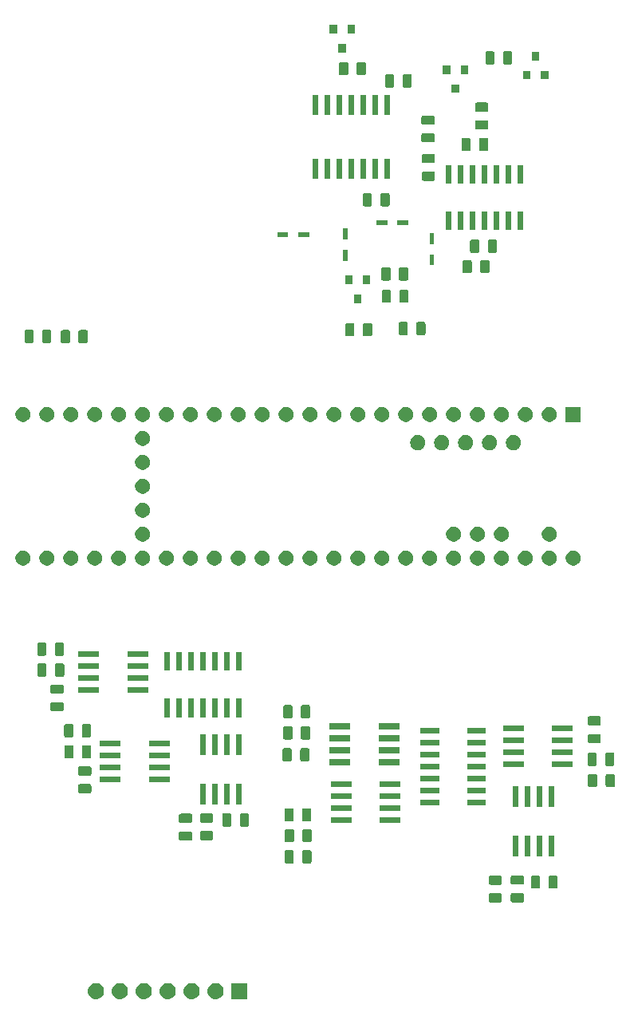
<source format=gbr>
%TF.GenerationSoftware,KiCad,Pcbnew,(5.0.1)-4*%
%TF.CreationDate,2019-11-27T13:35:36-06:00*%
%TF.ProjectId,new_synth_transistor,6E65775F73796E74685F7472616E7369,rev?*%
%TF.SameCoordinates,Original*%
%TF.FileFunction,Soldermask,Top*%
%TF.FilePolarity,Negative*%
%FSLAX46Y46*%
G04 Gerber Fmt 4.6, Leading zero omitted, Abs format (unit mm)*
G04 Created by KiCad (PCBNEW (5.0.1)-4) date 11/27/2019 1:35:36 PM*
%MOMM*%
%LPD*%
G01*
G04 APERTURE LIST*
%ADD10C,0.100000*%
G04 APERTURE END LIST*
D10*
G36*
X237443270Y-120614939D02*
X237603495Y-120663543D01*
X237751160Y-120742471D01*
X237880589Y-120848691D01*
X237986809Y-120978120D01*
X238065737Y-121125785D01*
X238114341Y-121286010D01*
X238130752Y-121452640D01*
X238114341Y-121619270D01*
X238065737Y-121779495D01*
X237986809Y-121927160D01*
X237880589Y-122056589D01*
X237751160Y-122162809D01*
X237603495Y-122241737D01*
X237443270Y-122290341D01*
X237318392Y-122302640D01*
X237234888Y-122302640D01*
X237110010Y-122290341D01*
X236949785Y-122241737D01*
X236802120Y-122162809D01*
X236672691Y-122056589D01*
X236566471Y-121927160D01*
X236487543Y-121779495D01*
X236438939Y-121619270D01*
X236422528Y-121452640D01*
X236438939Y-121286010D01*
X236487543Y-121125785D01*
X236566471Y-120978120D01*
X236672691Y-120848691D01*
X236802120Y-120742471D01*
X236949785Y-120663543D01*
X237110010Y-120614939D01*
X237234888Y-120602640D01*
X237318392Y-120602640D01*
X237443270Y-120614939D01*
X237443270Y-120614939D01*
G37*
G36*
X239983270Y-120614939D02*
X240143495Y-120663543D01*
X240291160Y-120742471D01*
X240420589Y-120848691D01*
X240526809Y-120978120D01*
X240605737Y-121125785D01*
X240654341Y-121286010D01*
X240670752Y-121452640D01*
X240654341Y-121619270D01*
X240605737Y-121779495D01*
X240526809Y-121927160D01*
X240420589Y-122056589D01*
X240291160Y-122162809D01*
X240143495Y-122241737D01*
X239983270Y-122290341D01*
X239858392Y-122302640D01*
X239774888Y-122302640D01*
X239650010Y-122290341D01*
X239489785Y-122241737D01*
X239342120Y-122162809D01*
X239212691Y-122056589D01*
X239106471Y-121927160D01*
X239027543Y-121779495D01*
X238978939Y-121619270D01*
X238962528Y-121452640D01*
X238978939Y-121286010D01*
X239027543Y-121125785D01*
X239106471Y-120978120D01*
X239212691Y-120848691D01*
X239342120Y-120742471D01*
X239489785Y-120663543D01*
X239650010Y-120614939D01*
X239774888Y-120602640D01*
X239858392Y-120602640D01*
X239983270Y-120614939D01*
X239983270Y-120614939D01*
G37*
G36*
X243206640Y-122302640D02*
X241506640Y-122302640D01*
X241506640Y-120602640D01*
X243206640Y-120602640D01*
X243206640Y-122302640D01*
X243206640Y-122302640D01*
G37*
G36*
X227283270Y-120614939D02*
X227443495Y-120663543D01*
X227591160Y-120742471D01*
X227720589Y-120848691D01*
X227826809Y-120978120D01*
X227905737Y-121125785D01*
X227954341Y-121286010D01*
X227970752Y-121452640D01*
X227954341Y-121619270D01*
X227905737Y-121779495D01*
X227826809Y-121927160D01*
X227720589Y-122056589D01*
X227591160Y-122162809D01*
X227443495Y-122241737D01*
X227283270Y-122290341D01*
X227158392Y-122302640D01*
X227074888Y-122302640D01*
X226950010Y-122290341D01*
X226789785Y-122241737D01*
X226642120Y-122162809D01*
X226512691Y-122056589D01*
X226406471Y-121927160D01*
X226327543Y-121779495D01*
X226278939Y-121619270D01*
X226262528Y-121452640D01*
X226278939Y-121286010D01*
X226327543Y-121125785D01*
X226406471Y-120978120D01*
X226512691Y-120848691D01*
X226642120Y-120742471D01*
X226789785Y-120663543D01*
X226950010Y-120614939D01*
X227074888Y-120602640D01*
X227158392Y-120602640D01*
X227283270Y-120614939D01*
X227283270Y-120614939D01*
G37*
G36*
X232363270Y-120614939D02*
X232523495Y-120663543D01*
X232671160Y-120742471D01*
X232800589Y-120848691D01*
X232906809Y-120978120D01*
X232985737Y-121125785D01*
X233034341Y-121286010D01*
X233050752Y-121452640D01*
X233034341Y-121619270D01*
X232985737Y-121779495D01*
X232906809Y-121927160D01*
X232800589Y-122056589D01*
X232671160Y-122162809D01*
X232523495Y-122241737D01*
X232363270Y-122290341D01*
X232238392Y-122302640D01*
X232154888Y-122302640D01*
X232030010Y-122290341D01*
X231869785Y-122241737D01*
X231722120Y-122162809D01*
X231592691Y-122056589D01*
X231486471Y-121927160D01*
X231407543Y-121779495D01*
X231358939Y-121619270D01*
X231342528Y-121452640D01*
X231358939Y-121286010D01*
X231407543Y-121125785D01*
X231486471Y-120978120D01*
X231592691Y-120848691D01*
X231722120Y-120742471D01*
X231869785Y-120663543D01*
X232030010Y-120614939D01*
X232154888Y-120602640D01*
X232238392Y-120602640D01*
X232363270Y-120614939D01*
X232363270Y-120614939D01*
G37*
G36*
X229823270Y-120614939D02*
X229983495Y-120663543D01*
X230131160Y-120742471D01*
X230260589Y-120848691D01*
X230366809Y-120978120D01*
X230445737Y-121125785D01*
X230494341Y-121286010D01*
X230510752Y-121452640D01*
X230494341Y-121619270D01*
X230445737Y-121779495D01*
X230366809Y-121927160D01*
X230260589Y-122056589D01*
X230131160Y-122162809D01*
X229983495Y-122241737D01*
X229823270Y-122290341D01*
X229698392Y-122302640D01*
X229614888Y-122302640D01*
X229490010Y-122290341D01*
X229329785Y-122241737D01*
X229182120Y-122162809D01*
X229052691Y-122056589D01*
X228946471Y-121927160D01*
X228867543Y-121779495D01*
X228818939Y-121619270D01*
X228802528Y-121452640D01*
X228818939Y-121286010D01*
X228867543Y-121125785D01*
X228946471Y-120978120D01*
X229052691Y-120848691D01*
X229182120Y-120742471D01*
X229329785Y-120663543D01*
X229490010Y-120614939D01*
X229614888Y-120602640D01*
X229698392Y-120602640D01*
X229823270Y-120614939D01*
X229823270Y-120614939D01*
G37*
G36*
X234903270Y-120614939D02*
X235063495Y-120663543D01*
X235211160Y-120742471D01*
X235340589Y-120848691D01*
X235446809Y-120978120D01*
X235525737Y-121125785D01*
X235574341Y-121286010D01*
X235590752Y-121452640D01*
X235574341Y-121619270D01*
X235525737Y-121779495D01*
X235446809Y-121927160D01*
X235340589Y-122056589D01*
X235211160Y-122162809D01*
X235063495Y-122241737D01*
X234903270Y-122290341D01*
X234778392Y-122302640D01*
X234694888Y-122302640D01*
X234570010Y-122290341D01*
X234409785Y-122241737D01*
X234262120Y-122162809D01*
X234132691Y-122056589D01*
X234026471Y-121927160D01*
X233947543Y-121779495D01*
X233898939Y-121619270D01*
X233882528Y-121452640D01*
X233898939Y-121286010D01*
X233947543Y-121125785D01*
X234026471Y-120978120D01*
X234132691Y-120848691D01*
X234262120Y-120742471D01*
X234409785Y-120663543D01*
X234570010Y-120614939D01*
X234694888Y-120602640D01*
X234778392Y-120602640D01*
X234903270Y-120614939D01*
X234903270Y-120614939D01*
G37*
G36*
X270068312Y-111071076D02*
X270102203Y-111081357D01*
X270133431Y-111098048D01*
X270160805Y-111120515D01*
X270183272Y-111147889D01*
X270199963Y-111179117D01*
X270210244Y-111213008D01*
X270214320Y-111254391D01*
X270214320Y-111854609D01*
X270210244Y-111895992D01*
X270199963Y-111929883D01*
X270183272Y-111961111D01*
X270160805Y-111988485D01*
X270133431Y-112010952D01*
X270102203Y-112027643D01*
X270068312Y-112037924D01*
X270026929Y-112042000D01*
X269001711Y-112042000D01*
X268960328Y-112037924D01*
X268926437Y-112027643D01*
X268895209Y-112010952D01*
X268867835Y-111988485D01*
X268845368Y-111961111D01*
X268828677Y-111929883D01*
X268818396Y-111895992D01*
X268814320Y-111854609D01*
X268814320Y-111254391D01*
X268818396Y-111213008D01*
X268828677Y-111179117D01*
X268845368Y-111147889D01*
X268867835Y-111120515D01*
X268895209Y-111098048D01*
X268926437Y-111081357D01*
X268960328Y-111071076D01*
X269001711Y-111067000D01*
X270026929Y-111067000D01*
X270068312Y-111071076D01*
X270068312Y-111071076D01*
G37*
G36*
X272400032Y-111065996D02*
X272433923Y-111076277D01*
X272465151Y-111092968D01*
X272492525Y-111115435D01*
X272514992Y-111142809D01*
X272531683Y-111174037D01*
X272541964Y-111207928D01*
X272546040Y-111249311D01*
X272546040Y-111849529D01*
X272541964Y-111890912D01*
X272531683Y-111924803D01*
X272514992Y-111956031D01*
X272492525Y-111983405D01*
X272465151Y-112005872D01*
X272433923Y-112022563D01*
X272400032Y-112032844D01*
X272358649Y-112036920D01*
X271333431Y-112036920D01*
X271292048Y-112032844D01*
X271258157Y-112022563D01*
X271226929Y-112005872D01*
X271199555Y-111983405D01*
X271177088Y-111956031D01*
X271160397Y-111924803D01*
X271150116Y-111890912D01*
X271146040Y-111849529D01*
X271146040Y-111249311D01*
X271150116Y-111207928D01*
X271160397Y-111174037D01*
X271177088Y-111142809D01*
X271199555Y-111115435D01*
X271226929Y-111092968D01*
X271258157Y-111076277D01*
X271292048Y-111065996D01*
X271333431Y-111061920D01*
X272358649Y-111061920D01*
X272400032Y-111065996D01*
X272400032Y-111065996D01*
G37*
G36*
X275991733Y-109184773D02*
X276025624Y-109195054D01*
X276056852Y-109211745D01*
X276084226Y-109234212D01*
X276106693Y-109261586D01*
X276123384Y-109292814D01*
X276133665Y-109326705D01*
X276137741Y-109368088D01*
X276137741Y-110393306D01*
X276133665Y-110434689D01*
X276123384Y-110468580D01*
X276106693Y-110499808D01*
X276084226Y-110527182D01*
X276056852Y-110549649D01*
X276025624Y-110566340D01*
X275991733Y-110576621D01*
X275950350Y-110580697D01*
X275350132Y-110580697D01*
X275308749Y-110576621D01*
X275274858Y-110566340D01*
X275243630Y-110549649D01*
X275216256Y-110527182D01*
X275193789Y-110499808D01*
X275177098Y-110468580D01*
X275166817Y-110434689D01*
X275162741Y-110393306D01*
X275162741Y-109368088D01*
X275166817Y-109326705D01*
X275177098Y-109292814D01*
X275193789Y-109261586D01*
X275216256Y-109234212D01*
X275243630Y-109211745D01*
X275274858Y-109195054D01*
X275308749Y-109184773D01*
X275350132Y-109180697D01*
X275950350Y-109180697D01*
X275991733Y-109184773D01*
X275991733Y-109184773D01*
G37*
G36*
X274116733Y-109184773D02*
X274150624Y-109195054D01*
X274181852Y-109211745D01*
X274209226Y-109234212D01*
X274231693Y-109261586D01*
X274248384Y-109292814D01*
X274258665Y-109326705D01*
X274262741Y-109368088D01*
X274262741Y-110393306D01*
X274258665Y-110434689D01*
X274248384Y-110468580D01*
X274231693Y-110499808D01*
X274209226Y-110527182D01*
X274181852Y-110549649D01*
X274150624Y-110566340D01*
X274116733Y-110576621D01*
X274075350Y-110580697D01*
X273475132Y-110580697D01*
X273433749Y-110576621D01*
X273399858Y-110566340D01*
X273368630Y-110549649D01*
X273341256Y-110527182D01*
X273318789Y-110499808D01*
X273302098Y-110468580D01*
X273291817Y-110434689D01*
X273287741Y-110393306D01*
X273287741Y-109368088D01*
X273291817Y-109326705D01*
X273302098Y-109292814D01*
X273318789Y-109261586D01*
X273341256Y-109234212D01*
X273368630Y-109211745D01*
X273399858Y-109195054D01*
X273433749Y-109184773D01*
X273475132Y-109180697D01*
X274075350Y-109180697D01*
X274116733Y-109184773D01*
X274116733Y-109184773D01*
G37*
G36*
X270068312Y-109196076D02*
X270102203Y-109206357D01*
X270133431Y-109223048D01*
X270160805Y-109245515D01*
X270183272Y-109272889D01*
X270199963Y-109304117D01*
X270210244Y-109338008D01*
X270214320Y-109379391D01*
X270214320Y-109979609D01*
X270210244Y-110020992D01*
X270199963Y-110054883D01*
X270183272Y-110086111D01*
X270160805Y-110113485D01*
X270133431Y-110135952D01*
X270102203Y-110152643D01*
X270068312Y-110162924D01*
X270026929Y-110167000D01*
X269001711Y-110167000D01*
X268960328Y-110162924D01*
X268926437Y-110152643D01*
X268895209Y-110135952D01*
X268867835Y-110113485D01*
X268845368Y-110086111D01*
X268828677Y-110054883D01*
X268818396Y-110020992D01*
X268814320Y-109979609D01*
X268814320Y-109379391D01*
X268818396Y-109338008D01*
X268828677Y-109304117D01*
X268845368Y-109272889D01*
X268867835Y-109245515D01*
X268895209Y-109223048D01*
X268926437Y-109206357D01*
X268960328Y-109196076D01*
X269001711Y-109192000D01*
X270026929Y-109192000D01*
X270068312Y-109196076D01*
X270068312Y-109196076D01*
G37*
G36*
X272400032Y-109190996D02*
X272433923Y-109201277D01*
X272465151Y-109217968D01*
X272492525Y-109240435D01*
X272514992Y-109267809D01*
X272531683Y-109299037D01*
X272541964Y-109332928D01*
X272546040Y-109374311D01*
X272546040Y-109974529D01*
X272541964Y-110015912D01*
X272531683Y-110049803D01*
X272514992Y-110081031D01*
X272492525Y-110108405D01*
X272465151Y-110130872D01*
X272433923Y-110147563D01*
X272400032Y-110157844D01*
X272358649Y-110161920D01*
X271333431Y-110161920D01*
X271292048Y-110157844D01*
X271258157Y-110147563D01*
X271226929Y-110130872D01*
X271199555Y-110108405D01*
X271177088Y-110081031D01*
X271160397Y-110049803D01*
X271150116Y-110015912D01*
X271146040Y-109974529D01*
X271146040Y-109374311D01*
X271150116Y-109332928D01*
X271160397Y-109299037D01*
X271177088Y-109267809D01*
X271199555Y-109240435D01*
X271226929Y-109217968D01*
X271258157Y-109201277D01*
X271292048Y-109190996D01*
X271333431Y-109186920D01*
X272358649Y-109186920D01*
X272400032Y-109190996D01*
X272400032Y-109190996D01*
G37*
G36*
X247980687Y-106503077D02*
X248014578Y-106513358D01*
X248045806Y-106530049D01*
X248073180Y-106552516D01*
X248095647Y-106579890D01*
X248112338Y-106611118D01*
X248122619Y-106645009D01*
X248126695Y-106686392D01*
X248126695Y-107711610D01*
X248122619Y-107752993D01*
X248112338Y-107786884D01*
X248095647Y-107818112D01*
X248073180Y-107845486D01*
X248045806Y-107867953D01*
X248014578Y-107884644D01*
X247980687Y-107894925D01*
X247939304Y-107899001D01*
X247339086Y-107899001D01*
X247297703Y-107894925D01*
X247263812Y-107884644D01*
X247232584Y-107867953D01*
X247205210Y-107845486D01*
X247182743Y-107818112D01*
X247166052Y-107786884D01*
X247155771Y-107752993D01*
X247151695Y-107711610D01*
X247151695Y-106686392D01*
X247155771Y-106645009D01*
X247166052Y-106611118D01*
X247182743Y-106579890D01*
X247205210Y-106552516D01*
X247232584Y-106530049D01*
X247263812Y-106513358D01*
X247297703Y-106503077D01*
X247339086Y-106499001D01*
X247939304Y-106499001D01*
X247980687Y-106503077D01*
X247980687Y-106503077D01*
G37*
G36*
X249855687Y-106503077D02*
X249889578Y-106513358D01*
X249920806Y-106530049D01*
X249948180Y-106552516D01*
X249970647Y-106579890D01*
X249987338Y-106611118D01*
X249997619Y-106645009D01*
X250001695Y-106686392D01*
X250001695Y-107711610D01*
X249997619Y-107752993D01*
X249987338Y-107786884D01*
X249970647Y-107818112D01*
X249948180Y-107845486D01*
X249920806Y-107867953D01*
X249889578Y-107884644D01*
X249855687Y-107894925D01*
X249814304Y-107899001D01*
X249214086Y-107899001D01*
X249172703Y-107894925D01*
X249138812Y-107884644D01*
X249107584Y-107867953D01*
X249080210Y-107845486D01*
X249057743Y-107818112D01*
X249041052Y-107786884D01*
X249030771Y-107752993D01*
X249026695Y-107711610D01*
X249026695Y-106686392D01*
X249030771Y-106645009D01*
X249041052Y-106611118D01*
X249057743Y-106579890D01*
X249080210Y-106552516D01*
X249107584Y-106530049D01*
X249138812Y-106513358D01*
X249172703Y-106503077D01*
X249214086Y-106499001D01*
X249814304Y-106499001D01*
X249855687Y-106503077D01*
X249855687Y-106503077D01*
G37*
G36*
X273234741Y-107129097D02*
X272634741Y-107129097D01*
X272634741Y-104929097D01*
X273234741Y-104929097D01*
X273234741Y-107129097D01*
X273234741Y-107129097D01*
G37*
G36*
X275774741Y-107129097D02*
X275174741Y-107129097D01*
X275174741Y-104929097D01*
X275774741Y-104929097D01*
X275774741Y-107129097D01*
X275774741Y-107129097D01*
G37*
G36*
X271964741Y-107129097D02*
X271364741Y-107129097D01*
X271364741Y-104929097D01*
X271964741Y-104929097D01*
X271964741Y-107129097D01*
X271964741Y-107129097D01*
G37*
G36*
X274504741Y-107129097D02*
X273904741Y-107129097D01*
X273904741Y-104929097D01*
X274504741Y-104929097D01*
X274504741Y-107129097D01*
X274504741Y-107129097D01*
G37*
G36*
X247988547Y-104252637D02*
X248022438Y-104262918D01*
X248053666Y-104279609D01*
X248081040Y-104302076D01*
X248103507Y-104329450D01*
X248120198Y-104360678D01*
X248130479Y-104394569D01*
X248134555Y-104435952D01*
X248134555Y-105461170D01*
X248130479Y-105502553D01*
X248120198Y-105536444D01*
X248103507Y-105567672D01*
X248081040Y-105595046D01*
X248053666Y-105617513D01*
X248022438Y-105634204D01*
X247988547Y-105644485D01*
X247947164Y-105648561D01*
X247346946Y-105648561D01*
X247305563Y-105644485D01*
X247271672Y-105634204D01*
X247240444Y-105617513D01*
X247213070Y-105595046D01*
X247190603Y-105567672D01*
X247173912Y-105536444D01*
X247163631Y-105502553D01*
X247159555Y-105461170D01*
X247159555Y-104435952D01*
X247163631Y-104394569D01*
X247173912Y-104360678D01*
X247190603Y-104329450D01*
X247213070Y-104302076D01*
X247240444Y-104279609D01*
X247271672Y-104262918D01*
X247305563Y-104252637D01*
X247346946Y-104248561D01*
X247947164Y-104248561D01*
X247988547Y-104252637D01*
X247988547Y-104252637D01*
G37*
G36*
X249863547Y-104252637D02*
X249897438Y-104262918D01*
X249928666Y-104279609D01*
X249956040Y-104302076D01*
X249978507Y-104329450D01*
X249995198Y-104360678D01*
X250005479Y-104394569D01*
X250009555Y-104435952D01*
X250009555Y-105461170D01*
X250005479Y-105502553D01*
X249995198Y-105536444D01*
X249978507Y-105567672D01*
X249956040Y-105595046D01*
X249928666Y-105617513D01*
X249897438Y-105634204D01*
X249863547Y-105644485D01*
X249822164Y-105648561D01*
X249221946Y-105648561D01*
X249180563Y-105644485D01*
X249146672Y-105634204D01*
X249115444Y-105617513D01*
X249088070Y-105595046D01*
X249065603Y-105567672D01*
X249048912Y-105536444D01*
X249038631Y-105502553D01*
X249034555Y-105461170D01*
X249034555Y-104435952D01*
X249038631Y-104394569D01*
X249048912Y-104360678D01*
X249065603Y-104329450D01*
X249088070Y-104302076D01*
X249115444Y-104279609D01*
X249146672Y-104262918D01*
X249180563Y-104252637D01*
X249221946Y-104248561D01*
X249822164Y-104248561D01*
X249863547Y-104252637D01*
X249863547Y-104252637D01*
G37*
G36*
X237185472Y-104507716D02*
X237219363Y-104517997D01*
X237250591Y-104534688D01*
X237277965Y-104557155D01*
X237300432Y-104584529D01*
X237317123Y-104615757D01*
X237327404Y-104649648D01*
X237331480Y-104691031D01*
X237331480Y-105291249D01*
X237327404Y-105332632D01*
X237317123Y-105366523D01*
X237300432Y-105397751D01*
X237277965Y-105425125D01*
X237250591Y-105447592D01*
X237219363Y-105464283D01*
X237185472Y-105474564D01*
X237144089Y-105478640D01*
X236118871Y-105478640D01*
X236077488Y-105474564D01*
X236043597Y-105464283D01*
X236012369Y-105447592D01*
X235984995Y-105425125D01*
X235962528Y-105397751D01*
X235945837Y-105366523D01*
X235935556Y-105332632D01*
X235931480Y-105291249D01*
X235931480Y-104691031D01*
X235935556Y-104649648D01*
X235945837Y-104615757D01*
X235962528Y-104584529D01*
X235984995Y-104557155D01*
X236012369Y-104534688D01*
X236043597Y-104517997D01*
X236077488Y-104507716D01*
X236118871Y-104503640D01*
X237144089Y-104503640D01*
X237185472Y-104507716D01*
X237185472Y-104507716D01*
G37*
G36*
X239410512Y-104477236D02*
X239444403Y-104487517D01*
X239475631Y-104504208D01*
X239503005Y-104526675D01*
X239525472Y-104554049D01*
X239542163Y-104585277D01*
X239552444Y-104619168D01*
X239556520Y-104660551D01*
X239556520Y-105260769D01*
X239552444Y-105302152D01*
X239542163Y-105336043D01*
X239525472Y-105367271D01*
X239503005Y-105394645D01*
X239475631Y-105417112D01*
X239444403Y-105433803D01*
X239410512Y-105444084D01*
X239369129Y-105448160D01*
X238343911Y-105448160D01*
X238302528Y-105444084D01*
X238268637Y-105433803D01*
X238237409Y-105417112D01*
X238210035Y-105394645D01*
X238187568Y-105367271D01*
X238170877Y-105336043D01*
X238160596Y-105302152D01*
X238156520Y-105260769D01*
X238156520Y-104660551D01*
X238160596Y-104619168D01*
X238170877Y-104585277D01*
X238187568Y-104554049D01*
X238210035Y-104526675D01*
X238237409Y-104504208D01*
X238268637Y-104487517D01*
X238302528Y-104477236D01*
X238343911Y-104473160D01*
X239369129Y-104473160D01*
X239410512Y-104477236D01*
X239410512Y-104477236D01*
G37*
G36*
X243216292Y-102595716D02*
X243250183Y-102605997D01*
X243281411Y-102622688D01*
X243308785Y-102645155D01*
X243331252Y-102672529D01*
X243347943Y-102703757D01*
X243358224Y-102737648D01*
X243362300Y-102779031D01*
X243362300Y-103804249D01*
X243358224Y-103845632D01*
X243347943Y-103879523D01*
X243331252Y-103910751D01*
X243308785Y-103938125D01*
X243281411Y-103960592D01*
X243250183Y-103977283D01*
X243216292Y-103987564D01*
X243174909Y-103991640D01*
X242574691Y-103991640D01*
X242533308Y-103987564D01*
X242499417Y-103977283D01*
X242468189Y-103960592D01*
X242440815Y-103938125D01*
X242418348Y-103910751D01*
X242401657Y-103879523D01*
X242391376Y-103845632D01*
X242387300Y-103804249D01*
X242387300Y-102779031D01*
X242391376Y-102737648D01*
X242401657Y-102703757D01*
X242418348Y-102672529D01*
X242440815Y-102645155D01*
X242468189Y-102622688D01*
X242499417Y-102605997D01*
X242533308Y-102595716D01*
X242574691Y-102591640D01*
X243174909Y-102591640D01*
X243216292Y-102595716D01*
X243216292Y-102595716D01*
G37*
G36*
X241341292Y-102595716D02*
X241375183Y-102605997D01*
X241406411Y-102622688D01*
X241433785Y-102645155D01*
X241456252Y-102672529D01*
X241472943Y-102703757D01*
X241483224Y-102737648D01*
X241487300Y-102779031D01*
X241487300Y-103804249D01*
X241483224Y-103845632D01*
X241472943Y-103879523D01*
X241456252Y-103910751D01*
X241433785Y-103938125D01*
X241406411Y-103960592D01*
X241375183Y-103977283D01*
X241341292Y-103987564D01*
X241299909Y-103991640D01*
X240699691Y-103991640D01*
X240658308Y-103987564D01*
X240624417Y-103977283D01*
X240593189Y-103960592D01*
X240565815Y-103938125D01*
X240543348Y-103910751D01*
X240526657Y-103879523D01*
X240516376Y-103845632D01*
X240512300Y-103804249D01*
X240512300Y-102779031D01*
X240516376Y-102737648D01*
X240526657Y-102703757D01*
X240543348Y-102672529D01*
X240565815Y-102645155D01*
X240593189Y-102622688D01*
X240624417Y-102605997D01*
X240658308Y-102595716D01*
X240699691Y-102591640D01*
X241299909Y-102591640D01*
X241341292Y-102595716D01*
X241341292Y-102595716D01*
G37*
G36*
X237185472Y-102632716D02*
X237219363Y-102642997D01*
X237250591Y-102659688D01*
X237277965Y-102682155D01*
X237300432Y-102709529D01*
X237317123Y-102740757D01*
X237327404Y-102774648D01*
X237331480Y-102816031D01*
X237331480Y-103416249D01*
X237327404Y-103457632D01*
X237317123Y-103491523D01*
X237300432Y-103522751D01*
X237277965Y-103550125D01*
X237250591Y-103572592D01*
X237219363Y-103589283D01*
X237185472Y-103599564D01*
X237144089Y-103603640D01*
X236118871Y-103603640D01*
X236077488Y-103599564D01*
X236043597Y-103589283D01*
X236012369Y-103572592D01*
X235984995Y-103550125D01*
X235962528Y-103522751D01*
X235945837Y-103491523D01*
X235935556Y-103457632D01*
X235931480Y-103416249D01*
X235931480Y-102816031D01*
X235935556Y-102774648D01*
X235945837Y-102740757D01*
X235962528Y-102709529D01*
X235984995Y-102682155D01*
X236012369Y-102659688D01*
X236043597Y-102642997D01*
X236077488Y-102632716D01*
X236118871Y-102628640D01*
X237144089Y-102628640D01*
X237185472Y-102632716D01*
X237185472Y-102632716D01*
G37*
G36*
X259439612Y-103592780D02*
X257239612Y-103592780D01*
X257239612Y-102992780D01*
X259439612Y-102992780D01*
X259439612Y-103592780D01*
X259439612Y-103592780D01*
G37*
G36*
X254239612Y-103592780D02*
X252039612Y-103592780D01*
X252039612Y-102992780D01*
X254239612Y-102992780D01*
X254239612Y-103592780D01*
X254239612Y-103592780D01*
G37*
G36*
X239410512Y-102602236D02*
X239444403Y-102612517D01*
X239475631Y-102629208D01*
X239503005Y-102651675D01*
X239525472Y-102679049D01*
X239542163Y-102710277D01*
X239552444Y-102744168D01*
X239556520Y-102785551D01*
X239556520Y-103385769D01*
X239552444Y-103427152D01*
X239542163Y-103461043D01*
X239525472Y-103492271D01*
X239503005Y-103519645D01*
X239475631Y-103542112D01*
X239444403Y-103558803D01*
X239410512Y-103569084D01*
X239369129Y-103573160D01*
X238343911Y-103573160D01*
X238302528Y-103569084D01*
X238268637Y-103558803D01*
X238237409Y-103542112D01*
X238210035Y-103519645D01*
X238187568Y-103492271D01*
X238170877Y-103461043D01*
X238160596Y-103427152D01*
X238156520Y-103385769D01*
X238156520Y-102785551D01*
X238160596Y-102744168D01*
X238170877Y-102710277D01*
X238187568Y-102679049D01*
X238210035Y-102651675D01*
X238237409Y-102629208D01*
X238268637Y-102612517D01*
X238302528Y-102602236D01*
X238343911Y-102598160D01*
X239369129Y-102598160D01*
X239410512Y-102602236D01*
X239410512Y-102602236D01*
G37*
G36*
X249830287Y-102052997D02*
X249864178Y-102063278D01*
X249895406Y-102079969D01*
X249922780Y-102102436D01*
X249945247Y-102129810D01*
X249961938Y-102161038D01*
X249972219Y-102194929D01*
X249976295Y-102236312D01*
X249976295Y-103261530D01*
X249972219Y-103302913D01*
X249961938Y-103336804D01*
X249945247Y-103368032D01*
X249922780Y-103395406D01*
X249895406Y-103417873D01*
X249864178Y-103434564D01*
X249830287Y-103444845D01*
X249788904Y-103448921D01*
X249188686Y-103448921D01*
X249147303Y-103444845D01*
X249113412Y-103434564D01*
X249082184Y-103417873D01*
X249054810Y-103395406D01*
X249032343Y-103368032D01*
X249015652Y-103336804D01*
X249005371Y-103302913D01*
X249001295Y-103261530D01*
X249001295Y-102236312D01*
X249005371Y-102194929D01*
X249015652Y-102161038D01*
X249032343Y-102129810D01*
X249054810Y-102102436D01*
X249082184Y-102079969D01*
X249113412Y-102063278D01*
X249147303Y-102052997D01*
X249188686Y-102048921D01*
X249788904Y-102048921D01*
X249830287Y-102052997D01*
X249830287Y-102052997D01*
G37*
G36*
X247955287Y-102052997D02*
X247989178Y-102063278D01*
X248020406Y-102079969D01*
X248047780Y-102102436D01*
X248070247Y-102129810D01*
X248086938Y-102161038D01*
X248097219Y-102194929D01*
X248101295Y-102236312D01*
X248101295Y-103261530D01*
X248097219Y-103302913D01*
X248086938Y-103336804D01*
X248070247Y-103368032D01*
X248047780Y-103395406D01*
X248020406Y-103417873D01*
X247989178Y-103434564D01*
X247955287Y-103444845D01*
X247913904Y-103448921D01*
X247313686Y-103448921D01*
X247272303Y-103444845D01*
X247238412Y-103434564D01*
X247207184Y-103417873D01*
X247179810Y-103395406D01*
X247157343Y-103368032D01*
X247140652Y-103336804D01*
X247130371Y-103302913D01*
X247126295Y-103261530D01*
X247126295Y-102236312D01*
X247130371Y-102194929D01*
X247140652Y-102161038D01*
X247157343Y-102129810D01*
X247179810Y-102102436D01*
X247207184Y-102079969D01*
X247238412Y-102063278D01*
X247272303Y-102052997D01*
X247313686Y-102048921D01*
X247913904Y-102048921D01*
X247955287Y-102052997D01*
X247955287Y-102052997D01*
G37*
G36*
X254239612Y-102322780D02*
X252039612Y-102322780D01*
X252039612Y-101722780D01*
X254239612Y-101722780D01*
X254239612Y-102322780D01*
X254239612Y-102322780D01*
G37*
G36*
X259439612Y-102322780D02*
X257239612Y-102322780D01*
X257239612Y-101722780D01*
X259439612Y-101722780D01*
X259439612Y-102322780D01*
X259439612Y-102322780D01*
G37*
G36*
X275774741Y-101929097D02*
X275174741Y-101929097D01*
X275174741Y-99729097D01*
X275774741Y-99729097D01*
X275774741Y-101929097D01*
X275774741Y-101929097D01*
G37*
G36*
X273234741Y-101929097D02*
X272634741Y-101929097D01*
X272634741Y-99729097D01*
X273234741Y-99729097D01*
X273234741Y-101929097D01*
X273234741Y-101929097D01*
G37*
G36*
X271964741Y-101929097D02*
X271364741Y-101929097D01*
X271364741Y-99729097D01*
X271964741Y-99729097D01*
X271964741Y-101929097D01*
X271964741Y-101929097D01*
G37*
G36*
X274504741Y-101929097D02*
X273904741Y-101929097D01*
X273904741Y-99729097D01*
X274504741Y-99729097D01*
X274504741Y-101929097D01*
X274504741Y-101929097D01*
G37*
G36*
X263548840Y-101732360D02*
X261578840Y-101732360D01*
X261578840Y-101132360D01*
X263548840Y-101132360D01*
X263548840Y-101732360D01*
X263548840Y-101732360D01*
G37*
G36*
X268498840Y-101732360D02*
X266528840Y-101732360D01*
X266528840Y-101132360D01*
X268498840Y-101132360D01*
X268498840Y-101732360D01*
X268498840Y-101732360D01*
G37*
G36*
X238790760Y-101617000D02*
X238190760Y-101617000D01*
X238190760Y-99417000D01*
X238790760Y-99417000D01*
X238790760Y-101617000D01*
X238790760Y-101617000D01*
G37*
G36*
X242600760Y-101617000D02*
X242000760Y-101617000D01*
X242000760Y-99417000D01*
X242600760Y-99417000D01*
X242600760Y-101617000D01*
X242600760Y-101617000D01*
G37*
G36*
X241330760Y-101617000D02*
X240730760Y-101617000D01*
X240730760Y-99417000D01*
X241330760Y-99417000D01*
X241330760Y-101617000D01*
X241330760Y-101617000D01*
G37*
G36*
X240060760Y-101617000D02*
X239460760Y-101617000D01*
X239460760Y-99417000D01*
X240060760Y-99417000D01*
X240060760Y-101617000D01*
X240060760Y-101617000D01*
G37*
G36*
X259439612Y-101052780D02*
X257239612Y-101052780D01*
X257239612Y-100452780D01*
X259439612Y-100452780D01*
X259439612Y-101052780D01*
X259439612Y-101052780D01*
G37*
G36*
X254239612Y-101052780D02*
X252039612Y-101052780D01*
X252039612Y-100452780D01*
X254239612Y-100452780D01*
X254239612Y-101052780D01*
X254239612Y-101052780D01*
G37*
G36*
X268498840Y-100462360D02*
X266528840Y-100462360D01*
X266528840Y-99862360D01*
X268498840Y-99862360D01*
X268498840Y-100462360D01*
X268498840Y-100462360D01*
G37*
G36*
X263548840Y-100462360D02*
X261578840Y-100462360D01*
X261578840Y-99862360D01*
X263548840Y-99862360D01*
X263548840Y-100462360D01*
X263548840Y-100462360D01*
G37*
G36*
X226483122Y-99487509D02*
X226517013Y-99497790D01*
X226548241Y-99514481D01*
X226575615Y-99536948D01*
X226598082Y-99564322D01*
X226614773Y-99595550D01*
X226625054Y-99629441D01*
X226629130Y-99670824D01*
X226629130Y-100271042D01*
X226625054Y-100312425D01*
X226614773Y-100346316D01*
X226598082Y-100377544D01*
X226575615Y-100404918D01*
X226548241Y-100427385D01*
X226517013Y-100444076D01*
X226483122Y-100454357D01*
X226441739Y-100458433D01*
X225416521Y-100458433D01*
X225375138Y-100454357D01*
X225341247Y-100444076D01*
X225310019Y-100427385D01*
X225282645Y-100404918D01*
X225260178Y-100377544D01*
X225243487Y-100346316D01*
X225233206Y-100312425D01*
X225229130Y-100271042D01*
X225229130Y-99670824D01*
X225233206Y-99629441D01*
X225243487Y-99595550D01*
X225260178Y-99564322D01*
X225282645Y-99536948D01*
X225310019Y-99514481D01*
X225341247Y-99497790D01*
X225375138Y-99487509D01*
X225416521Y-99483433D01*
X226441739Y-99483433D01*
X226483122Y-99487509D01*
X226483122Y-99487509D01*
G37*
G36*
X280185752Y-98414876D02*
X280219643Y-98425157D01*
X280250871Y-98441848D01*
X280278245Y-98464315D01*
X280300712Y-98491689D01*
X280317403Y-98522917D01*
X280327684Y-98556808D01*
X280331760Y-98598191D01*
X280331760Y-99623409D01*
X280327684Y-99664792D01*
X280317403Y-99698683D01*
X280300712Y-99729911D01*
X280278245Y-99757285D01*
X280250871Y-99779752D01*
X280219643Y-99796443D01*
X280185752Y-99806724D01*
X280144369Y-99810800D01*
X279544151Y-99810800D01*
X279502768Y-99806724D01*
X279468877Y-99796443D01*
X279437649Y-99779752D01*
X279410275Y-99757285D01*
X279387808Y-99729911D01*
X279371117Y-99698683D01*
X279360836Y-99664792D01*
X279356760Y-99623409D01*
X279356760Y-98598191D01*
X279360836Y-98556808D01*
X279371117Y-98522917D01*
X279387808Y-98491689D01*
X279410275Y-98464315D01*
X279437649Y-98441848D01*
X279468877Y-98425157D01*
X279502768Y-98414876D01*
X279544151Y-98410800D01*
X280144369Y-98410800D01*
X280185752Y-98414876D01*
X280185752Y-98414876D01*
G37*
G36*
X282060752Y-98414876D02*
X282094643Y-98425157D01*
X282125871Y-98441848D01*
X282153245Y-98464315D01*
X282175712Y-98491689D01*
X282192403Y-98522917D01*
X282202684Y-98556808D01*
X282206760Y-98598191D01*
X282206760Y-99623409D01*
X282202684Y-99664792D01*
X282192403Y-99698683D01*
X282175712Y-99729911D01*
X282153245Y-99757285D01*
X282125871Y-99779752D01*
X282094643Y-99796443D01*
X282060752Y-99806724D01*
X282019369Y-99810800D01*
X281419151Y-99810800D01*
X281377768Y-99806724D01*
X281343877Y-99796443D01*
X281312649Y-99779752D01*
X281285275Y-99757285D01*
X281262808Y-99729911D01*
X281246117Y-99698683D01*
X281235836Y-99664792D01*
X281231760Y-99623409D01*
X281231760Y-98598191D01*
X281235836Y-98556808D01*
X281246117Y-98522917D01*
X281262808Y-98491689D01*
X281285275Y-98464315D01*
X281312649Y-98441848D01*
X281343877Y-98425157D01*
X281377768Y-98414876D01*
X281419151Y-98410800D01*
X282019369Y-98410800D01*
X282060752Y-98414876D01*
X282060752Y-98414876D01*
G37*
G36*
X254239612Y-99782780D02*
X252039612Y-99782780D01*
X252039612Y-99182780D01*
X254239612Y-99182780D01*
X254239612Y-99782780D01*
X254239612Y-99782780D01*
G37*
G36*
X259439612Y-99782780D02*
X257239612Y-99782780D01*
X257239612Y-99182780D01*
X259439612Y-99182780D01*
X259439612Y-99782780D01*
X259439612Y-99782780D01*
G37*
G36*
X229752970Y-99252153D02*
X227552970Y-99252153D01*
X227552970Y-98652153D01*
X229752970Y-98652153D01*
X229752970Y-99252153D01*
X229752970Y-99252153D01*
G37*
G36*
X234952970Y-99252153D02*
X232752970Y-99252153D01*
X232752970Y-98652153D01*
X234952970Y-98652153D01*
X234952970Y-99252153D01*
X234952970Y-99252153D01*
G37*
G36*
X263548840Y-99192360D02*
X261578840Y-99192360D01*
X261578840Y-98592360D01*
X263548840Y-98592360D01*
X263548840Y-99192360D01*
X263548840Y-99192360D01*
G37*
G36*
X268498840Y-99192360D02*
X266528840Y-99192360D01*
X266528840Y-98592360D01*
X268498840Y-98592360D01*
X268498840Y-99192360D01*
X268498840Y-99192360D01*
G37*
G36*
X226483122Y-97612509D02*
X226517013Y-97622790D01*
X226548241Y-97639481D01*
X226575615Y-97661948D01*
X226598082Y-97689322D01*
X226614773Y-97720550D01*
X226625054Y-97754441D01*
X226629130Y-97795824D01*
X226629130Y-98396042D01*
X226625054Y-98437425D01*
X226614773Y-98471316D01*
X226598082Y-98502544D01*
X226575615Y-98529918D01*
X226548241Y-98552385D01*
X226517013Y-98569076D01*
X226483122Y-98579357D01*
X226441739Y-98583433D01*
X225416521Y-98583433D01*
X225375138Y-98579357D01*
X225341247Y-98569076D01*
X225310019Y-98552385D01*
X225282645Y-98529918D01*
X225260178Y-98502544D01*
X225243487Y-98471316D01*
X225233206Y-98437425D01*
X225229130Y-98396042D01*
X225229130Y-97795824D01*
X225233206Y-97754441D01*
X225243487Y-97720550D01*
X225260178Y-97689322D01*
X225282645Y-97661948D01*
X225310019Y-97639481D01*
X225341247Y-97622790D01*
X225375138Y-97612509D01*
X225416521Y-97608433D01*
X226441739Y-97608433D01*
X226483122Y-97612509D01*
X226483122Y-97612509D01*
G37*
G36*
X229752970Y-97982153D02*
X227552970Y-97982153D01*
X227552970Y-97382153D01*
X229752970Y-97382153D01*
X229752970Y-97982153D01*
X229752970Y-97982153D01*
G37*
G36*
X234952970Y-97982153D02*
X232752970Y-97982153D01*
X232752970Y-97382153D01*
X234952970Y-97382153D01*
X234952970Y-97982153D01*
X234952970Y-97982153D01*
G37*
G36*
X268498840Y-97922360D02*
X266528840Y-97922360D01*
X266528840Y-97322360D01*
X268498840Y-97322360D01*
X268498840Y-97922360D01*
X268498840Y-97922360D01*
G37*
G36*
X263548840Y-97922360D02*
X261578840Y-97922360D01*
X261578840Y-97322360D01*
X263548840Y-97322360D01*
X263548840Y-97922360D01*
X263548840Y-97922360D01*
G37*
G36*
X272520280Y-97688680D02*
X270320280Y-97688680D01*
X270320280Y-97088680D01*
X272520280Y-97088680D01*
X272520280Y-97688680D01*
X272520280Y-97688680D01*
G37*
G36*
X277720280Y-97688680D02*
X275520280Y-97688680D01*
X275520280Y-97088680D01*
X277720280Y-97088680D01*
X277720280Y-97688680D01*
X277720280Y-97688680D01*
G37*
G36*
X280142812Y-96164436D02*
X280176703Y-96174717D01*
X280207931Y-96191408D01*
X280235305Y-96213875D01*
X280257772Y-96241249D01*
X280274463Y-96272477D01*
X280284744Y-96306368D01*
X280288820Y-96347751D01*
X280288820Y-97372969D01*
X280284744Y-97414352D01*
X280274463Y-97448243D01*
X280257772Y-97479471D01*
X280235305Y-97506845D01*
X280207931Y-97529312D01*
X280176703Y-97546003D01*
X280142812Y-97556284D01*
X280101429Y-97560360D01*
X279501211Y-97560360D01*
X279459828Y-97556284D01*
X279425937Y-97546003D01*
X279394709Y-97529312D01*
X279367335Y-97506845D01*
X279344868Y-97479471D01*
X279328177Y-97448243D01*
X279317896Y-97414352D01*
X279313820Y-97372969D01*
X279313820Y-96347751D01*
X279317896Y-96306368D01*
X279328177Y-96272477D01*
X279344868Y-96241249D01*
X279367335Y-96213875D01*
X279394709Y-96191408D01*
X279425937Y-96174717D01*
X279459828Y-96164436D01*
X279501211Y-96160360D01*
X280101429Y-96160360D01*
X280142812Y-96164436D01*
X280142812Y-96164436D01*
G37*
G36*
X282017812Y-96164436D02*
X282051703Y-96174717D01*
X282082931Y-96191408D01*
X282110305Y-96213875D01*
X282132772Y-96241249D01*
X282149463Y-96272477D01*
X282159744Y-96306368D01*
X282163820Y-96347751D01*
X282163820Y-97372969D01*
X282159744Y-97414352D01*
X282149463Y-97448243D01*
X282132772Y-97479471D01*
X282110305Y-97506845D01*
X282082931Y-97529312D01*
X282051703Y-97546003D01*
X282017812Y-97556284D01*
X281976429Y-97560360D01*
X281376211Y-97560360D01*
X281334828Y-97556284D01*
X281300937Y-97546003D01*
X281269709Y-97529312D01*
X281242335Y-97506845D01*
X281219868Y-97479471D01*
X281203177Y-97448243D01*
X281192896Y-97414352D01*
X281188820Y-97372969D01*
X281188820Y-96347751D01*
X281192896Y-96306368D01*
X281203177Y-96272477D01*
X281219868Y-96241249D01*
X281242335Y-96213875D01*
X281269709Y-96191408D01*
X281300937Y-96174717D01*
X281334828Y-96164436D01*
X281376211Y-96160360D01*
X281976429Y-96160360D01*
X282017812Y-96164436D01*
X282017812Y-96164436D01*
G37*
G36*
X254127832Y-97469968D02*
X251927832Y-97469968D01*
X251927832Y-96869968D01*
X254127832Y-96869968D01*
X254127832Y-97469968D01*
X254127832Y-97469968D01*
G37*
G36*
X259327832Y-97469968D02*
X257127832Y-97469968D01*
X257127832Y-96869968D01*
X259327832Y-96869968D01*
X259327832Y-97469968D01*
X259327832Y-97469968D01*
G37*
G36*
X247760266Y-95680947D02*
X247794157Y-95691228D01*
X247825385Y-95707919D01*
X247852759Y-95730386D01*
X247875226Y-95757760D01*
X247891917Y-95788988D01*
X247902198Y-95822879D01*
X247906274Y-95864262D01*
X247906274Y-96889480D01*
X247902198Y-96930863D01*
X247891917Y-96964754D01*
X247875226Y-96995982D01*
X247852759Y-97023356D01*
X247825385Y-97045823D01*
X247794157Y-97062514D01*
X247760266Y-97072795D01*
X247718883Y-97076871D01*
X247118665Y-97076871D01*
X247077282Y-97072795D01*
X247043391Y-97062514D01*
X247012163Y-97045823D01*
X246984789Y-97023356D01*
X246962322Y-96995982D01*
X246945631Y-96964754D01*
X246935350Y-96930863D01*
X246931274Y-96889480D01*
X246931274Y-95864262D01*
X246935350Y-95822879D01*
X246945631Y-95788988D01*
X246962322Y-95757760D01*
X246984789Y-95730386D01*
X247012163Y-95707919D01*
X247043391Y-95691228D01*
X247077282Y-95680947D01*
X247118665Y-95676871D01*
X247718883Y-95676871D01*
X247760266Y-95680947D01*
X247760266Y-95680947D01*
G37*
G36*
X249635266Y-95680947D02*
X249669157Y-95691228D01*
X249700385Y-95707919D01*
X249727759Y-95730386D01*
X249750226Y-95757760D01*
X249766917Y-95788988D01*
X249777198Y-95822879D01*
X249781274Y-95864262D01*
X249781274Y-96889480D01*
X249777198Y-96930863D01*
X249766917Y-96964754D01*
X249750226Y-96995982D01*
X249727759Y-97023356D01*
X249700385Y-97045823D01*
X249669157Y-97062514D01*
X249635266Y-97072795D01*
X249593883Y-97076871D01*
X248993665Y-97076871D01*
X248952282Y-97072795D01*
X248918391Y-97062514D01*
X248887163Y-97045823D01*
X248859789Y-97023356D01*
X248837322Y-96995982D01*
X248820631Y-96964754D01*
X248810350Y-96930863D01*
X248806274Y-96889480D01*
X248806274Y-95864262D01*
X248810350Y-95822879D01*
X248820631Y-95788988D01*
X248837322Y-95757760D01*
X248859789Y-95730386D01*
X248887163Y-95707919D01*
X248918391Y-95691228D01*
X248952282Y-95680947D01*
X248993665Y-95676871D01*
X249593883Y-95676871D01*
X249635266Y-95680947D01*
X249635266Y-95680947D01*
G37*
G36*
X226461362Y-95370789D02*
X226495253Y-95381070D01*
X226526481Y-95397761D01*
X226553855Y-95420228D01*
X226576322Y-95447602D01*
X226593013Y-95478830D01*
X226603294Y-95512721D01*
X226607370Y-95554104D01*
X226607370Y-96579322D01*
X226603294Y-96620705D01*
X226593013Y-96654596D01*
X226576322Y-96685824D01*
X226553855Y-96713198D01*
X226526481Y-96735665D01*
X226495253Y-96752356D01*
X226461362Y-96762637D01*
X226419979Y-96766713D01*
X225819761Y-96766713D01*
X225778378Y-96762637D01*
X225744487Y-96752356D01*
X225713259Y-96735665D01*
X225685885Y-96713198D01*
X225663418Y-96685824D01*
X225646727Y-96654596D01*
X225636446Y-96620705D01*
X225632370Y-96579322D01*
X225632370Y-95554104D01*
X225636446Y-95512721D01*
X225646727Y-95478830D01*
X225663418Y-95447602D01*
X225685885Y-95420228D01*
X225713259Y-95397761D01*
X225744487Y-95381070D01*
X225778378Y-95370789D01*
X225819761Y-95366713D01*
X226419979Y-95366713D01*
X226461362Y-95370789D01*
X226461362Y-95370789D01*
G37*
G36*
X224586362Y-95370789D02*
X224620253Y-95381070D01*
X224651481Y-95397761D01*
X224678855Y-95420228D01*
X224701322Y-95447602D01*
X224718013Y-95478830D01*
X224728294Y-95512721D01*
X224732370Y-95554104D01*
X224732370Y-96579322D01*
X224728294Y-96620705D01*
X224718013Y-96654596D01*
X224701322Y-96685824D01*
X224678855Y-96713198D01*
X224651481Y-96735665D01*
X224620253Y-96752356D01*
X224586362Y-96762637D01*
X224544979Y-96766713D01*
X223944761Y-96766713D01*
X223903378Y-96762637D01*
X223869487Y-96752356D01*
X223838259Y-96735665D01*
X223810885Y-96713198D01*
X223788418Y-96685824D01*
X223771727Y-96654596D01*
X223761446Y-96620705D01*
X223757370Y-96579322D01*
X223757370Y-95554104D01*
X223761446Y-95512721D01*
X223771727Y-95478830D01*
X223788418Y-95447602D01*
X223810885Y-95420228D01*
X223838259Y-95397761D01*
X223869487Y-95381070D01*
X223903378Y-95370789D01*
X223944761Y-95366713D01*
X224544979Y-95366713D01*
X224586362Y-95370789D01*
X224586362Y-95370789D01*
G37*
G36*
X234952970Y-96712153D02*
X232752970Y-96712153D01*
X232752970Y-96112153D01*
X234952970Y-96112153D01*
X234952970Y-96712153D01*
X234952970Y-96712153D01*
G37*
G36*
X229752970Y-96712153D02*
X227552970Y-96712153D01*
X227552970Y-96112153D01*
X229752970Y-96112153D01*
X229752970Y-96712153D01*
X229752970Y-96712153D01*
G37*
G36*
X268498840Y-96652360D02*
X266528840Y-96652360D01*
X266528840Y-96052360D01*
X268498840Y-96052360D01*
X268498840Y-96652360D01*
X268498840Y-96652360D01*
G37*
G36*
X263548840Y-96652360D02*
X261578840Y-96652360D01*
X261578840Y-96052360D01*
X263548840Y-96052360D01*
X263548840Y-96652360D01*
X263548840Y-96652360D01*
G37*
G36*
X277720280Y-96418680D02*
X275520280Y-96418680D01*
X275520280Y-95818680D01*
X277720280Y-95818680D01*
X277720280Y-96418680D01*
X277720280Y-96418680D01*
G37*
G36*
X272520280Y-96418680D02*
X270320280Y-96418680D01*
X270320280Y-95818680D01*
X272520280Y-95818680D01*
X272520280Y-96418680D01*
X272520280Y-96418680D01*
G37*
G36*
X242600760Y-96417000D02*
X242000760Y-96417000D01*
X242000760Y-94217000D01*
X242600760Y-94217000D01*
X242600760Y-96417000D01*
X242600760Y-96417000D01*
G37*
G36*
X240060760Y-96417000D02*
X239460760Y-96417000D01*
X239460760Y-94217000D01*
X240060760Y-94217000D01*
X240060760Y-96417000D01*
X240060760Y-96417000D01*
G37*
G36*
X238790760Y-96417000D02*
X238190760Y-96417000D01*
X238190760Y-94217000D01*
X238790760Y-94217000D01*
X238790760Y-96417000D01*
X238790760Y-96417000D01*
G37*
G36*
X241330760Y-96417000D02*
X240730760Y-96417000D01*
X240730760Y-94217000D01*
X241330760Y-94217000D01*
X241330760Y-96417000D01*
X241330760Y-96417000D01*
G37*
G36*
X254127832Y-96199968D02*
X251927832Y-96199968D01*
X251927832Y-95599968D01*
X254127832Y-95599968D01*
X254127832Y-96199968D01*
X254127832Y-96199968D01*
G37*
G36*
X259327832Y-96199968D02*
X257127832Y-96199968D01*
X257127832Y-95599968D01*
X259327832Y-95599968D01*
X259327832Y-96199968D01*
X259327832Y-96199968D01*
G37*
G36*
X234952970Y-95442153D02*
X232752970Y-95442153D01*
X232752970Y-94842153D01*
X234952970Y-94842153D01*
X234952970Y-95442153D01*
X234952970Y-95442153D01*
G37*
G36*
X229752970Y-95442153D02*
X227552970Y-95442153D01*
X227552970Y-94842153D01*
X229752970Y-94842153D01*
X229752970Y-95442153D01*
X229752970Y-95442153D01*
G37*
G36*
X268498840Y-95382360D02*
X266528840Y-95382360D01*
X266528840Y-94782360D01*
X268498840Y-94782360D01*
X268498840Y-95382360D01*
X268498840Y-95382360D01*
G37*
G36*
X263548840Y-95382360D02*
X261578840Y-95382360D01*
X261578840Y-94782360D01*
X263548840Y-94782360D01*
X263548840Y-95382360D01*
X263548840Y-95382360D01*
G37*
G36*
X277720280Y-95148680D02*
X275520280Y-95148680D01*
X275520280Y-94548680D01*
X277720280Y-94548680D01*
X277720280Y-95148680D01*
X277720280Y-95148680D01*
G37*
G36*
X272520280Y-95148680D02*
X270320280Y-95148680D01*
X270320280Y-94548680D01*
X272520280Y-94548680D01*
X272520280Y-95148680D01*
X272520280Y-95148680D01*
G37*
G36*
X280578832Y-94172696D02*
X280612723Y-94182977D01*
X280643951Y-94199668D01*
X280671325Y-94222135D01*
X280693792Y-94249509D01*
X280710483Y-94280737D01*
X280720764Y-94314628D01*
X280724840Y-94356011D01*
X280724840Y-94956229D01*
X280720764Y-94997612D01*
X280710483Y-95031503D01*
X280693792Y-95062731D01*
X280671325Y-95090105D01*
X280643951Y-95112572D01*
X280612723Y-95129263D01*
X280578832Y-95139544D01*
X280537449Y-95143620D01*
X279512231Y-95143620D01*
X279470848Y-95139544D01*
X279436957Y-95129263D01*
X279405729Y-95112572D01*
X279378355Y-95090105D01*
X279355888Y-95062731D01*
X279339197Y-95031503D01*
X279328916Y-94997612D01*
X279324840Y-94956229D01*
X279324840Y-94356011D01*
X279328916Y-94314628D01*
X279339197Y-94280737D01*
X279355888Y-94249509D01*
X279378355Y-94222135D01*
X279405729Y-94199668D01*
X279436957Y-94182977D01*
X279470848Y-94172696D01*
X279512231Y-94168620D01*
X280537449Y-94168620D01*
X280578832Y-94172696D01*
X280578832Y-94172696D01*
G37*
G36*
X259327832Y-94929968D02*
X257127832Y-94929968D01*
X257127832Y-94329968D01*
X259327832Y-94329968D01*
X259327832Y-94929968D01*
X259327832Y-94929968D01*
G37*
G36*
X254127832Y-94929968D02*
X251927832Y-94929968D01*
X251927832Y-94329968D01*
X254127832Y-94329968D01*
X254127832Y-94929968D01*
X254127832Y-94929968D01*
G37*
G36*
X247831386Y-93369547D02*
X247865277Y-93379828D01*
X247896505Y-93396519D01*
X247923879Y-93418986D01*
X247946346Y-93446360D01*
X247963037Y-93477588D01*
X247973318Y-93511479D01*
X247977394Y-93552862D01*
X247977394Y-94578080D01*
X247973318Y-94619463D01*
X247963037Y-94653354D01*
X247946346Y-94684582D01*
X247923879Y-94711956D01*
X247896505Y-94734423D01*
X247865277Y-94751114D01*
X247831386Y-94761395D01*
X247790003Y-94765471D01*
X247189785Y-94765471D01*
X247148402Y-94761395D01*
X247114511Y-94751114D01*
X247083283Y-94734423D01*
X247055909Y-94711956D01*
X247033442Y-94684582D01*
X247016751Y-94653354D01*
X247006470Y-94619463D01*
X247002394Y-94578080D01*
X247002394Y-93552862D01*
X247006470Y-93511479D01*
X247016751Y-93477588D01*
X247033442Y-93446360D01*
X247055909Y-93418986D01*
X247083283Y-93396519D01*
X247114511Y-93379828D01*
X247148402Y-93369547D01*
X247189785Y-93365471D01*
X247790003Y-93365471D01*
X247831386Y-93369547D01*
X247831386Y-93369547D01*
G37*
G36*
X249706386Y-93369547D02*
X249740277Y-93379828D01*
X249771505Y-93396519D01*
X249798879Y-93418986D01*
X249821346Y-93446360D01*
X249838037Y-93477588D01*
X249848318Y-93511479D01*
X249852394Y-93552862D01*
X249852394Y-94578080D01*
X249848318Y-94619463D01*
X249838037Y-94653354D01*
X249821346Y-94684582D01*
X249798879Y-94711956D01*
X249771505Y-94734423D01*
X249740277Y-94751114D01*
X249706386Y-94761395D01*
X249665003Y-94765471D01*
X249064785Y-94765471D01*
X249023402Y-94761395D01*
X248989511Y-94751114D01*
X248958283Y-94734423D01*
X248930909Y-94711956D01*
X248908442Y-94684582D01*
X248891751Y-94653354D01*
X248881470Y-94619463D01*
X248877394Y-94578080D01*
X248877394Y-93552862D01*
X248881470Y-93511479D01*
X248891751Y-93477588D01*
X248908442Y-93446360D01*
X248930909Y-93418986D01*
X248958283Y-93396519D01*
X248989511Y-93379828D01*
X249023402Y-93369547D01*
X249064785Y-93365471D01*
X249665003Y-93365471D01*
X249706386Y-93369547D01*
X249706386Y-93369547D01*
G37*
G36*
X226438742Y-93125429D02*
X226472633Y-93135710D01*
X226503861Y-93152401D01*
X226531235Y-93174868D01*
X226553702Y-93202242D01*
X226570393Y-93233470D01*
X226580674Y-93267361D01*
X226584750Y-93308744D01*
X226584750Y-94333962D01*
X226580674Y-94375345D01*
X226570393Y-94409236D01*
X226553702Y-94440464D01*
X226531235Y-94467838D01*
X226503861Y-94490305D01*
X226472633Y-94506996D01*
X226438742Y-94517277D01*
X226397359Y-94521353D01*
X225797141Y-94521353D01*
X225755758Y-94517277D01*
X225721867Y-94506996D01*
X225690639Y-94490305D01*
X225663265Y-94467838D01*
X225640798Y-94440464D01*
X225624107Y-94409236D01*
X225613826Y-94375345D01*
X225609750Y-94333962D01*
X225609750Y-93308744D01*
X225613826Y-93267361D01*
X225624107Y-93233470D01*
X225640798Y-93202242D01*
X225663265Y-93174868D01*
X225690639Y-93152401D01*
X225721867Y-93135710D01*
X225755758Y-93125429D01*
X225797141Y-93121353D01*
X226397359Y-93121353D01*
X226438742Y-93125429D01*
X226438742Y-93125429D01*
G37*
G36*
X224563742Y-93125429D02*
X224597633Y-93135710D01*
X224628861Y-93152401D01*
X224656235Y-93174868D01*
X224678702Y-93202242D01*
X224695393Y-93233470D01*
X224705674Y-93267361D01*
X224709750Y-93308744D01*
X224709750Y-94333962D01*
X224705674Y-94375345D01*
X224695393Y-94409236D01*
X224678702Y-94440464D01*
X224656235Y-94467838D01*
X224628861Y-94490305D01*
X224597633Y-94506996D01*
X224563742Y-94517277D01*
X224522359Y-94521353D01*
X223922141Y-94521353D01*
X223880758Y-94517277D01*
X223846867Y-94506996D01*
X223815639Y-94490305D01*
X223788265Y-94467838D01*
X223765798Y-94440464D01*
X223749107Y-94409236D01*
X223738826Y-94375345D01*
X223734750Y-94333962D01*
X223734750Y-93308744D01*
X223738826Y-93267361D01*
X223749107Y-93233470D01*
X223765798Y-93202242D01*
X223788265Y-93174868D01*
X223815639Y-93152401D01*
X223846867Y-93135710D01*
X223880758Y-93125429D01*
X223922141Y-93121353D01*
X224522359Y-93121353D01*
X224563742Y-93125429D01*
X224563742Y-93125429D01*
G37*
G36*
X263548840Y-94112360D02*
X261578840Y-94112360D01*
X261578840Y-93512360D01*
X263548840Y-93512360D01*
X263548840Y-94112360D01*
X263548840Y-94112360D01*
G37*
G36*
X268498840Y-94112360D02*
X266528840Y-94112360D01*
X266528840Y-93512360D01*
X268498840Y-93512360D01*
X268498840Y-94112360D01*
X268498840Y-94112360D01*
G37*
G36*
X272520280Y-93878680D02*
X270320280Y-93878680D01*
X270320280Y-93278680D01*
X272520280Y-93278680D01*
X272520280Y-93878680D01*
X272520280Y-93878680D01*
G37*
G36*
X277720280Y-93878680D02*
X275520280Y-93878680D01*
X275520280Y-93278680D01*
X277720280Y-93278680D01*
X277720280Y-93878680D01*
X277720280Y-93878680D01*
G37*
G36*
X254127832Y-93659968D02*
X251927832Y-93659968D01*
X251927832Y-93059968D01*
X254127832Y-93059968D01*
X254127832Y-93659968D01*
X254127832Y-93659968D01*
G37*
G36*
X259327832Y-93659968D02*
X257127832Y-93659968D01*
X257127832Y-93059968D01*
X259327832Y-93059968D01*
X259327832Y-93659968D01*
X259327832Y-93659968D01*
G37*
G36*
X280578832Y-92297696D02*
X280612723Y-92307977D01*
X280643951Y-92324668D01*
X280671325Y-92347135D01*
X280693792Y-92374509D01*
X280710483Y-92405737D01*
X280720764Y-92439628D01*
X280724840Y-92481011D01*
X280724840Y-93081229D01*
X280720764Y-93122612D01*
X280710483Y-93156503D01*
X280693792Y-93187731D01*
X280671325Y-93215105D01*
X280643951Y-93237572D01*
X280612723Y-93254263D01*
X280578832Y-93264544D01*
X280537449Y-93268620D01*
X279512231Y-93268620D01*
X279470848Y-93264544D01*
X279436957Y-93254263D01*
X279405729Y-93237572D01*
X279378355Y-93215105D01*
X279355888Y-93187731D01*
X279339197Y-93156503D01*
X279328916Y-93122612D01*
X279324840Y-93081229D01*
X279324840Y-92481011D01*
X279328916Y-92439628D01*
X279339197Y-92405737D01*
X279355888Y-92374509D01*
X279378355Y-92347135D01*
X279405729Y-92324668D01*
X279436957Y-92307977D01*
X279470848Y-92297696D01*
X279512231Y-92293620D01*
X280537449Y-92293620D01*
X280578832Y-92297696D01*
X280578832Y-92297696D01*
G37*
G36*
X249706386Y-91098787D02*
X249740277Y-91109068D01*
X249771505Y-91125759D01*
X249798879Y-91148226D01*
X249821346Y-91175600D01*
X249838037Y-91206828D01*
X249848318Y-91240719D01*
X249852394Y-91282102D01*
X249852394Y-92307320D01*
X249848318Y-92348703D01*
X249838037Y-92382594D01*
X249821346Y-92413822D01*
X249798879Y-92441196D01*
X249771505Y-92463663D01*
X249740277Y-92480354D01*
X249706386Y-92490635D01*
X249665003Y-92494711D01*
X249064785Y-92494711D01*
X249023402Y-92490635D01*
X248989511Y-92480354D01*
X248958283Y-92463663D01*
X248930909Y-92441196D01*
X248908442Y-92413822D01*
X248891751Y-92382594D01*
X248881470Y-92348703D01*
X248877394Y-92307320D01*
X248877394Y-91282102D01*
X248881470Y-91240719D01*
X248891751Y-91206828D01*
X248908442Y-91175600D01*
X248930909Y-91148226D01*
X248958283Y-91125759D01*
X248989511Y-91109068D01*
X249023402Y-91098787D01*
X249064785Y-91094711D01*
X249665003Y-91094711D01*
X249706386Y-91098787D01*
X249706386Y-91098787D01*
G37*
G36*
X247831386Y-91098787D02*
X247865277Y-91109068D01*
X247896505Y-91125759D01*
X247923879Y-91148226D01*
X247946346Y-91175600D01*
X247963037Y-91206828D01*
X247973318Y-91240719D01*
X247977394Y-91282102D01*
X247977394Y-92307320D01*
X247973318Y-92348703D01*
X247963037Y-92382594D01*
X247946346Y-92413822D01*
X247923879Y-92441196D01*
X247896505Y-92463663D01*
X247865277Y-92480354D01*
X247831386Y-92490635D01*
X247790003Y-92494711D01*
X247189785Y-92494711D01*
X247148402Y-92490635D01*
X247114511Y-92480354D01*
X247083283Y-92463663D01*
X247055909Y-92441196D01*
X247033442Y-92413822D01*
X247016751Y-92382594D01*
X247006470Y-92348703D01*
X247002394Y-92307320D01*
X247002394Y-91282102D01*
X247006470Y-91240719D01*
X247016751Y-91206828D01*
X247033442Y-91175600D01*
X247055909Y-91148226D01*
X247083283Y-91125759D01*
X247114511Y-91109068D01*
X247148402Y-91098787D01*
X247189785Y-91094711D01*
X247790003Y-91094711D01*
X247831386Y-91098787D01*
X247831386Y-91098787D01*
G37*
G36*
X236255840Y-92390480D02*
X235655840Y-92390480D01*
X235655840Y-90420480D01*
X236255840Y-90420480D01*
X236255840Y-92390480D01*
X236255840Y-92390480D01*
G37*
G36*
X237525840Y-92390480D02*
X236925840Y-92390480D01*
X236925840Y-90420480D01*
X237525840Y-90420480D01*
X237525840Y-92390480D01*
X237525840Y-92390480D01*
G37*
G36*
X242605840Y-92390480D02*
X242005840Y-92390480D01*
X242005840Y-90420480D01*
X242605840Y-90420480D01*
X242605840Y-92390480D01*
X242605840Y-92390480D01*
G37*
G36*
X238795840Y-92390480D02*
X238195840Y-92390480D01*
X238195840Y-90420480D01*
X238795840Y-90420480D01*
X238795840Y-92390480D01*
X238795840Y-92390480D01*
G37*
G36*
X234985840Y-92390480D02*
X234385840Y-92390480D01*
X234385840Y-90420480D01*
X234985840Y-90420480D01*
X234985840Y-92390480D01*
X234985840Y-92390480D01*
G37*
G36*
X240065840Y-92390480D02*
X239465840Y-92390480D01*
X239465840Y-90420480D01*
X240065840Y-90420480D01*
X240065840Y-92390480D01*
X240065840Y-92390480D01*
G37*
G36*
X241335840Y-92390480D02*
X240735840Y-92390480D01*
X240735840Y-90420480D01*
X241335840Y-90420480D01*
X241335840Y-92390480D01*
X241335840Y-92390480D01*
G37*
G36*
X223541600Y-90811850D02*
X223575491Y-90822131D01*
X223606719Y-90838822D01*
X223634093Y-90861289D01*
X223656560Y-90888663D01*
X223673251Y-90919891D01*
X223683532Y-90953782D01*
X223687608Y-90995165D01*
X223687608Y-91595383D01*
X223683532Y-91636766D01*
X223673251Y-91670657D01*
X223656560Y-91701885D01*
X223634093Y-91729259D01*
X223606719Y-91751726D01*
X223575491Y-91768417D01*
X223541600Y-91778698D01*
X223500217Y-91782774D01*
X222474999Y-91782774D01*
X222433616Y-91778698D01*
X222399725Y-91768417D01*
X222368497Y-91751726D01*
X222341123Y-91729259D01*
X222318656Y-91701885D01*
X222301965Y-91670657D01*
X222291684Y-91636766D01*
X222287608Y-91595383D01*
X222287608Y-90995165D01*
X222291684Y-90953782D01*
X222301965Y-90919891D01*
X222318656Y-90888663D01*
X222341123Y-90861289D01*
X222368497Y-90838822D01*
X222399725Y-90822131D01*
X222433616Y-90811850D01*
X222474999Y-90807774D01*
X223500217Y-90807774D01*
X223541600Y-90811850D01*
X223541600Y-90811850D01*
G37*
G36*
X223541600Y-88936850D02*
X223575491Y-88947131D01*
X223606719Y-88963822D01*
X223634093Y-88986289D01*
X223656560Y-89013663D01*
X223673251Y-89044891D01*
X223683532Y-89078782D01*
X223687608Y-89120165D01*
X223687608Y-89720383D01*
X223683532Y-89761766D01*
X223673251Y-89795657D01*
X223656560Y-89826885D01*
X223634093Y-89854259D01*
X223606719Y-89876726D01*
X223575491Y-89893417D01*
X223541600Y-89903698D01*
X223500217Y-89907774D01*
X222474999Y-89907774D01*
X222433616Y-89903698D01*
X222399725Y-89893417D01*
X222368497Y-89876726D01*
X222341123Y-89854259D01*
X222318656Y-89826885D01*
X222301965Y-89795657D01*
X222291684Y-89761766D01*
X222287608Y-89720383D01*
X222287608Y-89120165D01*
X222291684Y-89078782D01*
X222301965Y-89044891D01*
X222318656Y-89013663D01*
X222341123Y-88986289D01*
X222368497Y-88963822D01*
X222399725Y-88947131D01*
X222433616Y-88936850D01*
X222474999Y-88932774D01*
X223500217Y-88932774D01*
X223541600Y-88936850D01*
X223541600Y-88936850D01*
G37*
G36*
X232646448Y-89814494D02*
X230446448Y-89814494D01*
X230446448Y-89214494D01*
X232646448Y-89214494D01*
X232646448Y-89814494D01*
X232646448Y-89814494D01*
G37*
G36*
X227446448Y-89814494D02*
X225246448Y-89814494D01*
X225246448Y-89214494D01*
X227446448Y-89214494D01*
X227446448Y-89814494D01*
X227446448Y-89814494D01*
G37*
G36*
X227446448Y-88544494D02*
X225246448Y-88544494D01*
X225246448Y-87944494D01*
X227446448Y-87944494D01*
X227446448Y-88544494D01*
X227446448Y-88544494D01*
G37*
G36*
X232646448Y-88544494D02*
X230446448Y-88544494D01*
X230446448Y-87944494D01*
X232646448Y-87944494D01*
X232646448Y-88544494D01*
X232646448Y-88544494D01*
G37*
G36*
X223608980Y-86695130D02*
X223642871Y-86705411D01*
X223674099Y-86722102D01*
X223701473Y-86744569D01*
X223723940Y-86771943D01*
X223740631Y-86803171D01*
X223750912Y-86837062D01*
X223754988Y-86878445D01*
X223754988Y-87903663D01*
X223750912Y-87945046D01*
X223740631Y-87978937D01*
X223723940Y-88010165D01*
X223701473Y-88037539D01*
X223674099Y-88060006D01*
X223642871Y-88076697D01*
X223608980Y-88086978D01*
X223567597Y-88091054D01*
X222967379Y-88091054D01*
X222925996Y-88086978D01*
X222892105Y-88076697D01*
X222860877Y-88060006D01*
X222833503Y-88037539D01*
X222811036Y-88010165D01*
X222794345Y-87978937D01*
X222784064Y-87945046D01*
X222779988Y-87903663D01*
X222779988Y-86878445D01*
X222784064Y-86837062D01*
X222794345Y-86803171D01*
X222811036Y-86771943D01*
X222833503Y-86744569D01*
X222860877Y-86722102D01*
X222892105Y-86705411D01*
X222925996Y-86695130D01*
X222967379Y-86691054D01*
X223567597Y-86691054D01*
X223608980Y-86695130D01*
X223608980Y-86695130D01*
G37*
G36*
X221733980Y-86695130D02*
X221767871Y-86705411D01*
X221799099Y-86722102D01*
X221826473Y-86744569D01*
X221848940Y-86771943D01*
X221865631Y-86803171D01*
X221875912Y-86837062D01*
X221879988Y-86878445D01*
X221879988Y-87903663D01*
X221875912Y-87945046D01*
X221865631Y-87978937D01*
X221848940Y-88010165D01*
X221826473Y-88037539D01*
X221799099Y-88060006D01*
X221767871Y-88076697D01*
X221733980Y-88086978D01*
X221692597Y-88091054D01*
X221092379Y-88091054D01*
X221050996Y-88086978D01*
X221017105Y-88076697D01*
X220985877Y-88060006D01*
X220958503Y-88037539D01*
X220936036Y-88010165D01*
X220919345Y-87978937D01*
X220909064Y-87945046D01*
X220904988Y-87903663D01*
X220904988Y-86878445D01*
X220909064Y-86837062D01*
X220919345Y-86803171D01*
X220936036Y-86771943D01*
X220958503Y-86744569D01*
X220985877Y-86722102D01*
X221017105Y-86705411D01*
X221050996Y-86695130D01*
X221092379Y-86691054D01*
X221692597Y-86691054D01*
X221733980Y-86695130D01*
X221733980Y-86695130D01*
G37*
G36*
X236255840Y-87440480D02*
X235655840Y-87440480D01*
X235655840Y-85470480D01*
X236255840Y-85470480D01*
X236255840Y-87440480D01*
X236255840Y-87440480D01*
G37*
G36*
X234985840Y-87440480D02*
X234385840Y-87440480D01*
X234385840Y-85470480D01*
X234985840Y-85470480D01*
X234985840Y-87440480D01*
X234985840Y-87440480D01*
G37*
G36*
X242605840Y-87440480D02*
X242005840Y-87440480D01*
X242005840Y-85470480D01*
X242605840Y-85470480D01*
X242605840Y-87440480D01*
X242605840Y-87440480D01*
G37*
G36*
X238795840Y-87440480D02*
X238195840Y-87440480D01*
X238195840Y-85470480D01*
X238795840Y-85470480D01*
X238795840Y-87440480D01*
X238795840Y-87440480D01*
G37*
G36*
X237525840Y-87440480D02*
X236925840Y-87440480D01*
X236925840Y-85470480D01*
X237525840Y-85470480D01*
X237525840Y-87440480D01*
X237525840Y-87440480D01*
G37*
G36*
X240065840Y-87440480D02*
X239465840Y-87440480D01*
X239465840Y-85470480D01*
X240065840Y-85470480D01*
X240065840Y-87440480D01*
X240065840Y-87440480D01*
G37*
G36*
X241335840Y-87440480D02*
X240735840Y-87440480D01*
X240735840Y-85470480D01*
X241335840Y-85470480D01*
X241335840Y-87440480D01*
X241335840Y-87440480D01*
G37*
G36*
X232646448Y-87274494D02*
X230446448Y-87274494D01*
X230446448Y-86674494D01*
X232646448Y-86674494D01*
X232646448Y-87274494D01*
X232646448Y-87274494D01*
G37*
G36*
X227446448Y-87274494D02*
X225246448Y-87274494D01*
X225246448Y-86674494D01*
X227446448Y-86674494D01*
X227446448Y-87274494D01*
X227446448Y-87274494D01*
G37*
G36*
X232646448Y-86004494D02*
X230446448Y-86004494D01*
X230446448Y-85404494D01*
X232646448Y-85404494D01*
X232646448Y-86004494D01*
X232646448Y-86004494D01*
G37*
G36*
X227446448Y-86004494D02*
X225246448Y-86004494D01*
X225246448Y-85404494D01*
X227446448Y-85404494D01*
X227446448Y-86004494D01*
X227446448Y-86004494D01*
G37*
G36*
X221705800Y-84470090D02*
X221739691Y-84480371D01*
X221770919Y-84497062D01*
X221798293Y-84519529D01*
X221820760Y-84546903D01*
X221837451Y-84578131D01*
X221847732Y-84612022D01*
X221851808Y-84653405D01*
X221851808Y-85678623D01*
X221847732Y-85720006D01*
X221837451Y-85753897D01*
X221820760Y-85785125D01*
X221798293Y-85812499D01*
X221770919Y-85834966D01*
X221739691Y-85851657D01*
X221705800Y-85861938D01*
X221664417Y-85866014D01*
X221064199Y-85866014D01*
X221022816Y-85861938D01*
X220988925Y-85851657D01*
X220957697Y-85834966D01*
X220930323Y-85812499D01*
X220907856Y-85785125D01*
X220891165Y-85753897D01*
X220880884Y-85720006D01*
X220876808Y-85678623D01*
X220876808Y-84653405D01*
X220880884Y-84612022D01*
X220891165Y-84578131D01*
X220907856Y-84546903D01*
X220930323Y-84519529D01*
X220957697Y-84497062D01*
X220988925Y-84480371D01*
X221022816Y-84470090D01*
X221064199Y-84466014D01*
X221664417Y-84466014D01*
X221705800Y-84470090D01*
X221705800Y-84470090D01*
G37*
G36*
X223580800Y-84470090D02*
X223614691Y-84480371D01*
X223645919Y-84497062D01*
X223673293Y-84519529D01*
X223695760Y-84546903D01*
X223712451Y-84578131D01*
X223722732Y-84612022D01*
X223726808Y-84653405D01*
X223726808Y-85678623D01*
X223722732Y-85720006D01*
X223712451Y-85753897D01*
X223695760Y-85785125D01*
X223673293Y-85812499D01*
X223645919Y-85834966D01*
X223614691Y-85851657D01*
X223580800Y-85861938D01*
X223539417Y-85866014D01*
X222939199Y-85866014D01*
X222897816Y-85861938D01*
X222863925Y-85851657D01*
X222832697Y-85834966D01*
X222805323Y-85812499D01*
X222782856Y-85785125D01*
X222766165Y-85753897D01*
X222755884Y-85720006D01*
X222751808Y-85678623D01*
X222751808Y-84653405D01*
X222755884Y-84612022D01*
X222766165Y-84578131D01*
X222782856Y-84546903D01*
X222805323Y-84519529D01*
X222832697Y-84497062D01*
X222863925Y-84480371D01*
X222897816Y-84470090D01*
X222939199Y-84466014D01*
X223539417Y-84466014D01*
X223580800Y-84470090D01*
X223580800Y-84470090D01*
G37*
G36*
X267868072Y-74729703D02*
X268013661Y-74790008D01*
X268144693Y-74877561D01*
X268256119Y-74988987D01*
X268343672Y-75120019D01*
X268403977Y-75265608D01*
X268434720Y-75420165D01*
X268434720Y-75577755D01*
X268403977Y-75732312D01*
X268343672Y-75877901D01*
X268256119Y-76008933D01*
X268144693Y-76120359D01*
X268013661Y-76207912D01*
X267868072Y-76268217D01*
X267713515Y-76298960D01*
X267555925Y-76298960D01*
X267401368Y-76268217D01*
X267255779Y-76207912D01*
X267124747Y-76120359D01*
X267013321Y-76008933D01*
X266925768Y-75877901D01*
X266865463Y-75732312D01*
X266834720Y-75577755D01*
X266834720Y-75420165D01*
X266865463Y-75265608D01*
X266925768Y-75120019D01*
X267013321Y-74988987D01*
X267124747Y-74877561D01*
X267255779Y-74790008D01*
X267401368Y-74729703D01*
X267555925Y-74698960D01*
X267713515Y-74698960D01*
X267868072Y-74729703D01*
X267868072Y-74729703D01*
G37*
G36*
X265328072Y-74729703D02*
X265473661Y-74790008D01*
X265604693Y-74877561D01*
X265716119Y-74988987D01*
X265803672Y-75120019D01*
X265863977Y-75265608D01*
X265894720Y-75420165D01*
X265894720Y-75577755D01*
X265863977Y-75732312D01*
X265803672Y-75877901D01*
X265716119Y-76008933D01*
X265604693Y-76120359D01*
X265473661Y-76207912D01*
X265328072Y-76268217D01*
X265173515Y-76298960D01*
X265015925Y-76298960D01*
X264861368Y-76268217D01*
X264715779Y-76207912D01*
X264584747Y-76120359D01*
X264473321Y-76008933D01*
X264385768Y-75877901D01*
X264325463Y-75732312D01*
X264294720Y-75577755D01*
X264294720Y-75420165D01*
X264325463Y-75265608D01*
X264385768Y-75120019D01*
X264473321Y-74988987D01*
X264584747Y-74877561D01*
X264715779Y-74790008D01*
X264861368Y-74729703D01*
X265015925Y-74698960D01*
X265173515Y-74698960D01*
X265328072Y-74729703D01*
X265328072Y-74729703D01*
G37*
G36*
X262788072Y-74729703D02*
X262933661Y-74790008D01*
X263064693Y-74877561D01*
X263176119Y-74988987D01*
X263263672Y-75120019D01*
X263323977Y-75265608D01*
X263354720Y-75420165D01*
X263354720Y-75577755D01*
X263323977Y-75732312D01*
X263263672Y-75877901D01*
X263176119Y-76008933D01*
X263064693Y-76120359D01*
X262933661Y-76207912D01*
X262788072Y-76268217D01*
X262633515Y-76298960D01*
X262475925Y-76298960D01*
X262321368Y-76268217D01*
X262175779Y-76207912D01*
X262044747Y-76120359D01*
X261933321Y-76008933D01*
X261845768Y-75877901D01*
X261785463Y-75732312D01*
X261754720Y-75577755D01*
X261754720Y-75420165D01*
X261785463Y-75265608D01*
X261845768Y-75120019D01*
X261933321Y-74988987D01*
X262044747Y-74877561D01*
X262175779Y-74790008D01*
X262321368Y-74729703D01*
X262475925Y-74698960D01*
X262633515Y-74698960D01*
X262788072Y-74729703D01*
X262788072Y-74729703D01*
G37*
G36*
X260248072Y-74729703D02*
X260393661Y-74790008D01*
X260524693Y-74877561D01*
X260636119Y-74988987D01*
X260723672Y-75120019D01*
X260783977Y-75265608D01*
X260814720Y-75420165D01*
X260814720Y-75577755D01*
X260783977Y-75732312D01*
X260723672Y-75877901D01*
X260636119Y-76008933D01*
X260524693Y-76120359D01*
X260393661Y-76207912D01*
X260248072Y-76268217D01*
X260093515Y-76298960D01*
X259935925Y-76298960D01*
X259781368Y-76268217D01*
X259635779Y-76207912D01*
X259504747Y-76120359D01*
X259393321Y-76008933D01*
X259305768Y-75877901D01*
X259245463Y-75732312D01*
X259214720Y-75577755D01*
X259214720Y-75420165D01*
X259245463Y-75265608D01*
X259305768Y-75120019D01*
X259393321Y-74988987D01*
X259504747Y-74877561D01*
X259635779Y-74790008D01*
X259781368Y-74729703D01*
X259935925Y-74698960D01*
X260093515Y-74698960D01*
X260248072Y-74729703D01*
X260248072Y-74729703D01*
G37*
G36*
X257708072Y-74729703D02*
X257853661Y-74790008D01*
X257984693Y-74877561D01*
X258096119Y-74988987D01*
X258183672Y-75120019D01*
X258243977Y-75265608D01*
X258274720Y-75420165D01*
X258274720Y-75577755D01*
X258243977Y-75732312D01*
X258183672Y-75877901D01*
X258096119Y-76008933D01*
X257984693Y-76120359D01*
X257853661Y-76207912D01*
X257708072Y-76268217D01*
X257553515Y-76298960D01*
X257395925Y-76298960D01*
X257241368Y-76268217D01*
X257095779Y-76207912D01*
X256964747Y-76120359D01*
X256853321Y-76008933D01*
X256765768Y-75877901D01*
X256705463Y-75732312D01*
X256674720Y-75577755D01*
X256674720Y-75420165D01*
X256705463Y-75265608D01*
X256765768Y-75120019D01*
X256853321Y-74988987D01*
X256964747Y-74877561D01*
X257095779Y-74790008D01*
X257241368Y-74729703D01*
X257395925Y-74698960D01*
X257553515Y-74698960D01*
X257708072Y-74729703D01*
X257708072Y-74729703D01*
G37*
G36*
X255168072Y-74729703D02*
X255313661Y-74790008D01*
X255444693Y-74877561D01*
X255556119Y-74988987D01*
X255643672Y-75120019D01*
X255703977Y-75265608D01*
X255734720Y-75420165D01*
X255734720Y-75577755D01*
X255703977Y-75732312D01*
X255643672Y-75877901D01*
X255556119Y-76008933D01*
X255444693Y-76120359D01*
X255313661Y-76207912D01*
X255168072Y-76268217D01*
X255013515Y-76298960D01*
X254855925Y-76298960D01*
X254701368Y-76268217D01*
X254555779Y-76207912D01*
X254424747Y-76120359D01*
X254313321Y-76008933D01*
X254225768Y-75877901D01*
X254165463Y-75732312D01*
X254134720Y-75577755D01*
X254134720Y-75420165D01*
X254165463Y-75265608D01*
X254225768Y-75120019D01*
X254313321Y-74988987D01*
X254424747Y-74877561D01*
X254555779Y-74790008D01*
X254701368Y-74729703D01*
X254855925Y-74698960D01*
X255013515Y-74698960D01*
X255168072Y-74729703D01*
X255168072Y-74729703D01*
G37*
G36*
X252628072Y-74729703D02*
X252773661Y-74790008D01*
X252904693Y-74877561D01*
X253016119Y-74988987D01*
X253103672Y-75120019D01*
X253163977Y-75265608D01*
X253194720Y-75420165D01*
X253194720Y-75577755D01*
X253163977Y-75732312D01*
X253103672Y-75877901D01*
X253016119Y-76008933D01*
X252904693Y-76120359D01*
X252773661Y-76207912D01*
X252628072Y-76268217D01*
X252473515Y-76298960D01*
X252315925Y-76298960D01*
X252161368Y-76268217D01*
X252015779Y-76207912D01*
X251884747Y-76120359D01*
X251773321Y-76008933D01*
X251685768Y-75877901D01*
X251625463Y-75732312D01*
X251594720Y-75577755D01*
X251594720Y-75420165D01*
X251625463Y-75265608D01*
X251685768Y-75120019D01*
X251773321Y-74988987D01*
X251884747Y-74877561D01*
X252015779Y-74790008D01*
X252161368Y-74729703D01*
X252315925Y-74698960D01*
X252473515Y-74698960D01*
X252628072Y-74729703D01*
X252628072Y-74729703D01*
G37*
G36*
X219608072Y-74729703D02*
X219753661Y-74790008D01*
X219884693Y-74877561D01*
X219996119Y-74988987D01*
X220083672Y-75120019D01*
X220143977Y-75265608D01*
X220174720Y-75420165D01*
X220174720Y-75577755D01*
X220143977Y-75732312D01*
X220083672Y-75877901D01*
X219996119Y-76008933D01*
X219884693Y-76120359D01*
X219753661Y-76207912D01*
X219608072Y-76268217D01*
X219453515Y-76298960D01*
X219295925Y-76298960D01*
X219141368Y-76268217D01*
X218995779Y-76207912D01*
X218864747Y-76120359D01*
X218753321Y-76008933D01*
X218665768Y-75877901D01*
X218605463Y-75732312D01*
X218574720Y-75577755D01*
X218574720Y-75420165D01*
X218605463Y-75265608D01*
X218665768Y-75120019D01*
X218753321Y-74988987D01*
X218864747Y-74877561D01*
X218995779Y-74790008D01*
X219141368Y-74729703D01*
X219295925Y-74698960D01*
X219453515Y-74698960D01*
X219608072Y-74729703D01*
X219608072Y-74729703D01*
G37*
G36*
X250088072Y-74729703D02*
X250233661Y-74790008D01*
X250364693Y-74877561D01*
X250476119Y-74988987D01*
X250563672Y-75120019D01*
X250623977Y-75265608D01*
X250654720Y-75420165D01*
X250654720Y-75577755D01*
X250623977Y-75732312D01*
X250563672Y-75877901D01*
X250476119Y-76008933D01*
X250364693Y-76120359D01*
X250233661Y-76207912D01*
X250088072Y-76268217D01*
X249933515Y-76298960D01*
X249775925Y-76298960D01*
X249621368Y-76268217D01*
X249475779Y-76207912D01*
X249344747Y-76120359D01*
X249233321Y-76008933D01*
X249145768Y-75877901D01*
X249085463Y-75732312D01*
X249054720Y-75577755D01*
X249054720Y-75420165D01*
X249085463Y-75265608D01*
X249145768Y-75120019D01*
X249233321Y-74988987D01*
X249344747Y-74877561D01*
X249475779Y-74790008D01*
X249621368Y-74729703D01*
X249775925Y-74698960D01*
X249933515Y-74698960D01*
X250088072Y-74729703D01*
X250088072Y-74729703D01*
G37*
G36*
X245008072Y-74729703D02*
X245153661Y-74790008D01*
X245284693Y-74877561D01*
X245396119Y-74988987D01*
X245483672Y-75120019D01*
X245543977Y-75265608D01*
X245574720Y-75420165D01*
X245574720Y-75577755D01*
X245543977Y-75732312D01*
X245483672Y-75877901D01*
X245396119Y-76008933D01*
X245284693Y-76120359D01*
X245153661Y-76207912D01*
X245008072Y-76268217D01*
X244853515Y-76298960D01*
X244695925Y-76298960D01*
X244541368Y-76268217D01*
X244395779Y-76207912D01*
X244264747Y-76120359D01*
X244153321Y-76008933D01*
X244065768Y-75877901D01*
X244005463Y-75732312D01*
X243974720Y-75577755D01*
X243974720Y-75420165D01*
X244005463Y-75265608D01*
X244065768Y-75120019D01*
X244153321Y-74988987D01*
X244264747Y-74877561D01*
X244395779Y-74790008D01*
X244541368Y-74729703D01*
X244695925Y-74698960D01*
X244853515Y-74698960D01*
X245008072Y-74729703D01*
X245008072Y-74729703D01*
G37*
G36*
X275488072Y-74729703D02*
X275633661Y-74790008D01*
X275764693Y-74877561D01*
X275876119Y-74988987D01*
X275963672Y-75120019D01*
X276023977Y-75265608D01*
X276054720Y-75420165D01*
X276054720Y-75577755D01*
X276023977Y-75732312D01*
X275963672Y-75877901D01*
X275876119Y-76008933D01*
X275764693Y-76120359D01*
X275633661Y-76207912D01*
X275488072Y-76268217D01*
X275333515Y-76298960D01*
X275175925Y-76298960D01*
X275021368Y-76268217D01*
X274875779Y-76207912D01*
X274744747Y-76120359D01*
X274633321Y-76008933D01*
X274545768Y-75877901D01*
X274485463Y-75732312D01*
X274454720Y-75577755D01*
X274454720Y-75420165D01*
X274485463Y-75265608D01*
X274545768Y-75120019D01*
X274633321Y-74988987D01*
X274744747Y-74877561D01*
X274875779Y-74790008D01*
X275021368Y-74729703D01*
X275175925Y-74698960D01*
X275333515Y-74698960D01*
X275488072Y-74729703D01*
X275488072Y-74729703D01*
G37*
G36*
X278028072Y-74729703D02*
X278173661Y-74790008D01*
X278304693Y-74877561D01*
X278416119Y-74988987D01*
X278503672Y-75120019D01*
X278563977Y-75265608D01*
X278594720Y-75420165D01*
X278594720Y-75577755D01*
X278563977Y-75732312D01*
X278503672Y-75877901D01*
X278416119Y-76008933D01*
X278304693Y-76120359D01*
X278173661Y-76207912D01*
X278028072Y-76268217D01*
X277873515Y-76298960D01*
X277715925Y-76298960D01*
X277561368Y-76268217D01*
X277415779Y-76207912D01*
X277284747Y-76120359D01*
X277173321Y-76008933D01*
X277085768Y-75877901D01*
X277025463Y-75732312D01*
X276994720Y-75577755D01*
X276994720Y-75420165D01*
X277025463Y-75265608D01*
X277085768Y-75120019D01*
X277173321Y-74988987D01*
X277284747Y-74877561D01*
X277415779Y-74790008D01*
X277561368Y-74729703D01*
X277715925Y-74698960D01*
X277873515Y-74698960D01*
X278028072Y-74729703D01*
X278028072Y-74729703D01*
G37*
G36*
X247548072Y-74729703D02*
X247693661Y-74790008D01*
X247824693Y-74877561D01*
X247936119Y-74988987D01*
X248023672Y-75120019D01*
X248083977Y-75265608D01*
X248114720Y-75420165D01*
X248114720Y-75577755D01*
X248083977Y-75732312D01*
X248023672Y-75877901D01*
X247936119Y-76008933D01*
X247824693Y-76120359D01*
X247693661Y-76207912D01*
X247548072Y-76268217D01*
X247393515Y-76298960D01*
X247235925Y-76298960D01*
X247081368Y-76268217D01*
X246935779Y-76207912D01*
X246804747Y-76120359D01*
X246693321Y-76008933D01*
X246605768Y-75877901D01*
X246545463Y-75732312D01*
X246514720Y-75577755D01*
X246514720Y-75420165D01*
X246545463Y-75265608D01*
X246605768Y-75120019D01*
X246693321Y-74988987D01*
X246804747Y-74877561D01*
X246935779Y-74790008D01*
X247081368Y-74729703D01*
X247235925Y-74698960D01*
X247393515Y-74698960D01*
X247548072Y-74729703D01*
X247548072Y-74729703D01*
G37*
G36*
X270408072Y-74729703D02*
X270553661Y-74790008D01*
X270684693Y-74877561D01*
X270796119Y-74988987D01*
X270883672Y-75120019D01*
X270943977Y-75265608D01*
X270974720Y-75420165D01*
X270974720Y-75577755D01*
X270943977Y-75732312D01*
X270883672Y-75877901D01*
X270796119Y-76008933D01*
X270684693Y-76120359D01*
X270553661Y-76207912D01*
X270408072Y-76268217D01*
X270253515Y-76298960D01*
X270095925Y-76298960D01*
X269941368Y-76268217D01*
X269795779Y-76207912D01*
X269664747Y-76120359D01*
X269553321Y-76008933D01*
X269465768Y-75877901D01*
X269405463Y-75732312D01*
X269374720Y-75577755D01*
X269374720Y-75420165D01*
X269405463Y-75265608D01*
X269465768Y-75120019D01*
X269553321Y-74988987D01*
X269664747Y-74877561D01*
X269795779Y-74790008D01*
X269941368Y-74729703D01*
X270095925Y-74698960D01*
X270253515Y-74698960D01*
X270408072Y-74729703D01*
X270408072Y-74729703D01*
G37*
G36*
X222148072Y-74729703D02*
X222293661Y-74790008D01*
X222424693Y-74877561D01*
X222536119Y-74988987D01*
X222623672Y-75120019D01*
X222683977Y-75265608D01*
X222714720Y-75420165D01*
X222714720Y-75577755D01*
X222683977Y-75732312D01*
X222623672Y-75877901D01*
X222536119Y-76008933D01*
X222424693Y-76120359D01*
X222293661Y-76207912D01*
X222148072Y-76268217D01*
X221993515Y-76298960D01*
X221835925Y-76298960D01*
X221681368Y-76268217D01*
X221535779Y-76207912D01*
X221404747Y-76120359D01*
X221293321Y-76008933D01*
X221205768Y-75877901D01*
X221145463Y-75732312D01*
X221114720Y-75577755D01*
X221114720Y-75420165D01*
X221145463Y-75265608D01*
X221205768Y-75120019D01*
X221293321Y-74988987D01*
X221404747Y-74877561D01*
X221535779Y-74790008D01*
X221681368Y-74729703D01*
X221835925Y-74698960D01*
X221993515Y-74698960D01*
X222148072Y-74729703D01*
X222148072Y-74729703D01*
G37*
G36*
X242468072Y-74729703D02*
X242613661Y-74790008D01*
X242744693Y-74877561D01*
X242856119Y-74988987D01*
X242943672Y-75120019D01*
X243003977Y-75265608D01*
X243034720Y-75420165D01*
X243034720Y-75577755D01*
X243003977Y-75732312D01*
X242943672Y-75877901D01*
X242856119Y-76008933D01*
X242744693Y-76120359D01*
X242613661Y-76207912D01*
X242468072Y-76268217D01*
X242313515Y-76298960D01*
X242155925Y-76298960D01*
X242001368Y-76268217D01*
X241855779Y-76207912D01*
X241724747Y-76120359D01*
X241613321Y-76008933D01*
X241525768Y-75877901D01*
X241465463Y-75732312D01*
X241434720Y-75577755D01*
X241434720Y-75420165D01*
X241465463Y-75265608D01*
X241525768Y-75120019D01*
X241613321Y-74988987D01*
X241724747Y-74877561D01*
X241855779Y-74790008D01*
X242001368Y-74729703D01*
X242155925Y-74698960D01*
X242313515Y-74698960D01*
X242468072Y-74729703D01*
X242468072Y-74729703D01*
G37*
G36*
X239928072Y-74729703D02*
X240073661Y-74790008D01*
X240204693Y-74877561D01*
X240316119Y-74988987D01*
X240403672Y-75120019D01*
X240463977Y-75265608D01*
X240494720Y-75420165D01*
X240494720Y-75577755D01*
X240463977Y-75732312D01*
X240403672Y-75877901D01*
X240316119Y-76008933D01*
X240204693Y-76120359D01*
X240073661Y-76207912D01*
X239928072Y-76268217D01*
X239773515Y-76298960D01*
X239615925Y-76298960D01*
X239461368Y-76268217D01*
X239315779Y-76207912D01*
X239184747Y-76120359D01*
X239073321Y-76008933D01*
X238985768Y-75877901D01*
X238925463Y-75732312D01*
X238894720Y-75577755D01*
X238894720Y-75420165D01*
X238925463Y-75265608D01*
X238985768Y-75120019D01*
X239073321Y-74988987D01*
X239184747Y-74877561D01*
X239315779Y-74790008D01*
X239461368Y-74729703D01*
X239615925Y-74698960D01*
X239773515Y-74698960D01*
X239928072Y-74729703D01*
X239928072Y-74729703D01*
G37*
G36*
X237388072Y-74729703D02*
X237533661Y-74790008D01*
X237664693Y-74877561D01*
X237776119Y-74988987D01*
X237863672Y-75120019D01*
X237923977Y-75265608D01*
X237954720Y-75420165D01*
X237954720Y-75577755D01*
X237923977Y-75732312D01*
X237863672Y-75877901D01*
X237776119Y-76008933D01*
X237664693Y-76120359D01*
X237533661Y-76207912D01*
X237388072Y-76268217D01*
X237233515Y-76298960D01*
X237075925Y-76298960D01*
X236921368Y-76268217D01*
X236775779Y-76207912D01*
X236644747Y-76120359D01*
X236533321Y-76008933D01*
X236445768Y-75877901D01*
X236385463Y-75732312D01*
X236354720Y-75577755D01*
X236354720Y-75420165D01*
X236385463Y-75265608D01*
X236445768Y-75120019D01*
X236533321Y-74988987D01*
X236644747Y-74877561D01*
X236775779Y-74790008D01*
X236921368Y-74729703D01*
X237075925Y-74698960D01*
X237233515Y-74698960D01*
X237388072Y-74729703D01*
X237388072Y-74729703D01*
G37*
G36*
X234848072Y-74729703D02*
X234993661Y-74790008D01*
X235124693Y-74877561D01*
X235236119Y-74988987D01*
X235323672Y-75120019D01*
X235383977Y-75265608D01*
X235414720Y-75420165D01*
X235414720Y-75577755D01*
X235383977Y-75732312D01*
X235323672Y-75877901D01*
X235236119Y-76008933D01*
X235124693Y-76120359D01*
X234993661Y-76207912D01*
X234848072Y-76268217D01*
X234693515Y-76298960D01*
X234535925Y-76298960D01*
X234381368Y-76268217D01*
X234235779Y-76207912D01*
X234104747Y-76120359D01*
X233993321Y-76008933D01*
X233905768Y-75877901D01*
X233845463Y-75732312D01*
X233814720Y-75577755D01*
X233814720Y-75420165D01*
X233845463Y-75265608D01*
X233905768Y-75120019D01*
X233993321Y-74988987D01*
X234104747Y-74877561D01*
X234235779Y-74790008D01*
X234381368Y-74729703D01*
X234535925Y-74698960D01*
X234693515Y-74698960D01*
X234848072Y-74729703D01*
X234848072Y-74729703D01*
G37*
G36*
X224688072Y-74729703D02*
X224833661Y-74790008D01*
X224964693Y-74877561D01*
X225076119Y-74988987D01*
X225163672Y-75120019D01*
X225223977Y-75265608D01*
X225254720Y-75420165D01*
X225254720Y-75577755D01*
X225223977Y-75732312D01*
X225163672Y-75877901D01*
X225076119Y-76008933D01*
X224964693Y-76120359D01*
X224833661Y-76207912D01*
X224688072Y-76268217D01*
X224533515Y-76298960D01*
X224375925Y-76298960D01*
X224221368Y-76268217D01*
X224075779Y-76207912D01*
X223944747Y-76120359D01*
X223833321Y-76008933D01*
X223745768Y-75877901D01*
X223685463Y-75732312D01*
X223654720Y-75577755D01*
X223654720Y-75420165D01*
X223685463Y-75265608D01*
X223745768Y-75120019D01*
X223833321Y-74988987D01*
X223944747Y-74877561D01*
X224075779Y-74790008D01*
X224221368Y-74729703D01*
X224375925Y-74698960D01*
X224533515Y-74698960D01*
X224688072Y-74729703D01*
X224688072Y-74729703D01*
G37*
G36*
X227228072Y-74729703D02*
X227373661Y-74790008D01*
X227504693Y-74877561D01*
X227616119Y-74988987D01*
X227703672Y-75120019D01*
X227763977Y-75265608D01*
X227794720Y-75420165D01*
X227794720Y-75577755D01*
X227763977Y-75732312D01*
X227703672Y-75877901D01*
X227616119Y-76008933D01*
X227504693Y-76120359D01*
X227373661Y-76207912D01*
X227228072Y-76268217D01*
X227073515Y-76298960D01*
X226915925Y-76298960D01*
X226761368Y-76268217D01*
X226615779Y-76207912D01*
X226484747Y-76120359D01*
X226373321Y-76008933D01*
X226285768Y-75877901D01*
X226225463Y-75732312D01*
X226194720Y-75577755D01*
X226194720Y-75420165D01*
X226225463Y-75265608D01*
X226285768Y-75120019D01*
X226373321Y-74988987D01*
X226484747Y-74877561D01*
X226615779Y-74790008D01*
X226761368Y-74729703D01*
X226915925Y-74698960D01*
X227073515Y-74698960D01*
X227228072Y-74729703D01*
X227228072Y-74729703D01*
G37*
G36*
X229768072Y-74729703D02*
X229913661Y-74790008D01*
X230044693Y-74877561D01*
X230156119Y-74988987D01*
X230243672Y-75120019D01*
X230303977Y-75265608D01*
X230334720Y-75420165D01*
X230334720Y-75577755D01*
X230303977Y-75732312D01*
X230243672Y-75877901D01*
X230156119Y-76008933D01*
X230044693Y-76120359D01*
X229913661Y-76207912D01*
X229768072Y-76268217D01*
X229613515Y-76298960D01*
X229455925Y-76298960D01*
X229301368Y-76268217D01*
X229155779Y-76207912D01*
X229024747Y-76120359D01*
X228913321Y-76008933D01*
X228825768Y-75877901D01*
X228765463Y-75732312D01*
X228734720Y-75577755D01*
X228734720Y-75420165D01*
X228765463Y-75265608D01*
X228825768Y-75120019D01*
X228913321Y-74988987D01*
X229024747Y-74877561D01*
X229155779Y-74790008D01*
X229301368Y-74729703D01*
X229455925Y-74698960D01*
X229613515Y-74698960D01*
X229768072Y-74729703D01*
X229768072Y-74729703D01*
G37*
G36*
X232308072Y-74729703D02*
X232453661Y-74790008D01*
X232584693Y-74877561D01*
X232696119Y-74988987D01*
X232783672Y-75120019D01*
X232843977Y-75265608D01*
X232874720Y-75420165D01*
X232874720Y-75577755D01*
X232843977Y-75732312D01*
X232783672Y-75877901D01*
X232696119Y-76008933D01*
X232584693Y-76120359D01*
X232453661Y-76207912D01*
X232308072Y-76268217D01*
X232153515Y-76298960D01*
X231995925Y-76298960D01*
X231841368Y-76268217D01*
X231695779Y-76207912D01*
X231564747Y-76120359D01*
X231453321Y-76008933D01*
X231365768Y-75877901D01*
X231305463Y-75732312D01*
X231274720Y-75577755D01*
X231274720Y-75420165D01*
X231305463Y-75265608D01*
X231365768Y-75120019D01*
X231453321Y-74988987D01*
X231564747Y-74877561D01*
X231695779Y-74790008D01*
X231841368Y-74729703D01*
X231995925Y-74698960D01*
X232153515Y-74698960D01*
X232308072Y-74729703D01*
X232308072Y-74729703D01*
G37*
G36*
X272948072Y-74729703D02*
X273093661Y-74790008D01*
X273224693Y-74877561D01*
X273336119Y-74988987D01*
X273423672Y-75120019D01*
X273483977Y-75265608D01*
X273514720Y-75420165D01*
X273514720Y-75577755D01*
X273483977Y-75732312D01*
X273423672Y-75877901D01*
X273336119Y-76008933D01*
X273224693Y-76120359D01*
X273093661Y-76207912D01*
X272948072Y-76268217D01*
X272793515Y-76298960D01*
X272635925Y-76298960D01*
X272481368Y-76268217D01*
X272335779Y-76207912D01*
X272204747Y-76120359D01*
X272093321Y-76008933D01*
X272005768Y-75877901D01*
X271945463Y-75732312D01*
X271914720Y-75577755D01*
X271914720Y-75420165D01*
X271945463Y-75265608D01*
X272005768Y-75120019D01*
X272093321Y-74988987D01*
X272204747Y-74877561D01*
X272335779Y-74790008D01*
X272481368Y-74729703D01*
X272635925Y-74698960D01*
X272793515Y-74698960D01*
X272948072Y-74729703D01*
X272948072Y-74729703D01*
G37*
G36*
X267868072Y-72189703D02*
X268013661Y-72250008D01*
X268144693Y-72337561D01*
X268256119Y-72448987D01*
X268343672Y-72580019D01*
X268403977Y-72725608D01*
X268434720Y-72880165D01*
X268434720Y-73037755D01*
X268403977Y-73192312D01*
X268343672Y-73337901D01*
X268256119Y-73468933D01*
X268144693Y-73580359D01*
X268013661Y-73667912D01*
X267868072Y-73728217D01*
X267713515Y-73758960D01*
X267555925Y-73758960D01*
X267401368Y-73728217D01*
X267255779Y-73667912D01*
X267124747Y-73580359D01*
X267013321Y-73468933D01*
X266925768Y-73337901D01*
X266865463Y-73192312D01*
X266834720Y-73037755D01*
X266834720Y-72880165D01*
X266865463Y-72725608D01*
X266925768Y-72580019D01*
X267013321Y-72448987D01*
X267124747Y-72337561D01*
X267255779Y-72250008D01*
X267401368Y-72189703D01*
X267555925Y-72158960D01*
X267713515Y-72158960D01*
X267868072Y-72189703D01*
X267868072Y-72189703D01*
G37*
G36*
X232308072Y-72189703D02*
X232453661Y-72250008D01*
X232584693Y-72337561D01*
X232696119Y-72448987D01*
X232783672Y-72580019D01*
X232843977Y-72725608D01*
X232874720Y-72880165D01*
X232874720Y-73037755D01*
X232843977Y-73192312D01*
X232783672Y-73337901D01*
X232696119Y-73468933D01*
X232584693Y-73580359D01*
X232453661Y-73667912D01*
X232308072Y-73728217D01*
X232153515Y-73758960D01*
X231995925Y-73758960D01*
X231841368Y-73728217D01*
X231695779Y-73667912D01*
X231564747Y-73580359D01*
X231453321Y-73468933D01*
X231365768Y-73337901D01*
X231305463Y-73192312D01*
X231274720Y-73037755D01*
X231274720Y-72880165D01*
X231305463Y-72725608D01*
X231365768Y-72580019D01*
X231453321Y-72448987D01*
X231564747Y-72337561D01*
X231695779Y-72250008D01*
X231841368Y-72189703D01*
X231995925Y-72158960D01*
X232153515Y-72158960D01*
X232308072Y-72189703D01*
X232308072Y-72189703D01*
G37*
G36*
X265328072Y-72189703D02*
X265473661Y-72250008D01*
X265604693Y-72337561D01*
X265716119Y-72448987D01*
X265803672Y-72580019D01*
X265863977Y-72725608D01*
X265894720Y-72880165D01*
X265894720Y-73037755D01*
X265863977Y-73192312D01*
X265803672Y-73337901D01*
X265716119Y-73468933D01*
X265604693Y-73580359D01*
X265473661Y-73667912D01*
X265328072Y-73728217D01*
X265173515Y-73758960D01*
X265015925Y-73758960D01*
X264861368Y-73728217D01*
X264715779Y-73667912D01*
X264584747Y-73580359D01*
X264473321Y-73468933D01*
X264385768Y-73337901D01*
X264325463Y-73192312D01*
X264294720Y-73037755D01*
X264294720Y-72880165D01*
X264325463Y-72725608D01*
X264385768Y-72580019D01*
X264473321Y-72448987D01*
X264584747Y-72337561D01*
X264715779Y-72250008D01*
X264861368Y-72189703D01*
X265015925Y-72158960D01*
X265173515Y-72158960D01*
X265328072Y-72189703D01*
X265328072Y-72189703D01*
G37*
G36*
X270408072Y-72189703D02*
X270553661Y-72250008D01*
X270684693Y-72337561D01*
X270796119Y-72448987D01*
X270883672Y-72580019D01*
X270943977Y-72725608D01*
X270974720Y-72880165D01*
X270974720Y-73037755D01*
X270943977Y-73192312D01*
X270883672Y-73337901D01*
X270796119Y-73468933D01*
X270684693Y-73580359D01*
X270553661Y-73667912D01*
X270408072Y-73728217D01*
X270253515Y-73758960D01*
X270095925Y-73758960D01*
X269941368Y-73728217D01*
X269795779Y-73667912D01*
X269664747Y-73580359D01*
X269553321Y-73468933D01*
X269465768Y-73337901D01*
X269405463Y-73192312D01*
X269374720Y-73037755D01*
X269374720Y-72880165D01*
X269405463Y-72725608D01*
X269465768Y-72580019D01*
X269553321Y-72448987D01*
X269664747Y-72337561D01*
X269795779Y-72250008D01*
X269941368Y-72189703D01*
X270095925Y-72158960D01*
X270253515Y-72158960D01*
X270408072Y-72189703D01*
X270408072Y-72189703D01*
G37*
G36*
X275488072Y-72189703D02*
X275633661Y-72250008D01*
X275764693Y-72337561D01*
X275876119Y-72448987D01*
X275963672Y-72580019D01*
X276023977Y-72725608D01*
X276054720Y-72880165D01*
X276054720Y-73037755D01*
X276023977Y-73192312D01*
X275963672Y-73337901D01*
X275876119Y-73468933D01*
X275764693Y-73580359D01*
X275633661Y-73667912D01*
X275488072Y-73728217D01*
X275333515Y-73758960D01*
X275175925Y-73758960D01*
X275021368Y-73728217D01*
X274875779Y-73667912D01*
X274744747Y-73580359D01*
X274633321Y-73468933D01*
X274545768Y-73337901D01*
X274485463Y-73192312D01*
X274454720Y-73037755D01*
X274454720Y-72880165D01*
X274485463Y-72725608D01*
X274545768Y-72580019D01*
X274633321Y-72448987D01*
X274744747Y-72337561D01*
X274875779Y-72250008D01*
X275021368Y-72189703D01*
X275175925Y-72158960D01*
X275333515Y-72158960D01*
X275488072Y-72189703D01*
X275488072Y-72189703D01*
G37*
G36*
X232308072Y-69649703D02*
X232453661Y-69710008D01*
X232584693Y-69797561D01*
X232696119Y-69908987D01*
X232783672Y-70040019D01*
X232843977Y-70185608D01*
X232874720Y-70340165D01*
X232874720Y-70497755D01*
X232843977Y-70652312D01*
X232783672Y-70797901D01*
X232696119Y-70928933D01*
X232584693Y-71040359D01*
X232453661Y-71127912D01*
X232308072Y-71188217D01*
X232153515Y-71218960D01*
X231995925Y-71218960D01*
X231841368Y-71188217D01*
X231695779Y-71127912D01*
X231564747Y-71040359D01*
X231453321Y-70928933D01*
X231365768Y-70797901D01*
X231305463Y-70652312D01*
X231274720Y-70497755D01*
X231274720Y-70340165D01*
X231305463Y-70185608D01*
X231365768Y-70040019D01*
X231453321Y-69908987D01*
X231564747Y-69797561D01*
X231695779Y-69710008D01*
X231841368Y-69649703D01*
X231995925Y-69618960D01*
X232153515Y-69618960D01*
X232308072Y-69649703D01*
X232308072Y-69649703D01*
G37*
G36*
X232308072Y-67109703D02*
X232453661Y-67170008D01*
X232584693Y-67257561D01*
X232696119Y-67368987D01*
X232783672Y-67500019D01*
X232843977Y-67645608D01*
X232874720Y-67800165D01*
X232874720Y-67957755D01*
X232843977Y-68112312D01*
X232783672Y-68257901D01*
X232696119Y-68388933D01*
X232584693Y-68500359D01*
X232453661Y-68587912D01*
X232308072Y-68648217D01*
X232153515Y-68678960D01*
X231995925Y-68678960D01*
X231841368Y-68648217D01*
X231695779Y-68587912D01*
X231564747Y-68500359D01*
X231453321Y-68388933D01*
X231365768Y-68257901D01*
X231305463Y-68112312D01*
X231274720Y-67957755D01*
X231274720Y-67800165D01*
X231305463Y-67645608D01*
X231365768Y-67500019D01*
X231453321Y-67368987D01*
X231564747Y-67257561D01*
X231695779Y-67170008D01*
X231841368Y-67109703D01*
X231995925Y-67078960D01*
X232153515Y-67078960D01*
X232308072Y-67109703D01*
X232308072Y-67109703D01*
G37*
G36*
X232308072Y-64569703D02*
X232453661Y-64630008D01*
X232584693Y-64717561D01*
X232696119Y-64828987D01*
X232783672Y-64960019D01*
X232843977Y-65105608D01*
X232874720Y-65260165D01*
X232874720Y-65417755D01*
X232843977Y-65572312D01*
X232783672Y-65717901D01*
X232696119Y-65848933D01*
X232584693Y-65960359D01*
X232453661Y-66047912D01*
X232308072Y-66108217D01*
X232153515Y-66138960D01*
X231995925Y-66138960D01*
X231841368Y-66108217D01*
X231695779Y-66047912D01*
X231564747Y-65960359D01*
X231453321Y-65848933D01*
X231365768Y-65717901D01*
X231305463Y-65572312D01*
X231274720Y-65417755D01*
X231274720Y-65260165D01*
X231305463Y-65105608D01*
X231365768Y-64960019D01*
X231453321Y-64828987D01*
X231564747Y-64717561D01*
X231695779Y-64630008D01*
X231841368Y-64569703D01*
X231995925Y-64538960D01*
X232153515Y-64538960D01*
X232308072Y-64569703D01*
X232308072Y-64569703D01*
G37*
G36*
X264058072Y-62489703D02*
X264203661Y-62550008D01*
X264334693Y-62637561D01*
X264446119Y-62748987D01*
X264533672Y-62880019D01*
X264593977Y-63025608D01*
X264624720Y-63180165D01*
X264624720Y-63337755D01*
X264593977Y-63492312D01*
X264533672Y-63637901D01*
X264446119Y-63768933D01*
X264334693Y-63880359D01*
X264203661Y-63967912D01*
X264058072Y-64028217D01*
X263903515Y-64058960D01*
X263745925Y-64058960D01*
X263591368Y-64028217D01*
X263445779Y-63967912D01*
X263314747Y-63880359D01*
X263203321Y-63768933D01*
X263115768Y-63637901D01*
X263055463Y-63492312D01*
X263024720Y-63337755D01*
X263024720Y-63180165D01*
X263055463Y-63025608D01*
X263115768Y-62880019D01*
X263203321Y-62748987D01*
X263314747Y-62637561D01*
X263445779Y-62550008D01*
X263591368Y-62489703D01*
X263745925Y-62458960D01*
X263903515Y-62458960D01*
X264058072Y-62489703D01*
X264058072Y-62489703D01*
G37*
G36*
X269138072Y-62489703D02*
X269283661Y-62550008D01*
X269414693Y-62637561D01*
X269526119Y-62748987D01*
X269613672Y-62880019D01*
X269673977Y-63025608D01*
X269704720Y-63180165D01*
X269704720Y-63337755D01*
X269673977Y-63492312D01*
X269613672Y-63637901D01*
X269526119Y-63768933D01*
X269414693Y-63880359D01*
X269283661Y-63967912D01*
X269138072Y-64028217D01*
X268983515Y-64058960D01*
X268825925Y-64058960D01*
X268671368Y-64028217D01*
X268525779Y-63967912D01*
X268394747Y-63880359D01*
X268283321Y-63768933D01*
X268195768Y-63637901D01*
X268135463Y-63492312D01*
X268104720Y-63337755D01*
X268104720Y-63180165D01*
X268135463Y-63025608D01*
X268195768Y-62880019D01*
X268283321Y-62748987D01*
X268394747Y-62637561D01*
X268525779Y-62550008D01*
X268671368Y-62489703D01*
X268825925Y-62458960D01*
X268983515Y-62458960D01*
X269138072Y-62489703D01*
X269138072Y-62489703D01*
G37*
G36*
X266598072Y-62489703D02*
X266743661Y-62550008D01*
X266874693Y-62637561D01*
X266986119Y-62748987D01*
X267073672Y-62880019D01*
X267133977Y-63025608D01*
X267164720Y-63180165D01*
X267164720Y-63337755D01*
X267133977Y-63492312D01*
X267073672Y-63637901D01*
X266986119Y-63768933D01*
X266874693Y-63880359D01*
X266743661Y-63967912D01*
X266598072Y-64028217D01*
X266443515Y-64058960D01*
X266285925Y-64058960D01*
X266131368Y-64028217D01*
X265985779Y-63967912D01*
X265854747Y-63880359D01*
X265743321Y-63768933D01*
X265655768Y-63637901D01*
X265595463Y-63492312D01*
X265564720Y-63337755D01*
X265564720Y-63180165D01*
X265595463Y-63025608D01*
X265655768Y-62880019D01*
X265743321Y-62748987D01*
X265854747Y-62637561D01*
X265985779Y-62550008D01*
X266131368Y-62489703D01*
X266285925Y-62458960D01*
X266443515Y-62458960D01*
X266598072Y-62489703D01*
X266598072Y-62489703D01*
G37*
G36*
X261518072Y-62489703D02*
X261663661Y-62550008D01*
X261794693Y-62637561D01*
X261906119Y-62748987D01*
X261993672Y-62880019D01*
X262053977Y-63025608D01*
X262084720Y-63180165D01*
X262084720Y-63337755D01*
X262053977Y-63492312D01*
X261993672Y-63637901D01*
X261906119Y-63768933D01*
X261794693Y-63880359D01*
X261663661Y-63967912D01*
X261518072Y-64028217D01*
X261363515Y-64058960D01*
X261205925Y-64058960D01*
X261051368Y-64028217D01*
X260905779Y-63967912D01*
X260774747Y-63880359D01*
X260663321Y-63768933D01*
X260575768Y-63637901D01*
X260515463Y-63492312D01*
X260484720Y-63337755D01*
X260484720Y-63180165D01*
X260515463Y-63025608D01*
X260575768Y-62880019D01*
X260663321Y-62748987D01*
X260774747Y-62637561D01*
X260905779Y-62550008D01*
X261051368Y-62489703D01*
X261205925Y-62458960D01*
X261363515Y-62458960D01*
X261518072Y-62489703D01*
X261518072Y-62489703D01*
G37*
G36*
X271678072Y-62489703D02*
X271823661Y-62550008D01*
X271954693Y-62637561D01*
X272066119Y-62748987D01*
X272153672Y-62880019D01*
X272213977Y-63025608D01*
X272244720Y-63180165D01*
X272244720Y-63337755D01*
X272213977Y-63492312D01*
X272153672Y-63637901D01*
X272066119Y-63768933D01*
X271954693Y-63880359D01*
X271823661Y-63967912D01*
X271678072Y-64028217D01*
X271523515Y-64058960D01*
X271365925Y-64058960D01*
X271211368Y-64028217D01*
X271065779Y-63967912D01*
X270934747Y-63880359D01*
X270823321Y-63768933D01*
X270735768Y-63637901D01*
X270675463Y-63492312D01*
X270644720Y-63337755D01*
X270644720Y-63180165D01*
X270675463Y-63025608D01*
X270735768Y-62880019D01*
X270823321Y-62748987D01*
X270934747Y-62637561D01*
X271065779Y-62550008D01*
X271211368Y-62489703D01*
X271365925Y-62458960D01*
X271523515Y-62458960D01*
X271678072Y-62489703D01*
X271678072Y-62489703D01*
G37*
G36*
X232308072Y-62029703D02*
X232453661Y-62090008D01*
X232584693Y-62177561D01*
X232696119Y-62288987D01*
X232783672Y-62420019D01*
X232843977Y-62565608D01*
X232874720Y-62720165D01*
X232874720Y-62877755D01*
X232843977Y-63032312D01*
X232783672Y-63177901D01*
X232696119Y-63308933D01*
X232584693Y-63420359D01*
X232453661Y-63507912D01*
X232308072Y-63568217D01*
X232153515Y-63598960D01*
X231995925Y-63598960D01*
X231841368Y-63568217D01*
X231695779Y-63507912D01*
X231564747Y-63420359D01*
X231453321Y-63308933D01*
X231365768Y-63177901D01*
X231305463Y-63032312D01*
X231274720Y-62877755D01*
X231274720Y-62720165D01*
X231305463Y-62565608D01*
X231365768Y-62420019D01*
X231453321Y-62288987D01*
X231564747Y-62177561D01*
X231695779Y-62090008D01*
X231841368Y-62029703D01*
X231995925Y-61998960D01*
X232153515Y-61998960D01*
X232308072Y-62029703D01*
X232308072Y-62029703D01*
G37*
G36*
X270408072Y-59489703D02*
X270553661Y-59550008D01*
X270684693Y-59637561D01*
X270796119Y-59748987D01*
X270883672Y-59880019D01*
X270943977Y-60025608D01*
X270974720Y-60180165D01*
X270974720Y-60337755D01*
X270943977Y-60492312D01*
X270883672Y-60637901D01*
X270796119Y-60768933D01*
X270684693Y-60880359D01*
X270553661Y-60967912D01*
X270408072Y-61028217D01*
X270253515Y-61058960D01*
X270095925Y-61058960D01*
X269941368Y-61028217D01*
X269795779Y-60967912D01*
X269664747Y-60880359D01*
X269553321Y-60768933D01*
X269465768Y-60637901D01*
X269405463Y-60492312D01*
X269374720Y-60337755D01*
X269374720Y-60180165D01*
X269405463Y-60025608D01*
X269465768Y-59880019D01*
X269553321Y-59748987D01*
X269664747Y-59637561D01*
X269795779Y-59550008D01*
X269941368Y-59489703D01*
X270095925Y-59458960D01*
X270253515Y-59458960D01*
X270408072Y-59489703D01*
X270408072Y-59489703D01*
G37*
G36*
X272948072Y-59489703D02*
X273093661Y-59550008D01*
X273224693Y-59637561D01*
X273336119Y-59748987D01*
X273423672Y-59880019D01*
X273483977Y-60025608D01*
X273514720Y-60180165D01*
X273514720Y-60337755D01*
X273483977Y-60492312D01*
X273423672Y-60637901D01*
X273336119Y-60768933D01*
X273224693Y-60880359D01*
X273093661Y-60967912D01*
X272948072Y-61028217D01*
X272793515Y-61058960D01*
X272635925Y-61058960D01*
X272481368Y-61028217D01*
X272335779Y-60967912D01*
X272204747Y-60880359D01*
X272093321Y-60768933D01*
X272005768Y-60637901D01*
X271945463Y-60492312D01*
X271914720Y-60337755D01*
X271914720Y-60180165D01*
X271945463Y-60025608D01*
X272005768Y-59880019D01*
X272093321Y-59748987D01*
X272204747Y-59637561D01*
X272335779Y-59550008D01*
X272481368Y-59489703D01*
X272635925Y-59458960D01*
X272793515Y-59458960D01*
X272948072Y-59489703D01*
X272948072Y-59489703D01*
G37*
G36*
X275488072Y-59489703D02*
X275633661Y-59550008D01*
X275764693Y-59637561D01*
X275876119Y-59748987D01*
X275963672Y-59880019D01*
X276023977Y-60025608D01*
X276054720Y-60180165D01*
X276054720Y-60337755D01*
X276023977Y-60492312D01*
X275963672Y-60637901D01*
X275876119Y-60768933D01*
X275764693Y-60880359D01*
X275633661Y-60967912D01*
X275488072Y-61028217D01*
X275333515Y-61058960D01*
X275175925Y-61058960D01*
X275021368Y-61028217D01*
X274875779Y-60967912D01*
X274744747Y-60880359D01*
X274633321Y-60768933D01*
X274545768Y-60637901D01*
X274485463Y-60492312D01*
X274454720Y-60337755D01*
X274454720Y-60180165D01*
X274485463Y-60025608D01*
X274545768Y-59880019D01*
X274633321Y-59748987D01*
X274744747Y-59637561D01*
X274875779Y-59550008D01*
X275021368Y-59489703D01*
X275175925Y-59458960D01*
X275333515Y-59458960D01*
X275488072Y-59489703D01*
X275488072Y-59489703D01*
G37*
G36*
X278594720Y-61058960D02*
X276994720Y-61058960D01*
X276994720Y-59458960D01*
X278594720Y-59458960D01*
X278594720Y-61058960D01*
X278594720Y-61058960D01*
G37*
G36*
X229768072Y-59489703D02*
X229913661Y-59550008D01*
X230044693Y-59637561D01*
X230156119Y-59748987D01*
X230243672Y-59880019D01*
X230303977Y-60025608D01*
X230334720Y-60180165D01*
X230334720Y-60337755D01*
X230303977Y-60492312D01*
X230243672Y-60637901D01*
X230156119Y-60768933D01*
X230044693Y-60880359D01*
X229913661Y-60967912D01*
X229768072Y-61028217D01*
X229613515Y-61058960D01*
X229455925Y-61058960D01*
X229301368Y-61028217D01*
X229155779Y-60967912D01*
X229024747Y-60880359D01*
X228913321Y-60768933D01*
X228825768Y-60637901D01*
X228765463Y-60492312D01*
X228734720Y-60337755D01*
X228734720Y-60180165D01*
X228765463Y-60025608D01*
X228825768Y-59880019D01*
X228913321Y-59748987D01*
X229024747Y-59637561D01*
X229155779Y-59550008D01*
X229301368Y-59489703D01*
X229455925Y-59458960D01*
X229613515Y-59458960D01*
X229768072Y-59489703D01*
X229768072Y-59489703D01*
G37*
G36*
X232308072Y-59489703D02*
X232453661Y-59550008D01*
X232584693Y-59637561D01*
X232696119Y-59748987D01*
X232783672Y-59880019D01*
X232843977Y-60025608D01*
X232874720Y-60180165D01*
X232874720Y-60337755D01*
X232843977Y-60492312D01*
X232783672Y-60637901D01*
X232696119Y-60768933D01*
X232584693Y-60880359D01*
X232453661Y-60967912D01*
X232308072Y-61028217D01*
X232153515Y-61058960D01*
X231995925Y-61058960D01*
X231841368Y-61028217D01*
X231695779Y-60967912D01*
X231564747Y-60880359D01*
X231453321Y-60768933D01*
X231365768Y-60637901D01*
X231305463Y-60492312D01*
X231274720Y-60337755D01*
X231274720Y-60180165D01*
X231305463Y-60025608D01*
X231365768Y-59880019D01*
X231453321Y-59748987D01*
X231564747Y-59637561D01*
X231695779Y-59550008D01*
X231841368Y-59489703D01*
X231995925Y-59458960D01*
X232153515Y-59458960D01*
X232308072Y-59489703D01*
X232308072Y-59489703D01*
G37*
G36*
X224688072Y-59489703D02*
X224833661Y-59550008D01*
X224964693Y-59637561D01*
X225076119Y-59748987D01*
X225163672Y-59880019D01*
X225223977Y-60025608D01*
X225254720Y-60180165D01*
X225254720Y-60337755D01*
X225223977Y-60492312D01*
X225163672Y-60637901D01*
X225076119Y-60768933D01*
X224964693Y-60880359D01*
X224833661Y-60967912D01*
X224688072Y-61028217D01*
X224533515Y-61058960D01*
X224375925Y-61058960D01*
X224221368Y-61028217D01*
X224075779Y-60967912D01*
X223944747Y-60880359D01*
X223833321Y-60768933D01*
X223745768Y-60637901D01*
X223685463Y-60492312D01*
X223654720Y-60337755D01*
X223654720Y-60180165D01*
X223685463Y-60025608D01*
X223745768Y-59880019D01*
X223833321Y-59748987D01*
X223944747Y-59637561D01*
X224075779Y-59550008D01*
X224221368Y-59489703D01*
X224375925Y-59458960D01*
X224533515Y-59458960D01*
X224688072Y-59489703D01*
X224688072Y-59489703D01*
G37*
G36*
X222148072Y-59489703D02*
X222293661Y-59550008D01*
X222424693Y-59637561D01*
X222536119Y-59748987D01*
X222623672Y-59880019D01*
X222683977Y-60025608D01*
X222714720Y-60180165D01*
X222714720Y-60337755D01*
X222683977Y-60492312D01*
X222623672Y-60637901D01*
X222536119Y-60768933D01*
X222424693Y-60880359D01*
X222293661Y-60967912D01*
X222148072Y-61028217D01*
X221993515Y-61058960D01*
X221835925Y-61058960D01*
X221681368Y-61028217D01*
X221535779Y-60967912D01*
X221404747Y-60880359D01*
X221293321Y-60768933D01*
X221205768Y-60637901D01*
X221145463Y-60492312D01*
X221114720Y-60337755D01*
X221114720Y-60180165D01*
X221145463Y-60025608D01*
X221205768Y-59880019D01*
X221293321Y-59748987D01*
X221404747Y-59637561D01*
X221535779Y-59550008D01*
X221681368Y-59489703D01*
X221835925Y-59458960D01*
X221993515Y-59458960D01*
X222148072Y-59489703D01*
X222148072Y-59489703D01*
G37*
G36*
X234848072Y-59489703D02*
X234993661Y-59550008D01*
X235124693Y-59637561D01*
X235236119Y-59748987D01*
X235323672Y-59880019D01*
X235383977Y-60025608D01*
X235414720Y-60180165D01*
X235414720Y-60337755D01*
X235383977Y-60492312D01*
X235323672Y-60637901D01*
X235236119Y-60768933D01*
X235124693Y-60880359D01*
X234993661Y-60967912D01*
X234848072Y-61028217D01*
X234693515Y-61058960D01*
X234535925Y-61058960D01*
X234381368Y-61028217D01*
X234235779Y-60967912D01*
X234104747Y-60880359D01*
X233993321Y-60768933D01*
X233905768Y-60637901D01*
X233845463Y-60492312D01*
X233814720Y-60337755D01*
X233814720Y-60180165D01*
X233845463Y-60025608D01*
X233905768Y-59880019D01*
X233993321Y-59748987D01*
X234104747Y-59637561D01*
X234235779Y-59550008D01*
X234381368Y-59489703D01*
X234535925Y-59458960D01*
X234693515Y-59458960D01*
X234848072Y-59489703D01*
X234848072Y-59489703D01*
G37*
G36*
X227228072Y-59489703D02*
X227373661Y-59550008D01*
X227504693Y-59637561D01*
X227616119Y-59748987D01*
X227703672Y-59880019D01*
X227763977Y-60025608D01*
X227794720Y-60180165D01*
X227794720Y-60337755D01*
X227763977Y-60492312D01*
X227703672Y-60637901D01*
X227616119Y-60768933D01*
X227504693Y-60880359D01*
X227373661Y-60967912D01*
X227228072Y-61028217D01*
X227073515Y-61058960D01*
X226915925Y-61058960D01*
X226761368Y-61028217D01*
X226615779Y-60967912D01*
X226484747Y-60880359D01*
X226373321Y-60768933D01*
X226285768Y-60637901D01*
X226225463Y-60492312D01*
X226194720Y-60337755D01*
X226194720Y-60180165D01*
X226225463Y-60025608D01*
X226285768Y-59880019D01*
X226373321Y-59748987D01*
X226484747Y-59637561D01*
X226615779Y-59550008D01*
X226761368Y-59489703D01*
X226915925Y-59458960D01*
X227073515Y-59458960D01*
X227228072Y-59489703D01*
X227228072Y-59489703D01*
G37*
G36*
X237388072Y-59489703D02*
X237533661Y-59550008D01*
X237664693Y-59637561D01*
X237776119Y-59748987D01*
X237863672Y-59880019D01*
X237923977Y-60025608D01*
X237954720Y-60180165D01*
X237954720Y-60337755D01*
X237923977Y-60492312D01*
X237863672Y-60637901D01*
X237776119Y-60768933D01*
X237664693Y-60880359D01*
X237533661Y-60967912D01*
X237388072Y-61028217D01*
X237233515Y-61058960D01*
X237075925Y-61058960D01*
X236921368Y-61028217D01*
X236775779Y-60967912D01*
X236644747Y-60880359D01*
X236533321Y-60768933D01*
X236445768Y-60637901D01*
X236385463Y-60492312D01*
X236354720Y-60337755D01*
X236354720Y-60180165D01*
X236385463Y-60025608D01*
X236445768Y-59880019D01*
X236533321Y-59748987D01*
X236644747Y-59637561D01*
X236775779Y-59550008D01*
X236921368Y-59489703D01*
X237075925Y-59458960D01*
X237233515Y-59458960D01*
X237388072Y-59489703D01*
X237388072Y-59489703D01*
G37*
G36*
X239928072Y-59489703D02*
X240073661Y-59550008D01*
X240204693Y-59637561D01*
X240316119Y-59748987D01*
X240403672Y-59880019D01*
X240463977Y-60025608D01*
X240494720Y-60180165D01*
X240494720Y-60337755D01*
X240463977Y-60492312D01*
X240403672Y-60637901D01*
X240316119Y-60768933D01*
X240204693Y-60880359D01*
X240073661Y-60967912D01*
X239928072Y-61028217D01*
X239773515Y-61058960D01*
X239615925Y-61058960D01*
X239461368Y-61028217D01*
X239315779Y-60967912D01*
X239184747Y-60880359D01*
X239073321Y-60768933D01*
X238985768Y-60637901D01*
X238925463Y-60492312D01*
X238894720Y-60337755D01*
X238894720Y-60180165D01*
X238925463Y-60025608D01*
X238985768Y-59880019D01*
X239073321Y-59748987D01*
X239184747Y-59637561D01*
X239315779Y-59550008D01*
X239461368Y-59489703D01*
X239615925Y-59458960D01*
X239773515Y-59458960D01*
X239928072Y-59489703D01*
X239928072Y-59489703D01*
G37*
G36*
X245008072Y-59489703D02*
X245153661Y-59550008D01*
X245284693Y-59637561D01*
X245396119Y-59748987D01*
X245483672Y-59880019D01*
X245543977Y-60025608D01*
X245574720Y-60180165D01*
X245574720Y-60337755D01*
X245543977Y-60492312D01*
X245483672Y-60637901D01*
X245396119Y-60768933D01*
X245284693Y-60880359D01*
X245153661Y-60967912D01*
X245008072Y-61028217D01*
X244853515Y-61058960D01*
X244695925Y-61058960D01*
X244541368Y-61028217D01*
X244395779Y-60967912D01*
X244264747Y-60880359D01*
X244153321Y-60768933D01*
X244065768Y-60637901D01*
X244005463Y-60492312D01*
X243974720Y-60337755D01*
X243974720Y-60180165D01*
X244005463Y-60025608D01*
X244065768Y-59880019D01*
X244153321Y-59748987D01*
X244264747Y-59637561D01*
X244395779Y-59550008D01*
X244541368Y-59489703D01*
X244695925Y-59458960D01*
X244853515Y-59458960D01*
X245008072Y-59489703D01*
X245008072Y-59489703D01*
G37*
G36*
X267868072Y-59489703D02*
X268013661Y-59550008D01*
X268144693Y-59637561D01*
X268256119Y-59748987D01*
X268343672Y-59880019D01*
X268403977Y-60025608D01*
X268434720Y-60180165D01*
X268434720Y-60337755D01*
X268403977Y-60492312D01*
X268343672Y-60637901D01*
X268256119Y-60768933D01*
X268144693Y-60880359D01*
X268013661Y-60967912D01*
X267868072Y-61028217D01*
X267713515Y-61058960D01*
X267555925Y-61058960D01*
X267401368Y-61028217D01*
X267255779Y-60967912D01*
X267124747Y-60880359D01*
X267013321Y-60768933D01*
X266925768Y-60637901D01*
X266865463Y-60492312D01*
X266834720Y-60337755D01*
X266834720Y-60180165D01*
X266865463Y-60025608D01*
X266925768Y-59880019D01*
X267013321Y-59748987D01*
X267124747Y-59637561D01*
X267255779Y-59550008D01*
X267401368Y-59489703D01*
X267555925Y-59458960D01*
X267713515Y-59458960D01*
X267868072Y-59489703D01*
X267868072Y-59489703D01*
G37*
G36*
X265328072Y-59489703D02*
X265473661Y-59550008D01*
X265604693Y-59637561D01*
X265716119Y-59748987D01*
X265803672Y-59880019D01*
X265863977Y-60025608D01*
X265894720Y-60180165D01*
X265894720Y-60337755D01*
X265863977Y-60492312D01*
X265803672Y-60637901D01*
X265716119Y-60768933D01*
X265604693Y-60880359D01*
X265473661Y-60967912D01*
X265328072Y-61028217D01*
X265173515Y-61058960D01*
X265015925Y-61058960D01*
X264861368Y-61028217D01*
X264715779Y-60967912D01*
X264584747Y-60880359D01*
X264473321Y-60768933D01*
X264385768Y-60637901D01*
X264325463Y-60492312D01*
X264294720Y-60337755D01*
X264294720Y-60180165D01*
X264325463Y-60025608D01*
X264385768Y-59880019D01*
X264473321Y-59748987D01*
X264584747Y-59637561D01*
X264715779Y-59550008D01*
X264861368Y-59489703D01*
X265015925Y-59458960D01*
X265173515Y-59458960D01*
X265328072Y-59489703D01*
X265328072Y-59489703D01*
G37*
G36*
X262788072Y-59489703D02*
X262933661Y-59550008D01*
X263064693Y-59637561D01*
X263176119Y-59748987D01*
X263263672Y-59880019D01*
X263323977Y-60025608D01*
X263354720Y-60180165D01*
X263354720Y-60337755D01*
X263323977Y-60492312D01*
X263263672Y-60637901D01*
X263176119Y-60768933D01*
X263064693Y-60880359D01*
X262933661Y-60967912D01*
X262788072Y-61028217D01*
X262633515Y-61058960D01*
X262475925Y-61058960D01*
X262321368Y-61028217D01*
X262175779Y-60967912D01*
X262044747Y-60880359D01*
X261933321Y-60768933D01*
X261845768Y-60637901D01*
X261785463Y-60492312D01*
X261754720Y-60337755D01*
X261754720Y-60180165D01*
X261785463Y-60025608D01*
X261845768Y-59880019D01*
X261933321Y-59748987D01*
X262044747Y-59637561D01*
X262175779Y-59550008D01*
X262321368Y-59489703D01*
X262475925Y-59458960D01*
X262633515Y-59458960D01*
X262788072Y-59489703D01*
X262788072Y-59489703D01*
G37*
G36*
X260248072Y-59489703D02*
X260393661Y-59550008D01*
X260524693Y-59637561D01*
X260636119Y-59748987D01*
X260723672Y-59880019D01*
X260783977Y-60025608D01*
X260814720Y-60180165D01*
X260814720Y-60337755D01*
X260783977Y-60492312D01*
X260723672Y-60637901D01*
X260636119Y-60768933D01*
X260524693Y-60880359D01*
X260393661Y-60967912D01*
X260248072Y-61028217D01*
X260093515Y-61058960D01*
X259935925Y-61058960D01*
X259781368Y-61028217D01*
X259635779Y-60967912D01*
X259504747Y-60880359D01*
X259393321Y-60768933D01*
X259305768Y-60637901D01*
X259245463Y-60492312D01*
X259214720Y-60337755D01*
X259214720Y-60180165D01*
X259245463Y-60025608D01*
X259305768Y-59880019D01*
X259393321Y-59748987D01*
X259504747Y-59637561D01*
X259635779Y-59550008D01*
X259781368Y-59489703D01*
X259935925Y-59458960D01*
X260093515Y-59458960D01*
X260248072Y-59489703D01*
X260248072Y-59489703D01*
G37*
G36*
X257708072Y-59489703D02*
X257853661Y-59550008D01*
X257984693Y-59637561D01*
X258096119Y-59748987D01*
X258183672Y-59880019D01*
X258243977Y-60025608D01*
X258274720Y-60180165D01*
X258274720Y-60337755D01*
X258243977Y-60492312D01*
X258183672Y-60637901D01*
X258096119Y-60768933D01*
X257984693Y-60880359D01*
X257853661Y-60967912D01*
X257708072Y-61028217D01*
X257553515Y-61058960D01*
X257395925Y-61058960D01*
X257241368Y-61028217D01*
X257095779Y-60967912D01*
X256964747Y-60880359D01*
X256853321Y-60768933D01*
X256765768Y-60637901D01*
X256705463Y-60492312D01*
X256674720Y-60337755D01*
X256674720Y-60180165D01*
X256705463Y-60025608D01*
X256765768Y-59880019D01*
X256853321Y-59748987D01*
X256964747Y-59637561D01*
X257095779Y-59550008D01*
X257241368Y-59489703D01*
X257395925Y-59458960D01*
X257553515Y-59458960D01*
X257708072Y-59489703D01*
X257708072Y-59489703D01*
G37*
G36*
X255168072Y-59489703D02*
X255313661Y-59550008D01*
X255444693Y-59637561D01*
X255556119Y-59748987D01*
X255643672Y-59880019D01*
X255703977Y-60025608D01*
X255734720Y-60180165D01*
X255734720Y-60337755D01*
X255703977Y-60492312D01*
X255643672Y-60637901D01*
X255556119Y-60768933D01*
X255444693Y-60880359D01*
X255313661Y-60967912D01*
X255168072Y-61028217D01*
X255013515Y-61058960D01*
X254855925Y-61058960D01*
X254701368Y-61028217D01*
X254555779Y-60967912D01*
X254424747Y-60880359D01*
X254313321Y-60768933D01*
X254225768Y-60637901D01*
X254165463Y-60492312D01*
X254134720Y-60337755D01*
X254134720Y-60180165D01*
X254165463Y-60025608D01*
X254225768Y-59880019D01*
X254313321Y-59748987D01*
X254424747Y-59637561D01*
X254555779Y-59550008D01*
X254701368Y-59489703D01*
X254855925Y-59458960D01*
X255013515Y-59458960D01*
X255168072Y-59489703D01*
X255168072Y-59489703D01*
G37*
G36*
X252628072Y-59489703D02*
X252773661Y-59550008D01*
X252904693Y-59637561D01*
X253016119Y-59748987D01*
X253103672Y-59880019D01*
X253163977Y-60025608D01*
X253194720Y-60180165D01*
X253194720Y-60337755D01*
X253163977Y-60492312D01*
X253103672Y-60637901D01*
X253016119Y-60768933D01*
X252904693Y-60880359D01*
X252773661Y-60967912D01*
X252628072Y-61028217D01*
X252473515Y-61058960D01*
X252315925Y-61058960D01*
X252161368Y-61028217D01*
X252015779Y-60967912D01*
X251884747Y-60880359D01*
X251773321Y-60768933D01*
X251685768Y-60637901D01*
X251625463Y-60492312D01*
X251594720Y-60337755D01*
X251594720Y-60180165D01*
X251625463Y-60025608D01*
X251685768Y-59880019D01*
X251773321Y-59748987D01*
X251884747Y-59637561D01*
X252015779Y-59550008D01*
X252161368Y-59489703D01*
X252315925Y-59458960D01*
X252473515Y-59458960D01*
X252628072Y-59489703D01*
X252628072Y-59489703D01*
G37*
G36*
X250088072Y-59489703D02*
X250233661Y-59550008D01*
X250364693Y-59637561D01*
X250476119Y-59748987D01*
X250563672Y-59880019D01*
X250623977Y-60025608D01*
X250654720Y-60180165D01*
X250654720Y-60337755D01*
X250623977Y-60492312D01*
X250563672Y-60637901D01*
X250476119Y-60768933D01*
X250364693Y-60880359D01*
X250233661Y-60967912D01*
X250088072Y-61028217D01*
X249933515Y-61058960D01*
X249775925Y-61058960D01*
X249621368Y-61028217D01*
X249475779Y-60967912D01*
X249344747Y-60880359D01*
X249233321Y-60768933D01*
X249145768Y-60637901D01*
X249085463Y-60492312D01*
X249054720Y-60337755D01*
X249054720Y-60180165D01*
X249085463Y-60025608D01*
X249145768Y-59880019D01*
X249233321Y-59748987D01*
X249344747Y-59637561D01*
X249475779Y-59550008D01*
X249621368Y-59489703D01*
X249775925Y-59458960D01*
X249933515Y-59458960D01*
X250088072Y-59489703D01*
X250088072Y-59489703D01*
G37*
G36*
X219608072Y-59489703D02*
X219753661Y-59550008D01*
X219884693Y-59637561D01*
X219996119Y-59748987D01*
X220083672Y-59880019D01*
X220143977Y-60025608D01*
X220174720Y-60180165D01*
X220174720Y-60337755D01*
X220143977Y-60492312D01*
X220083672Y-60637901D01*
X219996119Y-60768933D01*
X219884693Y-60880359D01*
X219753661Y-60967912D01*
X219608072Y-61028217D01*
X219453515Y-61058960D01*
X219295925Y-61058960D01*
X219141368Y-61028217D01*
X218995779Y-60967912D01*
X218864747Y-60880359D01*
X218753321Y-60768933D01*
X218665768Y-60637901D01*
X218605463Y-60492312D01*
X218574720Y-60337755D01*
X218574720Y-60180165D01*
X218605463Y-60025608D01*
X218665768Y-59880019D01*
X218753321Y-59748987D01*
X218864747Y-59637561D01*
X218995779Y-59550008D01*
X219141368Y-59489703D01*
X219295925Y-59458960D01*
X219453515Y-59458960D01*
X219608072Y-59489703D01*
X219608072Y-59489703D01*
G37*
G36*
X247548072Y-59489703D02*
X247693661Y-59550008D01*
X247824693Y-59637561D01*
X247936119Y-59748987D01*
X248023672Y-59880019D01*
X248083977Y-60025608D01*
X248114720Y-60180165D01*
X248114720Y-60337755D01*
X248083977Y-60492312D01*
X248023672Y-60637901D01*
X247936119Y-60768933D01*
X247824693Y-60880359D01*
X247693661Y-60967912D01*
X247548072Y-61028217D01*
X247393515Y-61058960D01*
X247235925Y-61058960D01*
X247081368Y-61028217D01*
X246935779Y-60967912D01*
X246804747Y-60880359D01*
X246693321Y-60768933D01*
X246605768Y-60637901D01*
X246545463Y-60492312D01*
X246514720Y-60337755D01*
X246514720Y-60180165D01*
X246545463Y-60025608D01*
X246605768Y-59880019D01*
X246693321Y-59748987D01*
X246804747Y-59637561D01*
X246935779Y-59550008D01*
X247081368Y-59489703D01*
X247235925Y-59458960D01*
X247393515Y-59458960D01*
X247548072Y-59489703D01*
X247548072Y-59489703D01*
G37*
G36*
X242468072Y-59489703D02*
X242613661Y-59550008D01*
X242744693Y-59637561D01*
X242856119Y-59748987D01*
X242943672Y-59880019D01*
X243003977Y-60025608D01*
X243034720Y-60180165D01*
X243034720Y-60337755D01*
X243003977Y-60492312D01*
X242943672Y-60637901D01*
X242856119Y-60768933D01*
X242744693Y-60880359D01*
X242613661Y-60967912D01*
X242468072Y-61028217D01*
X242313515Y-61058960D01*
X242155925Y-61058960D01*
X242001368Y-61028217D01*
X241855779Y-60967912D01*
X241724747Y-60880359D01*
X241613321Y-60768933D01*
X241525768Y-60637901D01*
X241465463Y-60492312D01*
X241434720Y-60337755D01*
X241434720Y-60180165D01*
X241465463Y-60025608D01*
X241525768Y-59880019D01*
X241613321Y-59748987D01*
X241724747Y-59637561D01*
X241855779Y-59550008D01*
X242001368Y-59489703D01*
X242155925Y-59458960D01*
X242313515Y-59458960D01*
X242468072Y-59489703D01*
X242468072Y-59489703D01*
G37*
G36*
X226094392Y-51323276D02*
X226128283Y-51333557D01*
X226159511Y-51350248D01*
X226186885Y-51372715D01*
X226209352Y-51400089D01*
X226226043Y-51431317D01*
X226236324Y-51465208D01*
X226240400Y-51506591D01*
X226240400Y-52531809D01*
X226236324Y-52573192D01*
X226226043Y-52607083D01*
X226209352Y-52638311D01*
X226186885Y-52665685D01*
X226159511Y-52688152D01*
X226128283Y-52704843D01*
X226094392Y-52715124D01*
X226053009Y-52719200D01*
X225452791Y-52719200D01*
X225411408Y-52715124D01*
X225377517Y-52704843D01*
X225346289Y-52688152D01*
X225318915Y-52665685D01*
X225296448Y-52638311D01*
X225279757Y-52607083D01*
X225269476Y-52573192D01*
X225265400Y-52531809D01*
X225265400Y-51506591D01*
X225269476Y-51465208D01*
X225279757Y-51431317D01*
X225296448Y-51400089D01*
X225318915Y-51372715D01*
X225346289Y-51350248D01*
X225377517Y-51333557D01*
X225411408Y-51323276D01*
X225452791Y-51319200D01*
X226053009Y-51319200D01*
X226094392Y-51323276D01*
X226094392Y-51323276D01*
G37*
G36*
X224219392Y-51323276D02*
X224253283Y-51333557D01*
X224284511Y-51350248D01*
X224311885Y-51372715D01*
X224334352Y-51400089D01*
X224351043Y-51431317D01*
X224361324Y-51465208D01*
X224365400Y-51506591D01*
X224365400Y-52531809D01*
X224361324Y-52573192D01*
X224351043Y-52607083D01*
X224334352Y-52638311D01*
X224311885Y-52665685D01*
X224284511Y-52688152D01*
X224253283Y-52704843D01*
X224219392Y-52715124D01*
X224178009Y-52719200D01*
X223577791Y-52719200D01*
X223536408Y-52715124D01*
X223502517Y-52704843D01*
X223471289Y-52688152D01*
X223443915Y-52665685D01*
X223421448Y-52638311D01*
X223404757Y-52607083D01*
X223394476Y-52573192D01*
X223390400Y-52531809D01*
X223390400Y-51506591D01*
X223394476Y-51465208D01*
X223404757Y-51431317D01*
X223421448Y-51400089D01*
X223443915Y-51372715D01*
X223471289Y-51350248D01*
X223502517Y-51333557D01*
X223536408Y-51323276D01*
X223577791Y-51319200D01*
X224178009Y-51319200D01*
X224219392Y-51323276D01*
X224219392Y-51323276D01*
G37*
G36*
X220363672Y-51297876D02*
X220397563Y-51308157D01*
X220428791Y-51324848D01*
X220456165Y-51347315D01*
X220478632Y-51374689D01*
X220495323Y-51405917D01*
X220505604Y-51439808D01*
X220509680Y-51481191D01*
X220509680Y-52506409D01*
X220505604Y-52547792D01*
X220495323Y-52581683D01*
X220478632Y-52612911D01*
X220456165Y-52640285D01*
X220428791Y-52662752D01*
X220397563Y-52679443D01*
X220363672Y-52689724D01*
X220322289Y-52693800D01*
X219722071Y-52693800D01*
X219680688Y-52689724D01*
X219646797Y-52679443D01*
X219615569Y-52662752D01*
X219588195Y-52640285D01*
X219565728Y-52612911D01*
X219549037Y-52581683D01*
X219538756Y-52547792D01*
X219534680Y-52506409D01*
X219534680Y-51481191D01*
X219538756Y-51439808D01*
X219549037Y-51405917D01*
X219565728Y-51374689D01*
X219588195Y-51347315D01*
X219615569Y-51324848D01*
X219646797Y-51308157D01*
X219680688Y-51297876D01*
X219722071Y-51293800D01*
X220322289Y-51293800D01*
X220363672Y-51297876D01*
X220363672Y-51297876D01*
G37*
G36*
X222238672Y-51297876D02*
X222272563Y-51308157D01*
X222303791Y-51324848D01*
X222331165Y-51347315D01*
X222353632Y-51374689D01*
X222370323Y-51405917D01*
X222380604Y-51439808D01*
X222384680Y-51481191D01*
X222384680Y-52506409D01*
X222380604Y-52547792D01*
X222370323Y-52581683D01*
X222353632Y-52612911D01*
X222331165Y-52640285D01*
X222303791Y-52662752D01*
X222272563Y-52679443D01*
X222238672Y-52689724D01*
X222197289Y-52693800D01*
X221597071Y-52693800D01*
X221555688Y-52689724D01*
X221521797Y-52679443D01*
X221490569Y-52662752D01*
X221463195Y-52640285D01*
X221440728Y-52612911D01*
X221424037Y-52581683D01*
X221413756Y-52547792D01*
X221409680Y-52506409D01*
X221409680Y-51481191D01*
X221413756Y-51439808D01*
X221424037Y-51405917D01*
X221440728Y-51374689D01*
X221463195Y-51347315D01*
X221490569Y-51324848D01*
X221521797Y-51308157D01*
X221555688Y-51297876D01*
X221597071Y-51293800D01*
X222197289Y-51293800D01*
X222238672Y-51297876D01*
X222238672Y-51297876D01*
G37*
G36*
X256293332Y-50575978D02*
X256327223Y-50586259D01*
X256358451Y-50602950D01*
X256385825Y-50625417D01*
X256408292Y-50652791D01*
X256424983Y-50684019D01*
X256435264Y-50717910D01*
X256439340Y-50759293D01*
X256439340Y-51784511D01*
X256435264Y-51825894D01*
X256424983Y-51859785D01*
X256408292Y-51891013D01*
X256385825Y-51918387D01*
X256358451Y-51940854D01*
X256327223Y-51957545D01*
X256293332Y-51967826D01*
X256251949Y-51971902D01*
X255651731Y-51971902D01*
X255610348Y-51967826D01*
X255576457Y-51957545D01*
X255545229Y-51940854D01*
X255517855Y-51918387D01*
X255495388Y-51891013D01*
X255478697Y-51859785D01*
X255468416Y-51825894D01*
X255464340Y-51784511D01*
X255464340Y-50759293D01*
X255468416Y-50717910D01*
X255478697Y-50684019D01*
X255495388Y-50652791D01*
X255517855Y-50625417D01*
X255545229Y-50602950D01*
X255576457Y-50586259D01*
X255610348Y-50575978D01*
X255651731Y-50571902D01*
X256251949Y-50571902D01*
X256293332Y-50575978D01*
X256293332Y-50575978D01*
G37*
G36*
X254418332Y-50575978D02*
X254452223Y-50586259D01*
X254483451Y-50602950D01*
X254510825Y-50625417D01*
X254533292Y-50652791D01*
X254549983Y-50684019D01*
X254560264Y-50717910D01*
X254564340Y-50759293D01*
X254564340Y-51784511D01*
X254560264Y-51825894D01*
X254549983Y-51859785D01*
X254533292Y-51891013D01*
X254510825Y-51918387D01*
X254483451Y-51940854D01*
X254452223Y-51957545D01*
X254418332Y-51967826D01*
X254376949Y-51971902D01*
X253776731Y-51971902D01*
X253735348Y-51967826D01*
X253701457Y-51957545D01*
X253670229Y-51940854D01*
X253642855Y-51918387D01*
X253620388Y-51891013D01*
X253603697Y-51859785D01*
X253593416Y-51825894D01*
X253589340Y-51784511D01*
X253589340Y-50759293D01*
X253593416Y-50717910D01*
X253603697Y-50684019D01*
X253620388Y-50652791D01*
X253642855Y-50625417D01*
X253670229Y-50602950D01*
X253701457Y-50586259D01*
X253735348Y-50575978D01*
X253776731Y-50571902D01*
X254376949Y-50571902D01*
X254418332Y-50575978D01*
X254418332Y-50575978D01*
G37*
G36*
X260082532Y-50469298D02*
X260116423Y-50479579D01*
X260147651Y-50496270D01*
X260175025Y-50518737D01*
X260197492Y-50546111D01*
X260214183Y-50577339D01*
X260224464Y-50611230D01*
X260228540Y-50652613D01*
X260228540Y-51677831D01*
X260224464Y-51719214D01*
X260214183Y-51753105D01*
X260197492Y-51784333D01*
X260175025Y-51811707D01*
X260147651Y-51834174D01*
X260116423Y-51850865D01*
X260082532Y-51861146D01*
X260041149Y-51865222D01*
X259440931Y-51865222D01*
X259399548Y-51861146D01*
X259365657Y-51850865D01*
X259334429Y-51834174D01*
X259307055Y-51811707D01*
X259284588Y-51784333D01*
X259267897Y-51753105D01*
X259257616Y-51719214D01*
X259253540Y-51677831D01*
X259253540Y-50652613D01*
X259257616Y-50611230D01*
X259267897Y-50577339D01*
X259284588Y-50546111D01*
X259307055Y-50518737D01*
X259334429Y-50496270D01*
X259365657Y-50479579D01*
X259399548Y-50469298D01*
X259440931Y-50465222D01*
X260041149Y-50465222D01*
X260082532Y-50469298D01*
X260082532Y-50469298D01*
G37*
G36*
X261957532Y-50469298D02*
X261991423Y-50479579D01*
X262022651Y-50496270D01*
X262050025Y-50518737D01*
X262072492Y-50546111D01*
X262089183Y-50577339D01*
X262099464Y-50611230D01*
X262103540Y-50652613D01*
X262103540Y-51677831D01*
X262099464Y-51719214D01*
X262089183Y-51753105D01*
X262072492Y-51784333D01*
X262050025Y-51811707D01*
X262022651Y-51834174D01*
X261991423Y-51850865D01*
X261957532Y-51861146D01*
X261916149Y-51865222D01*
X261315931Y-51865222D01*
X261274548Y-51861146D01*
X261240657Y-51850865D01*
X261209429Y-51834174D01*
X261182055Y-51811707D01*
X261159588Y-51784333D01*
X261142897Y-51753105D01*
X261132616Y-51719214D01*
X261128540Y-51677831D01*
X261128540Y-50652613D01*
X261132616Y-50611230D01*
X261142897Y-50577339D01*
X261159588Y-50546111D01*
X261182055Y-50518737D01*
X261209429Y-50496270D01*
X261240657Y-50479579D01*
X261274548Y-50469298D01*
X261315931Y-50465222D01*
X261916149Y-50465222D01*
X261957532Y-50469298D01*
X261957532Y-50469298D01*
G37*
G36*
X255307700Y-48443782D02*
X254507700Y-48443782D01*
X254507700Y-47543782D01*
X255307700Y-47543782D01*
X255307700Y-48443782D01*
X255307700Y-48443782D01*
G37*
G36*
X260159212Y-47045378D02*
X260193103Y-47055659D01*
X260224331Y-47072350D01*
X260251705Y-47094817D01*
X260274172Y-47122191D01*
X260290863Y-47153419D01*
X260301144Y-47187310D01*
X260305220Y-47228693D01*
X260305220Y-48253911D01*
X260301144Y-48295294D01*
X260290863Y-48329185D01*
X260274172Y-48360413D01*
X260251705Y-48387787D01*
X260224331Y-48410254D01*
X260193103Y-48426945D01*
X260159212Y-48437226D01*
X260117829Y-48441302D01*
X259517611Y-48441302D01*
X259476228Y-48437226D01*
X259442337Y-48426945D01*
X259411109Y-48410254D01*
X259383735Y-48387787D01*
X259361268Y-48360413D01*
X259344577Y-48329185D01*
X259334296Y-48295294D01*
X259330220Y-48253911D01*
X259330220Y-47228693D01*
X259334296Y-47187310D01*
X259344577Y-47153419D01*
X259361268Y-47122191D01*
X259383735Y-47094817D01*
X259411109Y-47072350D01*
X259442337Y-47055659D01*
X259476228Y-47045378D01*
X259517611Y-47041302D01*
X260117829Y-47041302D01*
X260159212Y-47045378D01*
X260159212Y-47045378D01*
G37*
G36*
X258284212Y-47045378D02*
X258318103Y-47055659D01*
X258349331Y-47072350D01*
X258376705Y-47094817D01*
X258399172Y-47122191D01*
X258415863Y-47153419D01*
X258426144Y-47187310D01*
X258430220Y-47228693D01*
X258430220Y-48253911D01*
X258426144Y-48295294D01*
X258415863Y-48329185D01*
X258399172Y-48360413D01*
X258376705Y-48387787D01*
X258349331Y-48410254D01*
X258318103Y-48426945D01*
X258284212Y-48437226D01*
X258242829Y-48441302D01*
X257642611Y-48441302D01*
X257601228Y-48437226D01*
X257567337Y-48426945D01*
X257536109Y-48410254D01*
X257508735Y-48387787D01*
X257486268Y-48360413D01*
X257469577Y-48329185D01*
X257459296Y-48295294D01*
X257455220Y-48253911D01*
X257455220Y-47228693D01*
X257459296Y-47187310D01*
X257469577Y-47153419D01*
X257486268Y-47122191D01*
X257508735Y-47094817D01*
X257536109Y-47072350D01*
X257567337Y-47055659D01*
X257601228Y-47045378D01*
X257642611Y-47041302D01*
X258242829Y-47041302D01*
X258284212Y-47045378D01*
X258284212Y-47045378D01*
G37*
G36*
X254357700Y-46443782D02*
X253557700Y-46443782D01*
X253557700Y-45543782D01*
X254357700Y-45543782D01*
X254357700Y-46443782D01*
X254357700Y-46443782D01*
G37*
G36*
X256257700Y-46443782D02*
X255457700Y-46443782D01*
X255457700Y-45543782D01*
X256257700Y-45543782D01*
X256257700Y-46443782D01*
X256257700Y-46443782D01*
G37*
G36*
X260118572Y-44678098D02*
X260152463Y-44688379D01*
X260183691Y-44705070D01*
X260211065Y-44727537D01*
X260233532Y-44754911D01*
X260250223Y-44786139D01*
X260260504Y-44820030D01*
X260264580Y-44861413D01*
X260264580Y-45886631D01*
X260260504Y-45928014D01*
X260250223Y-45961905D01*
X260233532Y-45993133D01*
X260211065Y-46020507D01*
X260183691Y-46042974D01*
X260152463Y-46059665D01*
X260118572Y-46069946D01*
X260077189Y-46074022D01*
X259476971Y-46074022D01*
X259435588Y-46069946D01*
X259401697Y-46059665D01*
X259370469Y-46042974D01*
X259343095Y-46020507D01*
X259320628Y-45993133D01*
X259303937Y-45961905D01*
X259293656Y-45928014D01*
X259289580Y-45886631D01*
X259289580Y-44861413D01*
X259293656Y-44820030D01*
X259303937Y-44786139D01*
X259320628Y-44754911D01*
X259343095Y-44727537D01*
X259370469Y-44705070D01*
X259401697Y-44688379D01*
X259435588Y-44678098D01*
X259476971Y-44674022D01*
X260077189Y-44674022D01*
X260118572Y-44678098D01*
X260118572Y-44678098D01*
G37*
G36*
X258243572Y-44678098D02*
X258277463Y-44688379D01*
X258308691Y-44705070D01*
X258336065Y-44727537D01*
X258358532Y-44754911D01*
X258375223Y-44786139D01*
X258385504Y-44820030D01*
X258389580Y-44861413D01*
X258389580Y-45886631D01*
X258385504Y-45928014D01*
X258375223Y-45961905D01*
X258358532Y-45993133D01*
X258336065Y-46020507D01*
X258308691Y-46042974D01*
X258277463Y-46059665D01*
X258243572Y-46069946D01*
X258202189Y-46074022D01*
X257601971Y-46074022D01*
X257560588Y-46069946D01*
X257526697Y-46059665D01*
X257495469Y-46042974D01*
X257468095Y-46020507D01*
X257445628Y-45993133D01*
X257428937Y-45961905D01*
X257418656Y-45928014D01*
X257414580Y-45886631D01*
X257414580Y-44861413D01*
X257418656Y-44820030D01*
X257428937Y-44786139D01*
X257445628Y-44754911D01*
X257468095Y-44727537D01*
X257495469Y-44705070D01*
X257526697Y-44688379D01*
X257560588Y-44678098D01*
X257601971Y-44674022D01*
X258202189Y-44674022D01*
X258243572Y-44678098D01*
X258243572Y-44678098D01*
G37*
G36*
X266871121Y-43907648D02*
X266905012Y-43917929D01*
X266936240Y-43934620D01*
X266963614Y-43957087D01*
X266986081Y-43984461D01*
X267002772Y-44015689D01*
X267013053Y-44049580D01*
X267017129Y-44090963D01*
X267017129Y-45116181D01*
X267013053Y-45157564D01*
X267002772Y-45191455D01*
X266986081Y-45222683D01*
X266963614Y-45250057D01*
X266936240Y-45272524D01*
X266905012Y-45289215D01*
X266871121Y-45299496D01*
X266829738Y-45303572D01*
X266229520Y-45303572D01*
X266188137Y-45299496D01*
X266154246Y-45289215D01*
X266123018Y-45272524D01*
X266095644Y-45250057D01*
X266073177Y-45222683D01*
X266056486Y-45191455D01*
X266046205Y-45157564D01*
X266042129Y-45116181D01*
X266042129Y-44090963D01*
X266046205Y-44049580D01*
X266056486Y-44015689D01*
X266073177Y-43984461D01*
X266095644Y-43957087D01*
X266123018Y-43934620D01*
X266154246Y-43917929D01*
X266188137Y-43907648D01*
X266229520Y-43903572D01*
X266829738Y-43903572D01*
X266871121Y-43907648D01*
X266871121Y-43907648D01*
G37*
G36*
X268746121Y-43907648D02*
X268780012Y-43917929D01*
X268811240Y-43934620D01*
X268838614Y-43957087D01*
X268861081Y-43984461D01*
X268877772Y-44015689D01*
X268888053Y-44049580D01*
X268892129Y-44090963D01*
X268892129Y-45116181D01*
X268888053Y-45157564D01*
X268877772Y-45191455D01*
X268861081Y-45222683D01*
X268838614Y-45250057D01*
X268811240Y-45272524D01*
X268780012Y-45289215D01*
X268746121Y-45299496D01*
X268704738Y-45303572D01*
X268104520Y-45303572D01*
X268063137Y-45299496D01*
X268029246Y-45289215D01*
X267998018Y-45272524D01*
X267970644Y-45250057D01*
X267948177Y-45222683D01*
X267931486Y-45191455D01*
X267921205Y-45157564D01*
X267917129Y-45116181D01*
X267917129Y-44090963D01*
X267921205Y-44049580D01*
X267931486Y-44015689D01*
X267948177Y-43984461D01*
X267970644Y-43957087D01*
X267998018Y-43934620D01*
X268029246Y-43917929D01*
X268063137Y-43907648D01*
X268104520Y-43903572D01*
X268704738Y-43903572D01*
X268746121Y-43907648D01*
X268746121Y-43907648D01*
G37*
G36*
X263014509Y-44456252D02*
X262531909Y-44456252D01*
X262531909Y-43287852D01*
X263014509Y-43287852D01*
X263014509Y-44456252D01*
X263014509Y-44456252D01*
G37*
G36*
X253812920Y-43966862D02*
X253330320Y-43966862D01*
X253330320Y-42798462D01*
X253812920Y-42798462D01*
X253812920Y-43966862D01*
X253812920Y-43966862D01*
G37*
G36*
X269543681Y-41733408D02*
X269577572Y-41743689D01*
X269608800Y-41760380D01*
X269636174Y-41782847D01*
X269658641Y-41810221D01*
X269675332Y-41841449D01*
X269685613Y-41875340D01*
X269689689Y-41916723D01*
X269689689Y-42941941D01*
X269685613Y-42983324D01*
X269675332Y-43017215D01*
X269658641Y-43048443D01*
X269636174Y-43075817D01*
X269608800Y-43098284D01*
X269577572Y-43114975D01*
X269543681Y-43125256D01*
X269502298Y-43129332D01*
X268902080Y-43129332D01*
X268860697Y-43125256D01*
X268826806Y-43114975D01*
X268795578Y-43098284D01*
X268768204Y-43075817D01*
X268745737Y-43048443D01*
X268729046Y-43017215D01*
X268718765Y-42983324D01*
X268714689Y-42941941D01*
X268714689Y-41916723D01*
X268718765Y-41875340D01*
X268729046Y-41841449D01*
X268745737Y-41810221D01*
X268768204Y-41782847D01*
X268795578Y-41760380D01*
X268826806Y-41743689D01*
X268860697Y-41733408D01*
X268902080Y-41729332D01*
X269502298Y-41729332D01*
X269543681Y-41733408D01*
X269543681Y-41733408D01*
G37*
G36*
X267668681Y-41733408D02*
X267702572Y-41743689D01*
X267733800Y-41760380D01*
X267761174Y-41782847D01*
X267783641Y-41810221D01*
X267800332Y-41841449D01*
X267810613Y-41875340D01*
X267814689Y-41916723D01*
X267814689Y-42941941D01*
X267810613Y-42983324D01*
X267800332Y-43017215D01*
X267783641Y-43048443D01*
X267761174Y-43075817D01*
X267733800Y-43098284D01*
X267702572Y-43114975D01*
X267668681Y-43125256D01*
X267627298Y-43129332D01*
X267027080Y-43129332D01*
X266985697Y-43125256D01*
X266951806Y-43114975D01*
X266920578Y-43098284D01*
X266893204Y-43075817D01*
X266870737Y-43048443D01*
X266854046Y-43017215D01*
X266843765Y-42983324D01*
X266839689Y-42941941D01*
X266839689Y-41916723D01*
X266843765Y-41875340D01*
X266854046Y-41841449D01*
X266870737Y-41810221D01*
X266893204Y-41782847D01*
X266920578Y-41760380D01*
X266951806Y-41743689D01*
X266985697Y-41733408D01*
X267027080Y-41729332D01*
X267627298Y-41729332D01*
X267668681Y-41733408D01*
X267668681Y-41733408D01*
G37*
G36*
X263014509Y-42221052D02*
X262531909Y-42221052D01*
X262531909Y-41052652D01*
X263014509Y-41052652D01*
X263014509Y-42221052D01*
X263014509Y-42221052D01*
G37*
G36*
X253812920Y-41731662D02*
X253330320Y-41731662D01*
X253330320Y-40563262D01*
X253812920Y-40563262D01*
X253812920Y-41731662D01*
X253812920Y-41731662D01*
G37*
G36*
X247526420Y-41459882D02*
X246358020Y-41459882D01*
X246358020Y-40977282D01*
X247526420Y-40977282D01*
X247526420Y-41459882D01*
X247526420Y-41459882D01*
G37*
G36*
X249761620Y-41459882D02*
X248593220Y-41459882D01*
X248593220Y-40977282D01*
X249761620Y-40977282D01*
X249761620Y-41459882D01*
X249761620Y-41459882D01*
G37*
G36*
X264871529Y-40738212D02*
X264271529Y-40738212D01*
X264271529Y-38768212D01*
X264871529Y-38768212D01*
X264871529Y-40738212D01*
X264871529Y-40738212D01*
G37*
G36*
X266141529Y-40738212D02*
X265541529Y-40738212D01*
X265541529Y-38768212D01*
X266141529Y-38768212D01*
X266141529Y-40738212D01*
X266141529Y-40738212D01*
G37*
G36*
X267411529Y-40738212D02*
X266811529Y-40738212D01*
X266811529Y-38768212D01*
X267411529Y-38768212D01*
X267411529Y-40738212D01*
X267411529Y-40738212D01*
G37*
G36*
X268681529Y-40738212D02*
X268081529Y-40738212D01*
X268081529Y-38768212D01*
X268681529Y-38768212D01*
X268681529Y-40738212D01*
X268681529Y-40738212D01*
G37*
G36*
X269951529Y-40738212D02*
X269351529Y-40738212D01*
X269351529Y-38768212D01*
X269951529Y-38768212D01*
X269951529Y-40738212D01*
X269951529Y-40738212D01*
G37*
G36*
X271221529Y-40738212D02*
X270621529Y-40738212D01*
X270621529Y-38768212D01*
X271221529Y-38768212D01*
X271221529Y-40738212D01*
X271221529Y-40738212D01*
G37*
G36*
X272491529Y-40738212D02*
X271891529Y-40738212D01*
X271891529Y-38768212D01*
X272491529Y-38768212D01*
X272491529Y-40738212D01*
X272491529Y-40738212D01*
G37*
G36*
X260297540Y-40154322D02*
X259129140Y-40154322D01*
X259129140Y-39671722D01*
X260297540Y-39671722D01*
X260297540Y-40154322D01*
X260297540Y-40154322D01*
G37*
G36*
X258062340Y-40154322D02*
X256893940Y-40154322D01*
X256893940Y-39671722D01*
X258062340Y-39671722D01*
X258062340Y-40154322D01*
X258062340Y-40154322D01*
G37*
G36*
X258152612Y-36804098D02*
X258186503Y-36814379D01*
X258217731Y-36831070D01*
X258245105Y-36853537D01*
X258267572Y-36880911D01*
X258284263Y-36912139D01*
X258294544Y-36946030D01*
X258298620Y-36987413D01*
X258298620Y-38012631D01*
X258294544Y-38054014D01*
X258284263Y-38087905D01*
X258267572Y-38119133D01*
X258245105Y-38146507D01*
X258217731Y-38168974D01*
X258186503Y-38185665D01*
X258152612Y-38195946D01*
X258111229Y-38200022D01*
X257511011Y-38200022D01*
X257469628Y-38195946D01*
X257435737Y-38185665D01*
X257404509Y-38168974D01*
X257377135Y-38146507D01*
X257354668Y-38119133D01*
X257337977Y-38087905D01*
X257327696Y-38054014D01*
X257323620Y-38012631D01*
X257323620Y-36987413D01*
X257327696Y-36946030D01*
X257337977Y-36912139D01*
X257354668Y-36880911D01*
X257377135Y-36853537D01*
X257404509Y-36831070D01*
X257435737Y-36814379D01*
X257469628Y-36804098D01*
X257511011Y-36800022D01*
X258111229Y-36800022D01*
X258152612Y-36804098D01*
X258152612Y-36804098D01*
G37*
G36*
X256277612Y-36804098D02*
X256311503Y-36814379D01*
X256342731Y-36831070D01*
X256370105Y-36853537D01*
X256392572Y-36880911D01*
X256409263Y-36912139D01*
X256419544Y-36946030D01*
X256423620Y-36987413D01*
X256423620Y-38012631D01*
X256419544Y-38054014D01*
X256409263Y-38087905D01*
X256392572Y-38119133D01*
X256370105Y-38146507D01*
X256342731Y-38168974D01*
X256311503Y-38185665D01*
X256277612Y-38195946D01*
X256236229Y-38200022D01*
X255636011Y-38200022D01*
X255594628Y-38195946D01*
X255560737Y-38185665D01*
X255529509Y-38168974D01*
X255502135Y-38146507D01*
X255479668Y-38119133D01*
X255462977Y-38087905D01*
X255452696Y-38054014D01*
X255448620Y-38012631D01*
X255448620Y-36987413D01*
X255452696Y-36946030D01*
X255462977Y-36912139D01*
X255479668Y-36880911D01*
X255502135Y-36853537D01*
X255529509Y-36831070D01*
X255560737Y-36814379D01*
X255594628Y-36804098D01*
X255636011Y-36800022D01*
X256236229Y-36800022D01*
X256277612Y-36804098D01*
X256277612Y-36804098D01*
G37*
G36*
X266141529Y-35788212D02*
X265541529Y-35788212D01*
X265541529Y-33818212D01*
X266141529Y-33818212D01*
X266141529Y-35788212D01*
X266141529Y-35788212D01*
G37*
G36*
X264871529Y-35788212D02*
X264271529Y-35788212D01*
X264271529Y-33818212D01*
X264871529Y-33818212D01*
X264871529Y-35788212D01*
X264871529Y-35788212D01*
G37*
G36*
X272491529Y-35788212D02*
X271891529Y-35788212D01*
X271891529Y-33818212D01*
X272491529Y-33818212D01*
X272491529Y-35788212D01*
X272491529Y-35788212D01*
G37*
G36*
X267411529Y-35788212D02*
X266811529Y-35788212D01*
X266811529Y-33818212D01*
X267411529Y-33818212D01*
X267411529Y-35788212D01*
X267411529Y-35788212D01*
G37*
G36*
X268681529Y-35788212D02*
X268081529Y-35788212D01*
X268081529Y-33818212D01*
X268681529Y-33818212D01*
X268681529Y-35788212D01*
X268681529Y-35788212D01*
G37*
G36*
X269951529Y-35788212D02*
X269351529Y-35788212D01*
X269351529Y-33818212D01*
X269951529Y-33818212D01*
X269951529Y-35788212D01*
X269951529Y-35788212D01*
G37*
G36*
X271221529Y-35788212D02*
X270621529Y-35788212D01*
X270621529Y-33818212D01*
X271221529Y-33818212D01*
X271221529Y-35788212D01*
X271221529Y-35788212D01*
G37*
G36*
X262969892Y-34520018D02*
X263003783Y-34530299D01*
X263035011Y-34546990D01*
X263062385Y-34569457D01*
X263084852Y-34596831D01*
X263101543Y-34628059D01*
X263111824Y-34661950D01*
X263115900Y-34703333D01*
X263115900Y-35303551D01*
X263111824Y-35344934D01*
X263101543Y-35378825D01*
X263084852Y-35410053D01*
X263062385Y-35437427D01*
X263035011Y-35459894D01*
X263003783Y-35476585D01*
X262969892Y-35486866D01*
X262928509Y-35490942D01*
X261903291Y-35490942D01*
X261861908Y-35486866D01*
X261828017Y-35476585D01*
X261796789Y-35459894D01*
X261769415Y-35437427D01*
X261746948Y-35410053D01*
X261730257Y-35378825D01*
X261719976Y-35344934D01*
X261715900Y-35303551D01*
X261715900Y-34703333D01*
X261719976Y-34661950D01*
X261730257Y-34628059D01*
X261746948Y-34596831D01*
X261769415Y-34569457D01*
X261796789Y-34546990D01*
X261828017Y-34530299D01*
X261861908Y-34520018D01*
X261903291Y-34515942D01*
X262928509Y-34515942D01*
X262969892Y-34520018D01*
X262969892Y-34520018D01*
G37*
G36*
X257056500Y-35282602D02*
X256497700Y-35282602D01*
X256497700Y-33123602D01*
X257056500Y-33123602D01*
X257056500Y-35282602D01*
X257056500Y-35282602D01*
G37*
G36*
X255786500Y-35282602D02*
X255227700Y-35282602D01*
X255227700Y-33123602D01*
X255786500Y-33123602D01*
X255786500Y-35282602D01*
X255786500Y-35282602D01*
G37*
G36*
X250706500Y-35282602D02*
X250147700Y-35282602D01*
X250147700Y-33123602D01*
X250706500Y-33123602D01*
X250706500Y-35282602D01*
X250706500Y-35282602D01*
G37*
G36*
X253246500Y-35282602D02*
X252687700Y-35282602D01*
X252687700Y-33123602D01*
X253246500Y-33123602D01*
X253246500Y-35282602D01*
X253246500Y-35282602D01*
G37*
G36*
X254516500Y-35282602D02*
X253957700Y-35282602D01*
X253957700Y-33123602D01*
X254516500Y-33123602D01*
X254516500Y-35282602D01*
X254516500Y-35282602D01*
G37*
G36*
X258326500Y-35282602D02*
X257767700Y-35282602D01*
X257767700Y-33123602D01*
X258326500Y-33123602D01*
X258326500Y-35282602D01*
X258326500Y-35282602D01*
G37*
G36*
X251976500Y-35282602D02*
X251417700Y-35282602D01*
X251417700Y-33123602D01*
X251976500Y-33123602D01*
X251976500Y-35282602D01*
X251976500Y-35282602D01*
G37*
G36*
X262969892Y-32645018D02*
X263003783Y-32655299D01*
X263035011Y-32671990D01*
X263062385Y-32694457D01*
X263084852Y-32721831D01*
X263101543Y-32753059D01*
X263111824Y-32786950D01*
X263115900Y-32828333D01*
X263115900Y-33428551D01*
X263111824Y-33469934D01*
X263101543Y-33503825D01*
X263084852Y-33535053D01*
X263062385Y-33562427D01*
X263035011Y-33584894D01*
X263003783Y-33601585D01*
X262969892Y-33611866D01*
X262928509Y-33615942D01*
X261903291Y-33615942D01*
X261861908Y-33611866D01*
X261828017Y-33601585D01*
X261796789Y-33584894D01*
X261769415Y-33562427D01*
X261746948Y-33535053D01*
X261730257Y-33503825D01*
X261719976Y-33469934D01*
X261715900Y-33428551D01*
X261715900Y-32828333D01*
X261719976Y-32786950D01*
X261730257Y-32753059D01*
X261746948Y-32721831D01*
X261769415Y-32694457D01*
X261796789Y-32671990D01*
X261828017Y-32655299D01*
X261861908Y-32645018D01*
X261903291Y-32640942D01*
X262928509Y-32640942D01*
X262969892Y-32645018D01*
X262969892Y-32645018D01*
G37*
G36*
X266742412Y-30941778D02*
X266776303Y-30952059D01*
X266807531Y-30968750D01*
X266834905Y-30991217D01*
X266857372Y-31018591D01*
X266874063Y-31049819D01*
X266884344Y-31083710D01*
X266888420Y-31125093D01*
X266888420Y-32150311D01*
X266884344Y-32191694D01*
X266874063Y-32225585D01*
X266857372Y-32256813D01*
X266834905Y-32284187D01*
X266807531Y-32306654D01*
X266776303Y-32323345D01*
X266742412Y-32333626D01*
X266701029Y-32337702D01*
X266100811Y-32337702D01*
X266059428Y-32333626D01*
X266025537Y-32323345D01*
X265994309Y-32306654D01*
X265966935Y-32284187D01*
X265944468Y-32256813D01*
X265927777Y-32225585D01*
X265917496Y-32191694D01*
X265913420Y-32150311D01*
X265913420Y-31125093D01*
X265917496Y-31083710D01*
X265927777Y-31049819D01*
X265944468Y-31018591D01*
X265966935Y-30991217D01*
X265994309Y-30968750D01*
X266025537Y-30952059D01*
X266059428Y-30941778D01*
X266100811Y-30937702D01*
X266701029Y-30937702D01*
X266742412Y-30941778D01*
X266742412Y-30941778D01*
G37*
G36*
X268617412Y-30941778D02*
X268651303Y-30952059D01*
X268682531Y-30968750D01*
X268709905Y-30991217D01*
X268732372Y-31018591D01*
X268749063Y-31049819D01*
X268759344Y-31083710D01*
X268763420Y-31125093D01*
X268763420Y-32150311D01*
X268759344Y-32191694D01*
X268749063Y-32225585D01*
X268732372Y-32256813D01*
X268709905Y-32284187D01*
X268682531Y-32306654D01*
X268651303Y-32323345D01*
X268617412Y-32333626D01*
X268576029Y-32337702D01*
X267975811Y-32337702D01*
X267934428Y-32333626D01*
X267900537Y-32323345D01*
X267869309Y-32306654D01*
X267841935Y-32284187D01*
X267819468Y-32256813D01*
X267802777Y-32225585D01*
X267792496Y-32191694D01*
X267788420Y-32150311D01*
X267788420Y-31125093D01*
X267792496Y-31083710D01*
X267802777Y-31049819D01*
X267819468Y-31018591D01*
X267841935Y-30991217D01*
X267869309Y-30968750D01*
X267900537Y-30952059D01*
X267934428Y-30941778D01*
X267975811Y-30937702D01*
X268576029Y-30937702D01*
X268617412Y-30941778D01*
X268617412Y-30941778D01*
G37*
G36*
X262929252Y-30450938D02*
X262963143Y-30461219D01*
X262994371Y-30477910D01*
X263021745Y-30500377D01*
X263044212Y-30527751D01*
X263060903Y-30558979D01*
X263071184Y-30592870D01*
X263075260Y-30634253D01*
X263075260Y-31234471D01*
X263071184Y-31275854D01*
X263060903Y-31309745D01*
X263044212Y-31340973D01*
X263021745Y-31368347D01*
X262994371Y-31390814D01*
X262963143Y-31407505D01*
X262929252Y-31417786D01*
X262887869Y-31421862D01*
X261862651Y-31421862D01*
X261821268Y-31417786D01*
X261787377Y-31407505D01*
X261756149Y-31390814D01*
X261728775Y-31368347D01*
X261706308Y-31340973D01*
X261689617Y-31309745D01*
X261679336Y-31275854D01*
X261675260Y-31234471D01*
X261675260Y-30634253D01*
X261679336Y-30592870D01*
X261689617Y-30558979D01*
X261706308Y-30527751D01*
X261728775Y-30500377D01*
X261756149Y-30477910D01*
X261787377Y-30461219D01*
X261821268Y-30450938D01*
X261862651Y-30446862D01*
X262887869Y-30446862D01*
X262929252Y-30450938D01*
X262929252Y-30450938D01*
G37*
G36*
X268618852Y-29069178D02*
X268652743Y-29079459D01*
X268683971Y-29096150D01*
X268711345Y-29118617D01*
X268733812Y-29145991D01*
X268750503Y-29177219D01*
X268760784Y-29211110D01*
X268764860Y-29252493D01*
X268764860Y-29852711D01*
X268760784Y-29894094D01*
X268750503Y-29927985D01*
X268733812Y-29959213D01*
X268711345Y-29986587D01*
X268683971Y-30009054D01*
X268652743Y-30025745D01*
X268618852Y-30036026D01*
X268577469Y-30040102D01*
X267552251Y-30040102D01*
X267510868Y-30036026D01*
X267476977Y-30025745D01*
X267445749Y-30009054D01*
X267418375Y-29986587D01*
X267395908Y-29959213D01*
X267379217Y-29927985D01*
X267368936Y-29894094D01*
X267364860Y-29852711D01*
X267364860Y-29252493D01*
X267368936Y-29211110D01*
X267379217Y-29177219D01*
X267395908Y-29145991D01*
X267418375Y-29118617D01*
X267445749Y-29096150D01*
X267476977Y-29079459D01*
X267510868Y-29069178D01*
X267552251Y-29065102D01*
X268577469Y-29065102D01*
X268618852Y-29069178D01*
X268618852Y-29069178D01*
G37*
G36*
X262929252Y-28575938D02*
X262963143Y-28586219D01*
X262994371Y-28602910D01*
X263021745Y-28625377D01*
X263044212Y-28652751D01*
X263060903Y-28683979D01*
X263071184Y-28717870D01*
X263075260Y-28759253D01*
X263075260Y-29359471D01*
X263071184Y-29400854D01*
X263060903Y-29434745D01*
X263044212Y-29465973D01*
X263021745Y-29493347D01*
X262994371Y-29515814D01*
X262963143Y-29532505D01*
X262929252Y-29542786D01*
X262887869Y-29546862D01*
X261862651Y-29546862D01*
X261821268Y-29542786D01*
X261787377Y-29532505D01*
X261756149Y-29515814D01*
X261728775Y-29493347D01*
X261706308Y-29465973D01*
X261689617Y-29434745D01*
X261679336Y-29400854D01*
X261675260Y-29359471D01*
X261675260Y-28759253D01*
X261679336Y-28717870D01*
X261689617Y-28683979D01*
X261706308Y-28652751D01*
X261728775Y-28625377D01*
X261756149Y-28602910D01*
X261787377Y-28586219D01*
X261821268Y-28575938D01*
X261862651Y-28571862D01*
X262887869Y-28571862D01*
X262929252Y-28575938D01*
X262929252Y-28575938D01*
G37*
G36*
X258326500Y-28526202D02*
X257767700Y-28526202D01*
X257767700Y-26367202D01*
X258326500Y-26367202D01*
X258326500Y-28526202D01*
X258326500Y-28526202D01*
G37*
G36*
X255786500Y-28526202D02*
X255227700Y-28526202D01*
X255227700Y-26367202D01*
X255786500Y-26367202D01*
X255786500Y-28526202D01*
X255786500Y-28526202D01*
G37*
G36*
X254516500Y-28526202D02*
X253957700Y-28526202D01*
X253957700Y-26367202D01*
X254516500Y-26367202D01*
X254516500Y-28526202D01*
X254516500Y-28526202D01*
G37*
G36*
X251976500Y-28526202D02*
X251417700Y-28526202D01*
X251417700Y-26367202D01*
X251976500Y-26367202D01*
X251976500Y-28526202D01*
X251976500Y-28526202D01*
G37*
G36*
X250706500Y-28526202D02*
X250147700Y-28526202D01*
X250147700Y-26367202D01*
X250706500Y-26367202D01*
X250706500Y-28526202D01*
X250706500Y-28526202D01*
G37*
G36*
X257056500Y-28526202D02*
X256497700Y-28526202D01*
X256497700Y-26367202D01*
X257056500Y-26367202D01*
X257056500Y-28526202D01*
X257056500Y-28526202D01*
G37*
G36*
X253246500Y-28526202D02*
X252687700Y-28526202D01*
X252687700Y-26367202D01*
X253246500Y-26367202D01*
X253246500Y-28526202D01*
X253246500Y-28526202D01*
G37*
G36*
X268618852Y-27194178D02*
X268652743Y-27204459D01*
X268683971Y-27221150D01*
X268711345Y-27243617D01*
X268733812Y-27270991D01*
X268750503Y-27302219D01*
X268760784Y-27336110D01*
X268764860Y-27377493D01*
X268764860Y-27977711D01*
X268760784Y-28019094D01*
X268750503Y-28052985D01*
X268733812Y-28084213D01*
X268711345Y-28111587D01*
X268683971Y-28134054D01*
X268652743Y-28150745D01*
X268618852Y-28161026D01*
X268577469Y-28165102D01*
X267552251Y-28165102D01*
X267510868Y-28161026D01*
X267476977Y-28150745D01*
X267445749Y-28134054D01*
X267418375Y-28111587D01*
X267395908Y-28084213D01*
X267379217Y-28052985D01*
X267368936Y-28019094D01*
X267364860Y-27977711D01*
X267364860Y-27377493D01*
X267368936Y-27336110D01*
X267379217Y-27302219D01*
X267395908Y-27270991D01*
X267418375Y-27243617D01*
X267445749Y-27221150D01*
X267476977Y-27204459D01*
X267510868Y-27194178D01*
X267552251Y-27190102D01*
X268577469Y-27190102D01*
X268618852Y-27194178D01*
X268618852Y-27194178D01*
G37*
G36*
X265686100Y-26153502D02*
X264886100Y-26153502D01*
X264886100Y-25253502D01*
X265686100Y-25253502D01*
X265686100Y-26153502D01*
X265686100Y-26153502D01*
G37*
G36*
X260512512Y-24200618D02*
X260546403Y-24210899D01*
X260577631Y-24227590D01*
X260605005Y-24250057D01*
X260627472Y-24277431D01*
X260644163Y-24308659D01*
X260654444Y-24342550D01*
X260658520Y-24383933D01*
X260658520Y-25409151D01*
X260654444Y-25450534D01*
X260644163Y-25484425D01*
X260627472Y-25515653D01*
X260605005Y-25543027D01*
X260577631Y-25565494D01*
X260546403Y-25582185D01*
X260512512Y-25592466D01*
X260471129Y-25596542D01*
X259870911Y-25596542D01*
X259829528Y-25592466D01*
X259795637Y-25582185D01*
X259764409Y-25565494D01*
X259737035Y-25543027D01*
X259714568Y-25515653D01*
X259697877Y-25484425D01*
X259687596Y-25450534D01*
X259683520Y-25409151D01*
X259683520Y-24383933D01*
X259687596Y-24342550D01*
X259697877Y-24308659D01*
X259714568Y-24277431D01*
X259737035Y-24250057D01*
X259764409Y-24227590D01*
X259795637Y-24210899D01*
X259829528Y-24200618D01*
X259870911Y-24196542D01*
X260471129Y-24196542D01*
X260512512Y-24200618D01*
X260512512Y-24200618D01*
G37*
G36*
X258637512Y-24200618D02*
X258671403Y-24210899D01*
X258702631Y-24227590D01*
X258730005Y-24250057D01*
X258752472Y-24277431D01*
X258769163Y-24308659D01*
X258779444Y-24342550D01*
X258783520Y-24383933D01*
X258783520Y-25409151D01*
X258779444Y-25450534D01*
X258769163Y-25484425D01*
X258752472Y-25515653D01*
X258730005Y-25543027D01*
X258702631Y-25565494D01*
X258671403Y-25582185D01*
X258637512Y-25592466D01*
X258596129Y-25596542D01*
X257995911Y-25596542D01*
X257954528Y-25592466D01*
X257920637Y-25582185D01*
X257889409Y-25565494D01*
X257862035Y-25543027D01*
X257839568Y-25515653D01*
X257822877Y-25484425D01*
X257812596Y-25450534D01*
X257808520Y-25409151D01*
X257808520Y-24383933D01*
X257812596Y-24342550D01*
X257822877Y-24308659D01*
X257839568Y-24277431D01*
X257862035Y-24250057D01*
X257889409Y-24227590D01*
X257920637Y-24210899D01*
X257954528Y-24200618D01*
X257995911Y-24196542D01*
X258596129Y-24196542D01*
X258637512Y-24200618D01*
X258637512Y-24200618D01*
G37*
G36*
X273251840Y-24726560D02*
X272451840Y-24726560D01*
X272451840Y-23826560D01*
X273251840Y-23826560D01*
X273251840Y-24726560D01*
X273251840Y-24726560D01*
G37*
G36*
X275151840Y-24726560D02*
X274351840Y-24726560D01*
X274351840Y-23826560D01*
X275151840Y-23826560D01*
X275151840Y-24726560D01*
X275151840Y-24726560D01*
G37*
G36*
X253747772Y-22889978D02*
X253781663Y-22900259D01*
X253812891Y-22916950D01*
X253840265Y-22939417D01*
X253862732Y-22966791D01*
X253879423Y-22998019D01*
X253889704Y-23031910D01*
X253893780Y-23073293D01*
X253893780Y-24098511D01*
X253889704Y-24139894D01*
X253879423Y-24173785D01*
X253862732Y-24205013D01*
X253840265Y-24232387D01*
X253812891Y-24254854D01*
X253781663Y-24271545D01*
X253747772Y-24281826D01*
X253706389Y-24285902D01*
X253106171Y-24285902D01*
X253064788Y-24281826D01*
X253030897Y-24271545D01*
X252999669Y-24254854D01*
X252972295Y-24232387D01*
X252949828Y-24205013D01*
X252933137Y-24173785D01*
X252922856Y-24139894D01*
X252918780Y-24098511D01*
X252918780Y-23073293D01*
X252922856Y-23031910D01*
X252933137Y-22998019D01*
X252949828Y-22966791D01*
X252972295Y-22939417D01*
X252999669Y-22916950D01*
X253030897Y-22900259D01*
X253064788Y-22889978D01*
X253106171Y-22885902D01*
X253706389Y-22885902D01*
X253747772Y-22889978D01*
X253747772Y-22889978D01*
G37*
G36*
X255622772Y-22889978D02*
X255656663Y-22900259D01*
X255687891Y-22916950D01*
X255715265Y-22939417D01*
X255737732Y-22966791D01*
X255754423Y-22998019D01*
X255764704Y-23031910D01*
X255768780Y-23073293D01*
X255768780Y-24098511D01*
X255764704Y-24139894D01*
X255754423Y-24173785D01*
X255737732Y-24205013D01*
X255715265Y-24232387D01*
X255687891Y-24254854D01*
X255656663Y-24271545D01*
X255622772Y-24281826D01*
X255581389Y-24285902D01*
X254981171Y-24285902D01*
X254939788Y-24281826D01*
X254905897Y-24271545D01*
X254874669Y-24254854D01*
X254847295Y-24232387D01*
X254824828Y-24205013D01*
X254808137Y-24173785D01*
X254797856Y-24139894D01*
X254793780Y-24098511D01*
X254793780Y-23073293D01*
X254797856Y-23031910D01*
X254808137Y-22998019D01*
X254824828Y-22966791D01*
X254847295Y-22939417D01*
X254874669Y-22916950D01*
X254905897Y-22900259D01*
X254939788Y-22889978D01*
X254981171Y-22885902D01*
X255581389Y-22885902D01*
X255622772Y-22889978D01*
X255622772Y-22889978D01*
G37*
G36*
X266636100Y-24153502D02*
X265836100Y-24153502D01*
X265836100Y-23253502D01*
X266636100Y-23253502D01*
X266636100Y-24153502D01*
X266636100Y-24153502D01*
G37*
G36*
X264736100Y-24153502D02*
X263936100Y-24153502D01*
X263936100Y-23253502D01*
X264736100Y-23253502D01*
X264736100Y-24153502D01*
X264736100Y-24153502D01*
G37*
G36*
X271164152Y-21762756D02*
X271198043Y-21773037D01*
X271229271Y-21789728D01*
X271256645Y-21812195D01*
X271279112Y-21839569D01*
X271295803Y-21870797D01*
X271306084Y-21904688D01*
X271310160Y-21946071D01*
X271310160Y-22971289D01*
X271306084Y-23012672D01*
X271295803Y-23046563D01*
X271279112Y-23077791D01*
X271256645Y-23105165D01*
X271229271Y-23127632D01*
X271198043Y-23144323D01*
X271164152Y-23154604D01*
X271122769Y-23158680D01*
X270522551Y-23158680D01*
X270481168Y-23154604D01*
X270447277Y-23144323D01*
X270416049Y-23127632D01*
X270388675Y-23105165D01*
X270366208Y-23077791D01*
X270349517Y-23046563D01*
X270339236Y-23012672D01*
X270335160Y-22971289D01*
X270335160Y-21946071D01*
X270339236Y-21904688D01*
X270349517Y-21870797D01*
X270366208Y-21839569D01*
X270388675Y-21812195D01*
X270416049Y-21789728D01*
X270447277Y-21773037D01*
X270481168Y-21762756D01*
X270522551Y-21758680D01*
X271122769Y-21758680D01*
X271164152Y-21762756D01*
X271164152Y-21762756D01*
G37*
G36*
X269289152Y-21762756D02*
X269323043Y-21773037D01*
X269354271Y-21789728D01*
X269381645Y-21812195D01*
X269404112Y-21839569D01*
X269420803Y-21870797D01*
X269431084Y-21904688D01*
X269435160Y-21946071D01*
X269435160Y-22971289D01*
X269431084Y-23012672D01*
X269420803Y-23046563D01*
X269404112Y-23077791D01*
X269381645Y-23105165D01*
X269354271Y-23127632D01*
X269323043Y-23144323D01*
X269289152Y-23154604D01*
X269247769Y-23158680D01*
X268647551Y-23158680D01*
X268606168Y-23154604D01*
X268572277Y-23144323D01*
X268541049Y-23127632D01*
X268513675Y-23105165D01*
X268491208Y-23077791D01*
X268474517Y-23046563D01*
X268464236Y-23012672D01*
X268460160Y-22971289D01*
X268460160Y-21946071D01*
X268464236Y-21904688D01*
X268474517Y-21870797D01*
X268491208Y-21839569D01*
X268513675Y-21812195D01*
X268541049Y-21789728D01*
X268572277Y-21773037D01*
X268606168Y-21762756D01*
X268647551Y-21758680D01*
X269247769Y-21758680D01*
X269289152Y-21762756D01*
X269289152Y-21762756D01*
G37*
G36*
X274201840Y-22726560D02*
X273401840Y-22726560D01*
X273401840Y-21826560D01*
X274201840Y-21826560D01*
X274201840Y-22726560D01*
X274201840Y-22726560D01*
G37*
G36*
X253661740Y-21860902D02*
X252861740Y-21860902D01*
X252861740Y-20960902D01*
X253661740Y-20960902D01*
X253661740Y-21860902D01*
X253661740Y-21860902D01*
G37*
G36*
X252711740Y-19860902D02*
X251911740Y-19860902D01*
X251911740Y-18960902D01*
X252711740Y-18960902D01*
X252711740Y-19860902D01*
X252711740Y-19860902D01*
G37*
G36*
X254611740Y-19860902D02*
X253811740Y-19860902D01*
X253811740Y-18960902D01*
X254611740Y-18960902D01*
X254611740Y-19860902D01*
X254611740Y-19860902D01*
G37*
M02*

</source>
